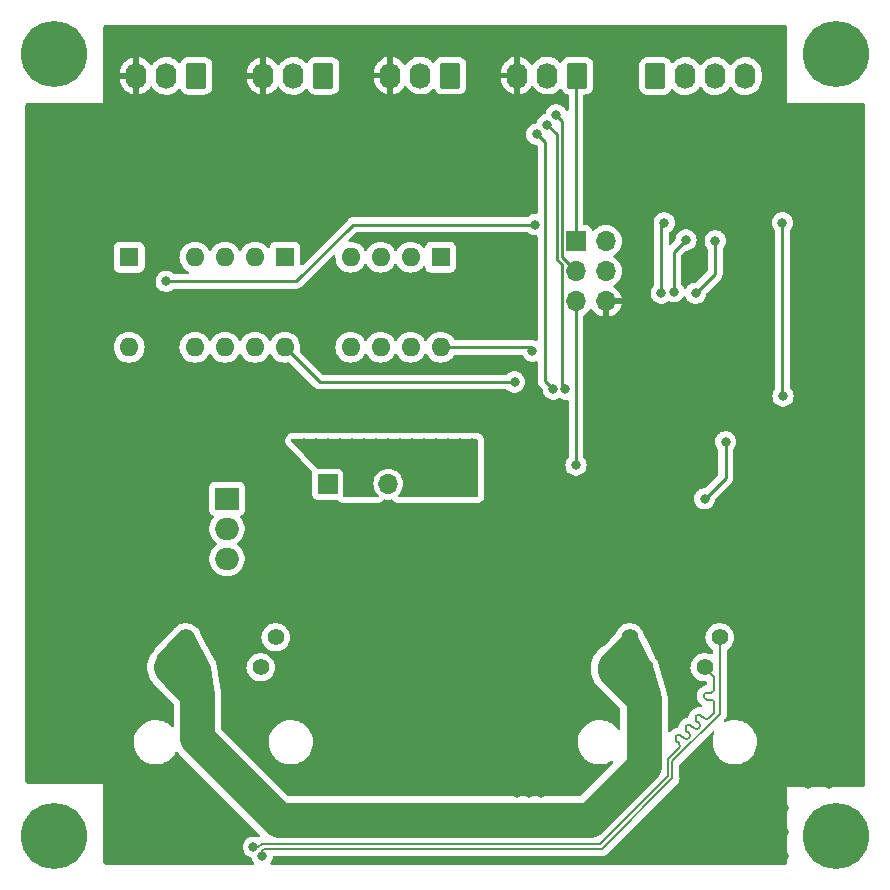
<source format=gbr>
%TF.GenerationSoftware,KiCad,Pcbnew,(7.0.0)*%
%TF.CreationDate,2023-03-10T22:11:32-08:00*%
%TF.ProjectId,smeza_pcb,736d657a-615f-4706-9362-2e6b69636164,rev?*%
%TF.SameCoordinates,Original*%
%TF.FileFunction,Copper,L2,Bot*%
%TF.FilePolarity,Positive*%
%FSLAX46Y46*%
G04 Gerber Fmt 4.6, Leading zero omitted, Abs format (unit mm)*
G04 Created by KiCad (PCBNEW (7.0.0)) date 2023-03-10 22:11:32*
%MOMM*%
%LPD*%
G01*
G04 APERTURE LIST*
G04 Aperture macros list*
%AMRoundRect*
0 Rectangle with rounded corners*
0 $1 Rounding radius*
0 $2 $3 $4 $5 $6 $7 $8 $9 X,Y pos of 4 corners*
0 Add a 4 corners polygon primitive as box body*
4,1,4,$2,$3,$4,$5,$6,$7,$8,$9,$2,$3,0*
0 Add four circle primitives for the rounded corners*
1,1,$1+$1,$2,$3*
1,1,$1+$1,$4,$5*
1,1,$1+$1,$6,$7*
1,1,$1+$1,$8,$9*
0 Add four rect primitives between the rounded corners*
20,1,$1+$1,$2,$3,$4,$5,0*
20,1,$1+$1,$4,$5,$6,$7,0*
20,1,$1+$1,$6,$7,$8,$9,0*
20,1,$1+$1,$8,$9,$2,$3,0*%
G04 Aperture macros list end*
%TA.AperFunction,ComponentPad*%
%ADD10R,1.600000X1.600000*%
%TD*%
%TA.AperFunction,ComponentPad*%
%ADD11O,1.600000X1.600000*%
%TD*%
%TA.AperFunction,ComponentPad*%
%ADD12R,1.700000X1.700000*%
%TD*%
%TA.AperFunction,ComponentPad*%
%ADD13O,1.700000X1.700000*%
%TD*%
%TA.AperFunction,ComponentPad*%
%ADD14RoundRect,0.250000X0.620000X0.845000X-0.620000X0.845000X-0.620000X-0.845000X0.620000X-0.845000X0*%
%TD*%
%TA.AperFunction,ComponentPad*%
%ADD15O,1.740000X2.190000*%
%TD*%
%TA.AperFunction,ComponentPad*%
%ADD16R,2.000000X1.905000*%
%TD*%
%TA.AperFunction,ComponentPad*%
%ADD17O,2.000000X1.905000*%
%TD*%
%TA.AperFunction,ComponentPad*%
%ADD18C,5.600000*%
%TD*%
%TA.AperFunction,ComponentPad*%
%ADD19R,1.400000X1.400000*%
%TD*%
%TA.AperFunction,ComponentPad*%
%ADD20C,1.400000*%
%TD*%
%TA.AperFunction,ComponentPad*%
%ADD21RoundRect,0.250000X-0.620000X-0.845000X0.620000X-0.845000X0.620000X0.845000X-0.620000X0.845000X0*%
%TD*%
%TA.AperFunction,ViaPad*%
%ADD22C,0.800000*%
%TD*%
%TA.AperFunction,ViaPad*%
%ADD23C,1.000000*%
%TD*%
%TA.AperFunction,Conductor*%
%ADD24C,0.500000*%
%TD*%
%TA.AperFunction,Conductor*%
%ADD25C,3.000000*%
%TD*%
%TA.AperFunction,Conductor*%
%ADD26C,0.200000*%
%TD*%
%TA.AperFunction,Conductor*%
%ADD27C,0.250000*%
%TD*%
G04 APERTURE END LIST*
D10*
%TO.P,SW1,1*%
%TO.N,Net-(JP1-A)*%
X139320799Y-75557599D03*
D11*
%TO.P,SW1,2*%
%TO.N,Net-(JP2-A)*%
X136780799Y-75557599D03*
%TO.P,SW1,3*%
%TO.N,Net-(JP3-A)*%
X134240799Y-75557599D03*
%TO.P,SW1,4*%
%TO.N,Net-(JP4-A)*%
X131700799Y-75557599D03*
%TO.P,SW1,5*%
%TO.N,/DIPS14*%
X131700799Y-83177599D03*
%TO.P,SW1,6*%
X134240799Y-83177599D03*
%TO.P,SW1,7*%
X136780799Y-83177599D03*
%TO.P,SW1,8*%
X139320799Y-83177599D03*
%TD*%
D12*
%TO.P,J9,1,Pin_1*%
%TO.N,/M1 +Limit (MISO)*%
X150764999Y-74199999D03*
D13*
%TO.P,J9,2,Pin_2*%
%TO.N,/+5V*%
X153304999Y-74199999D03*
%TO.P,J9,3,Pin_3*%
%TO.N,/M1 -Limit (SCK)*%
X150764999Y-76739999D03*
%TO.P,J9,4,Pin_4*%
%TO.N,/MOSI*%
X153304999Y-76739999D03*
%TO.P,J9,5,Pin_5*%
%TO.N,/RESET*%
X150764999Y-79279999D03*
%TO.P,J9,6,Pin_6*%
%TO.N,GND*%
X153304999Y-79279999D03*
%TD*%
D14*
%TO.P,J7,1,Pin_1*%
%TO.N,/M2 +Limit*%
X129370666Y-60198000D03*
D15*
%TO.P,J7,2,Pin_2*%
%TO.N,/+5V*%
X126830665Y-60197999D03*
%TO.P,J7,3,Pin_3*%
%TO.N,GND*%
X124290665Y-60197999D03*
%TD*%
D16*
%TO.P,U1,1,ADJ*%
%TO.N,Net-(U1-ADJ)*%
X121228999Y-96011999D03*
D17*
%TO.P,U1,2,VO*%
%TO.N,/LVR+5V*%
X121228999Y-98551999D03*
%TO.P,U1,3,VI*%
%TO.N,/+50V*%
X121228999Y-101091999D03*
%TD*%
D18*
%TO.P,REF\u002A\u002A,1*%
%TO.N,N/C*%
X172800000Y-124540000D03*
%TD*%
D10*
%TO.P,SW2,1*%
%TO.N,Net-(JP8-A)*%
X126122799Y-75557599D03*
D11*
%TO.P,SW2,2*%
%TO.N,Net-(JP7-A)*%
X123582799Y-75557599D03*
%TO.P,SW2,3*%
%TO.N,Net-(JP6-A)*%
X121042799Y-75557599D03*
%TO.P,SW2,4*%
%TO.N,Net-(JP5-A)*%
X118502799Y-75557599D03*
%TO.P,SW2,5*%
%TO.N,/DIPS58*%
X118502799Y-83177599D03*
%TO.P,SW2,6*%
X121042799Y-83177599D03*
%TO.P,SW2,7*%
X123582799Y-83177599D03*
%TO.P,SW2,8*%
X126122799Y-83177599D03*
%TD*%
D14*
%TO.P,J5,1,Pin_1*%
%TO.N,/M1 +Limit (MISO)*%
X150876000Y-60178000D03*
D15*
%TO.P,J5,2,Pin_2*%
%TO.N,/+5V*%
X148335999Y-60177999D03*
%TO.P,J5,3,Pin_3*%
%TO.N,GND*%
X145795999Y-60177999D03*
%TD*%
D19*
%TO.P,J2,1,1*%
%TO.N,/+50V*%
X116458999Y-110274999D03*
D20*
%TO.P,J2,2,2*%
X117729000Y-107735000D03*
%TO.P,J2,3,3*%
X118999000Y-110275000D03*
%TO.P,J2,4,4*%
%TO.N,GND*%
X120269000Y-107735000D03*
%TO.P,J2,5,5*%
X121539000Y-110275000D03*
%TO.P,J2,6,6*%
X122809000Y-107735000D03*
%TO.P,J2,7,7*%
%TO.N,/D+*%
X124079000Y-110275000D03*
%TO.P,J2,8,8*%
%TO.N,/D-*%
X125349000Y-107735000D03*
%TD*%
D21*
%TO.P,J4,1,Pin_1*%
%TO.N,/M1 Bkwd*%
X157496000Y-60218000D03*
D15*
%TO.P,J4,2,Pin_2*%
%TO.N,/M1 Fwd*%
X160035999Y-60217999D03*
%TO.P,J4,3,Pin_3*%
%TO.N,/M2 Bkwd*%
X162575999Y-60217999D03*
%TO.P,J4,4,Pin_4*%
%TO.N,/M2 Fwd*%
X165115999Y-60217999D03*
%TD*%
D19*
%TO.P,J1,1,1*%
%TO.N,/+50V*%
X154050999Y-110274999D03*
D20*
%TO.P,J1,2,2*%
X155321000Y-107735000D03*
%TO.P,J1,3,3*%
X156591000Y-110275000D03*
%TO.P,J1,4,4*%
%TO.N,GND*%
X157861000Y-107735000D03*
%TO.P,J1,5,5*%
X159131000Y-110275000D03*
%TO.P,J1,6,6*%
X160401000Y-107735000D03*
%TO.P,J1,7,7*%
%TO.N,/D+*%
X161671000Y-110275000D03*
%TO.P,J1,8,8*%
%TO.N,/D-*%
X162941000Y-107735000D03*
%TD*%
D14*
%TO.P,J8,1,Pin_1*%
%TO.N,/M2 -Limit*%
X118618000Y-60198000D03*
D15*
%TO.P,J8,2,Pin_2*%
%TO.N,/+5V*%
X116077999Y-60197999D03*
%TO.P,J8,3,Pin_3*%
%TO.N,GND*%
X113537999Y-60197999D03*
%TD*%
D14*
%TO.P,J6,1,Pin_1*%
%TO.N,/M1 -Limit (SCK)*%
X140123332Y-60178000D03*
D15*
%TO.P,J6,2,Pin_2*%
%TO.N,/+5V*%
X137583331Y-60177999D03*
%TO.P,J6,3,Pin_3*%
%TO.N,GND*%
X135043331Y-60177999D03*
%TD*%
D12*
%TO.P,J3,1,Pin_1*%
%TO.N,/LVR+5V*%
X129793999Y-94741999D03*
D13*
%TO.P,J3,2,Pin_2*%
%TO.N,/+5V*%
X132333999Y-94741999D03*
%TO.P,J3,3,Pin_3*%
%TO.N,/Buck+5V*%
X134873999Y-94741999D03*
%TD*%
D18*
%TO.P,REF\u002A\u002A,1*%
%TO.N,N/C*%
X106600000Y-58340000D03*
%TD*%
%TO.P,REF\u002A\u002A,1*%
%TO.N,N/C*%
X106600000Y-124540000D03*
%TD*%
%TO.P,REF\u002A\u002A,1*%
%TO.N,N/C*%
X172800000Y-58340000D03*
%TD*%
D10*
%TO.P,SW3,1*%
%TO.N,/+5V*%
X112940199Y-75557599D03*
D11*
%TO.P,SW3,2*%
%TO.N,/DIP9*%
X112940199Y-83177599D03*
%TD*%
D22*
%TO.N,GND*%
X149352000Y-100584000D03*
X113284000Y-110998000D03*
X127508000Y-113792000D03*
X166370000Y-126238000D03*
X127508000Y-100330000D03*
X168402000Y-102108000D03*
X129540000Y-119888000D03*
X130556000Y-113792000D03*
X162560000Y-71120000D03*
X171450000Y-64135000D03*
X172466000Y-102108000D03*
X135636000Y-114808000D03*
X127508000Y-102362000D03*
X109220000Y-105156000D03*
X165049200Y-103759000D03*
X159512000Y-69088000D03*
X132588000Y-114808000D03*
X105156000Y-97028000D03*
X129540000Y-115824000D03*
X157480000Y-100584000D03*
X168402000Y-112014000D03*
X140716000Y-117856000D03*
X117348000Y-123190000D03*
X139700000Y-116840000D03*
X168402000Y-122174000D03*
X109220000Y-110998000D03*
X170434000Y-112014000D03*
X163576000Y-70104000D03*
X131572000Y-113792000D03*
X174498000Y-114046000D03*
X115316000Y-106934000D03*
X105156000Y-115062000D03*
X115316000Y-123190000D03*
X130556000Y-116840000D03*
X121412000Y-125222000D03*
X136486000Y-88138900D03*
X130556000Y-118872000D03*
X141732000Y-112776000D03*
X147828000Y-120904000D03*
X161544000Y-71120000D03*
X111252000Y-108966000D03*
X129540000Y-117856000D03*
X146812000Y-112776000D03*
X123444000Y-100330000D03*
X119380000Y-123190000D03*
X141732000Y-113792000D03*
X111252000Y-94996000D03*
X115316000Y-119126000D03*
X145796000Y-117856000D03*
X128524000Y-114808000D03*
X143764000Y-111760000D03*
X166370000Y-112014000D03*
X140716000Y-112776000D03*
X166500000Y-86045542D03*
X168402000Y-120142000D03*
X111252000Y-99060000D03*
X142748000Y-114808000D03*
X147828000Y-119888000D03*
X147828000Y-115824000D03*
X111252000Y-123190000D03*
X168402000Y-116078000D03*
X142748000Y-115824000D03*
X132588000Y-115824000D03*
X129540000Y-113792000D03*
X143764000Y-114808000D03*
X130556000Y-111760000D03*
X137668000Y-113792000D03*
X168402000Y-114046000D03*
X135636000Y-104394000D03*
X145796000Y-112776000D03*
X174498000Y-112014000D03*
X111252000Y-113030000D03*
X174498000Y-117856000D03*
X143764000Y-117856000D03*
X161544000Y-102616000D03*
X174498000Y-102108000D03*
X107188000Y-108966000D03*
X164338000Y-122174000D03*
X133604000Y-104394000D03*
X162560000Y-69088000D03*
X157480000Y-104648000D03*
X130556000Y-112776000D03*
X109220000Y-101092000D03*
X111252000Y-110998000D03*
X166321370Y-84346542D03*
X133604000Y-100330000D03*
X144780000Y-111760000D03*
X159512000Y-70104000D03*
X132588000Y-112776000D03*
X130556000Y-114808000D03*
X133604000Y-113792000D03*
X158242000Y-126238000D03*
X131572000Y-114808000D03*
X164338000Y-120142000D03*
X138684000Y-114808000D03*
X111252000Y-125222000D03*
X146812000Y-115824000D03*
X148844000Y-115824000D03*
X145796000Y-113792000D03*
X117348000Y-125222000D03*
X153416000Y-102616000D03*
X144780000Y-118872000D03*
X154178000Y-85099500D03*
X142748000Y-112776000D03*
X129540000Y-112776000D03*
X105156000Y-110998000D03*
X136652000Y-115824000D03*
X165049200Y-101752400D03*
X113284000Y-103124000D03*
X109220000Y-103124000D03*
X135636000Y-102362000D03*
X107188000Y-105156000D03*
X168402000Y-106172000D03*
X130556000Y-119888000D03*
X107188000Y-94996000D03*
X131572000Y-116840000D03*
X133604000Y-102362000D03*
X113284000Y-121158000D03*
X172466000Y-109982000D03*
X113284000Y-115062000D03*
X166370000Y-120142000D03*
X168402000Y-124206000D03*
X129540000Y-100330000D03*
X141732000Y-117856000D03*
X164338000Y-124206000D03*
X164033200Y-102743000D03*
X153416000Y-100584000D03*
X139700000Y-113792000D03*
X168402000Y-100076000D03*
X155448000Y-102616000D03*
X139700000Y-117856000D03*
X107188000Y-103124000D03*
X107188000Y-110998000D03*
X105156000Y-113030000D03*
X166370000Y-122174000D03*
X123444000Y-102362000D03*
X160528000Y-71120000D03*
X164033200Y-103759000D03*
X174498000Y-116078000D03*
X105156000Y-108966000D03*
X165049200Y-102743000D03*
X151384000Y-102616000D03*
X128524000Y-111760000D03*
X170434000Y-120142000D03*
X132588000Y-113792000D03*
X170434000Y-107950000D03*
X128524000Y-112776000D03*
X140716000Y-116840000D03*
X105156000Y-106934000D03*
X134620000Y-114808000D03*
X130556000Y-110744000D03*
X105156000Y-101092000D03*
X162306000Y-126238000D03*
X136652000Y-113792000D03*
X107188000Y-117094000D03*
X144780000Y-119888000D03*
X174498000Y-106172000D03*
X125476000Y-100330000D03*
X164033200Y-100736400D03*
X109220000Y-117094000D03*
X113284000Y-125222000D03*
X165049200Y-100736400D03*
X129540000Y-118872000D03*
X128524000Y-110744000D03*
X166370000Y-124206000D03*
X139700000Y-112776000D03*
X109220000Y-106934000D03*
X165862000Y-75311000D03*
X115316000Y-113030000D03*
X158242000Y-122174000D03*
X174498000Y-107950000D03*
X146812000Y-116840000D03*
X145796000Y-118872000D03*
X170434000Y-118110000D03*
X111252000Y-101092000D03*
X134620000Y-113792000D03*
X129540000Y-114808000D03*
X160528000Y-69088000D03*
X142748000Y-111760000D03*
X148844000Y-113792000D03*
X128524000Y-118872000D03*
X146812000Y-114808000D03*
X174498000Y-100076000D03*
X168402000Y-109982000D03*
X149352000Y-104648000D03*
X140716000Y-113792000D03*
X107188000Y-101092000D03*
X145796000Y-114808000D03*
X159512000Y-100584000D03*
X127508000Y-112776000D03*
X140716000Y-114808000D03*
X113284000Y-123190000D03*
X172466000Y-107950000D03*
X127508000Y-119888000D03*
X168402000Y-104140000D03*
X174498000Y-104140000D03*
X148844000Y-119888000D03*
X139700000Y-115824000D03*
X113284000Y-108966000D03*
X170434000Y-116078000D03*
X137668000Y-114808000D03*
X138684000Y-115824000D03*
X172212000Y-120142000D03*
X147828000Y-112776000D03*
X135636000Y-100330000D03*
X160274000Y-122174000D03*
X159512000Y-104648000D03*
X109220000Y-97028000D03*
X147828000Y-116840000D03*
X105156000Y-117094000D03*
X115316000Y-125222000D03*
X131572000Y-102362000D03*
X164338000Y-106172000D03*
X135636000Y-113792000D03*
X161544000Y-100584000D03*
X162306000Y-120142000D03*
X170434000Y-109982000D03*
X145796000Y-120904000D03*
X160274000Y-126238000D03*
X111252000Y-97028000D03*
X113284000Y-113030000D03*
X119380000Y-125222000D03*
X170434000Y-102108000D03*
X155448000Y-100584000D03*
X111252000Y-119126000D03*
X162306000Y-122174000D03*
X161544000Y-104648000D03*
X131572000Y-115824000D03*
X168402000Y-126238000D03*
X170434000Y-106172000D03*
X136652000Y-114808000D03*
X107188000Y-119126000D03*
X168402000Y-118110000D03*
X159512000Y-71120000D03*
X131572000Y-111760000D03*
X170434000Y-100076000D03*
X146304000Y-84582000D03*
X147828000Y-117856000D03*
X145796000Y-115824000D03*
X128524000Y-113792000D03*
X121119000Y-89281900D03*
X171704000Y-82245200D03*
X107188000Y-113030000D03*
X140716000Y-111760000D03*
X109220000Y-119126000D03*
X105156000Y-94996000D03*
X157480000Y-102616000D03*
X109220000Y-108966000D03*
X133604000Y-115824000D03*
X115316000Y-101092000D03*
X111252000Y-121158000D03*
X140716000Y-115824000D03*
X151384000Y-104648000D03*
X160274000Y-120142000D03*
X143764000Y-113792000D03*
X148844000Y-114808000D03*
X144780000Y-114808000D03*
X161560000Y-65193000D03*
X141732000Y-116840000D03*
X111252000Y-106934000D03*
X172466000Y-118110000D03*
X172466000Y-112014000D03*
X166370000Y-118110000D03*
X143764000Y-115824000D03*
X146812000Y-111760000D03*
X127508000Y-110744000D03*
X129540000Y-116840000D03*
X121412000Y-123190000D03*
X131572000Y-112776000D03*
X111252000Y-117094000D03*
X109220000Y-115062000D03*
X125476000Y-102362000D03*
X105156000Y-105156000D03*
X148844000Y-116840000D03*
X107188000Y-99060000D03*
X146812000Y-118872000D03*
X121119000Y-86868900D03*
X129540000Y-111760000D03*
X172466000Y-116078000D03*
X129540000Y-102362000D03*
X160274000Y-124206000D03*
X163576000Y-71120000D03*
X146812000Y-113792000D03*
X172466000Y-106172000D03*
X158242000Y-124206000D03*
X148844000Y-118872000D03*
X135636000Y-115824000D03*
X144780000Y-112776000D03*
X105156000Y-99060000D03*
X129540000Y-110744000D03*
X148844000Y-111760000D03*
X131572000Y-104394000D03*
X137668000Y-115824000D03*
X163576000Y-69088000D03*
X168402000Y-107950000D03*
X113284000Y-105156000D03*
X139700000Y-114808000D03*
X155448000Y-104648000D03*
X113284000Y-101092000D03*
X170434000Y-114046000D03*
X147828000Y-111760000D03*
X127508000Y-111760000D03*
X113284000Y-106934000D03*
X151384000Y-100584000D03*
X138684000Y-113792000D03*
X161544000Y-69088000D03*
X115316000Y-105156000D03*
X147828000Y-118872000D03*
X141732000Y-111760000D03*
X107188000Y-97028000D03*
X164033200Y-101752400D03*
X147828000Y-114808000D03*
X130556000Y-117856000D03*
X142748000Y-117856000D03*
X115316000Y-121158000D03*
X111252000Y-115062000D03*
X132588000Y-116840000D03*
X143764000Y-116840000D03*
X111252000Y-105156000D03*
X160528000Y-70104000D03*
X145796000Y-119888000D03*
X144780000Y-117856000D03*
X113284000Y-119126000D03*
X146812000Y-119888000D03*
X142748000Y-113792000D03*
X166370000Y-107950000D03*
X144780000Y-115824000D03*
X109220000Y-113030000D03*
X141732000Y-114808000D03*
X148844000Y-117856000D03*
X146812000Y-117856000D03*
X162560000Y-70104000D03*
X166370000Y-109982000D03*
X128524000Y-119888000D03*
X153416000Y-104648000D03*
X170434000Y-104140000D03*
X148844000Y-112776000D03*
X146812000Y-120904000D03*
X159512000Y-102616000D03*
X131572000Y-100330000D03*
X107188000Y-106934000D03*
X164338000Y-114046000D03*
X133604000Y-114808000D03*
X145796000Y-111760000D03*
X130556000Y-115824000D03*
X147828000Y-113792000D03*
X142748000Y-116840000D03*
X107188000Y-115062000D03*
X141732000Y-115824000D03*
X164338000Y-126238000D03*
X113284000Y-99060000D03*
X143764000Y-112776000D03*
X144780000Y-113792000D03*
X145796000Y-116840000D03*
X109220000Y-94996000D03*
X117348000Y-121158000D03*
X127508000Y-118872000D03*
X162306000Y-124206000D03*
X111252000Y-103124000D03*
X161544000Y-70104000D03*
X134620000Y-115824000D03*
X172466000Y-104140000D03*
X109220000Y-99060000D03*
X144780000Y-116840000D03*
X149352000Y-102616000D03*
X166370000Y-114046000D03*
X105156000Y-103124000D03*
X174498000Y-109982000D03*
X172466000Y-100076000D03*
X172466000Y-114046000D03*
D23*
%TO.N,/+50V*%
X129667000Y-123215400D03*
D22*
%TO.N,/+5V*%
X138938000Y-95377000D03*
X127762000Y-91313000D03*
X141986000Y-95377000D03*
X130810000Y-92329000D03*
X128778000Y-92329000D03*
X136906000Y-91313000D03*
X141986000Y-92329000D03*
X140970000Y-94361000D03*
X137922000Y-92329000D03*
X132842000Y-91313000D03*
X132842000Y-93345000D03*
X130810000Y-91313000D03*
X137922000Y-93345000D03*
X134874000Y-91313000D03*
X136906000Y-93345000D03*
X129794000Y-91313000D03*
X140970000Y-95377000D03*
X136906000Y-92329000D03*
X133858000Y-93345000D03*
X133858000Y-92329000D03*
X137922000Y-94361000D03*
X136906000Y-94361000D03*
X132842000Y-92329000D03*
X134874000Y-92329000D03*
X141986000Y-91313000D03*
X140970000Y-93345000D03*
X141986000Y-93345000D03*
X137922000Y-95377000D03*
X138938000Y-92329000D03*
X138938000Y-94361000D03*
X141986000Y-94361000D03*
X131826000Y-92329000D03*
X135890000Y-93345000D03*
X139954000Y-91313000D03*
X140970000Y-91313000D03*
X140970000Y-92329000D03*
X138938000Y-91313000D03*
X138938000Y-93345000D03*
X135890000Y-92329000D03*
X137922000Y-91313000D03*
X139954000Y-93345000D03*
X139954000Y-94361000D03*
X129794000Y-92329000D03*
X131826000Y-93345000D03*
X133858000Y-91313000D03*
X135890000Y-91313000D03*
X139954000Y-95377000D03*
X131826000Y-91313000D03*
X128778000Y-91313000D03*
X139954000Y-92329000D03*
%TO.N,/D+*%
X123453768Y-125511168D03*
%TO.N,/D-*%
X124196232Y-126253632D03*
%TO.N,/TransceiverDriverEnable*%
X163449000Y-91186000D03*
X161671000Y-96012000D03*
%TO.N,/DIPS14*%
X147066000Y-83489800D03*
%TO.N,/DIPS58*%
X145567400Y-86131400D03*
%TO.N,/DIP9*%
X147294600Y-72796400D03*
X116078000Y-77597000D03*
%TO.N,/M2 Fwd Signal*%
X168300400Y-87325200D03*
X168249600Y-72644000D03*
%TO.N,/M2 Bkwd Signal*%
X162560000Y-74168000D03*
X160904701Y-78617299D03*
%TO.N,/M1 Fwd Signal*%
X160083500Y-74104500D03*
X159054800Y-78486000D03*
%TO.N,/M1 Bkwd Signal*%
X157988000Y-78587600D03*
X158242000Y-72644000D03*
%TO.N,/M1 -Limit (SCK)*%
X149098000Y-63500000D03*
%TO.N,/M2 +Limit*%
X148336000Y-64331636D03*
X149860000Y-86728900D03*
%TO.N,/M2 -Limit*%
X147447000Y-65151000D03*
X148844000Y-86728900D03*
%TO.N,/RESET*%
X150774400Y-93167200D03*
%TD*%
D24*
%TO.N,GND*%
X154178000Y-85099500D02*
X154178000Y-85217000D01*
D25*
%TO.N,/+50V*%
X125622800Y-123215400D02*
X151942800Y-123215400D01*
X151942800Y-123215400D02*
X156531000Y-118627200D01*
X125622800Y-123215400D02*
X129667000Y-123215400D01*
X118714000Y-112530000D02*
X118714000Y-116306600D01*
X118714000Y-116306600D02*
X125622800Y-123215400D01*
X154051000Y-110275000D02*
X154051000Y-110490000D01*
X154051000Y-110490000D02*
X156531000Y-112970000D01*
X156531000Y-118627200D02*
X156531000Y-112970000D01*
X116459000Y-110275000D02*
X118714000Y-112530000D01*
D26*
%TO.N,/D+*%
X162490999Y-113965600D02*
X162490999Y-114115001D01*
X161182851Y-115423148D02*
X161182851Y-115423149D01*
X160334321Y-116271676D02*
X160334322Y-116271677D01*
X159910056Y-116271678D02*
X159910057Y-116271678D01*
X161607115Y-114574620D02*
X161396916Y-114364421D01*
X124173801Y-125215400D02*
X123878033Y-125511168D01*
X160758585Y-115423149D02*
X160758586Y-115423149D01*
X162490999Y-111094999D02*
X162490999Y-112115600D01*
X159275577Y-116485726D02*
X159485792Y-116695941D01*
X152771228Y-125215400D02*
X124173801Y-125215400D01*
X159485792Y-117120205D02*
X159485793Y-117120206D01*
X158531000Y-119455628D02*
X152771228Y-125215400D01*
X160334322Y-116271677D02*
X160334322Y-116271678D01*
X160972652Y-114788685D02*
X161182850Y-114998883D01*
X160758586Y-115423149D02*
X160548387Y-115212950D01*
X162190999Y-112415600D02*
X161893710Y-112415600D01*
X159910057Y-116271678D02*
X159699841Y-116061462D01*
X159485793Y-117120206D02*
X158531000Y-118075000D01*
X162490999Y-113315600D02*
X162490999Y-113965600D01*
X161671000Y-110275000D02*
X162490999Y-111094999D01*
X161182850Y-115423147D02*
X161182851Y-115423148D01*
X158531000Y-118075000D02*
X158531000Y-119455628D01*
X161607114Y-114574620D02*
X161607115Y-114574620D01*
X123878033Y-125511168D02*
X123453768Y-125511168D01*
X162490999Y-114115001D02*
X162031380Y-114574620D01*
X161893710Y-113015600D02*
X162190999Y-113015600D01*
X160124123Y-115637214D02*
X160334321Y-115847412D01*
X160548386Y-115212951D02*
G75*
G03*
X160124124Y-115212951I-212131J-212131D01*
G01*
X162491000Y-113315600D02*
G75*
G03*
X162190999Y-113015600I-300000J0D01*
G01*
X162190999Y-112415599D02*
G75*
G03*
X162490999Y-112115600I1J299999D01*
G01*
X159275583Y-116061468D02*
G75*
G03*
X159275577Y-116485726I212117J-212132D01*
G01*
X160124141Y-115212968D02*
G75*
G03*
X160124123Y-115637214I212159J-212132D01*
G01*
X160972699Y-114364468D02*
G75*
G03*
X160972652Y-114788685I212101J-212132D01*
G01*
X161396915Y-114364422D02*
G75*
G03*
X160972653Y-114364422I-212131J-212131D01*
G01*
X161893710Y-112415610D02*
G75*
G03*
X161593710Y-112715600I-10J-299990D01*
G01*
X161607114Y-114574620D02*
G75*
G03*
X162031380Y-114574620I212133J212134D01*
G01*
X161182835Y-115423132D02*
G75*
G03*
X161182850Y-114998883I-212135J212132D01*
G01*
X159910056Y-116271678D02*
G75*
G03*
X160334322Y-116271678I212133J212134D01*
G01*
X160334277Y-116271632D02*
G75*
G03*
X160334321Y-115847412I-212077J212132D01*
G01*
X159485818Y-117120231D02*
G75*
G03*
X159485791Y-116695942I-212118J212131D01*
G01*
X159699840Y-116061463D02*
G75*
G03*
X159275578Y-116061463I-212131J-212131D01*
G01*
X160758585Y-115423149D02*
G75*
G03*
X161182851Y-115423149I212133J212134D01*
G01*
X161593700Y-112715600D02*
G75*
G03*
X161893710Y-113015600I300000J0D01*
G01*
%TO.N,/D-*%
X158931000Y-119691998D02*
X158931000Y-118240686D01*
X124196232Y-126253632D02*
X124196232Y-125829367D01*
X152957617Y-125665381D02*
X158931000Y-119691998D01*
X158931000Y-118240686D02*
X162941000Y-114230686D01*
X124360218Y-125665381D02*
X152957617Y-125665381D01*
X124196232Y-125829367D02*
X124360218Y-125665381D01*
X162941000Y-114230686D02*
X162941000Y-107735000D01*
D27*
%TO.N,/TransceiverDriverEnable*%
X163449000Y-91186000D02*
X163449000Y-94234000D01*
X163449000Y-94234000D02*
X161671000Y-96012000D01*
%TO.N,/DIPS14*%
X146753800Y-83177600D02*
X139320800Y-83177600D01*
X147066000Y-83489800D02*
X146753800Y-83177600D01*
%TO.N,/DIPS58*%
X129076600Y-86131400D02*
X126122800Y-83177600D01*
X145567400Y-86131400D02*
X129076600Y-86131400D01*
%TO.N,/DIP9*%
X127101600Y-77597000D02*
X131902200Y-72796400D01*
X116078000Y-77597000D02*
X127101600Y-77597000D01*
X131902200Y-72796400D02*
X147294600Y-72796400D01*
%TO.N,/M2 Fwd Signal*%
X168300400Y-87325200D02*
X168249600Y-87274400D01*
X168249600Y-87274400D02*
X168249600Y-72644000D01*
%TO.N,/M2 Bkwd Signal*%
X160904701Y-78617299D02*
X162560000Y-76962000D01*
X162560000Y-76962000D02*
X162560000Y-74168000D01*
%TO.N,/M1 Fwd Signal*%
X160083500Y-74104500D02*
X159054800Y-75133200D01*
X159054800Y-75133200D02*
X159054800Y-78486000D01*
%TO.N,/M1 Bkwd Signal*%
X158242000Y-72644000D02*
X157988000Y-72898000D01*
X157988000Y-72898000D02*
X157988000Y-78587600D01*
%TO.N,/M1 +Limit (MISO)*%
X150765000Y-74200000D02*
X150765000Y-60289000D01*
X150765000Y-60289000D02*
X150876000Y-60178000D01*
%TO.N,/M1 -Limit (SCK)*%
X149590000Y-63992000D02*
X149098000Y-63500000D01*
X150765000Y-76740000D02*
X149590000Y-75565000D01*
X149590000Y-75184000D02*
X149590000Y-63992000D01*
X149590000Y-75565000D02*
X149590000Y-75184000D01*
%TO.N,/M2 +Limit*%
X149590000Y-76201396D02*
X149590000Y-86458900D01*
X149140000Y-75751396D02*
X149590000Y-76201396D01*
X149140000Y-65135636D02*
X149140000Y-75751396D01*
X149590000Y-86458900D02*
X149860000Y-86728900D01*
X148336000Y-64331636D02*
X149140000Y-65135636D01*
%TO.N,/M2 -Limit*%
X147447000Y-65151000D02*
X148140500Y-65844500D01*
X148140500Y-86025400D02*
X148844000Y-86728900D01*
X148140500Y-65844500D02*
X148140500Y-86025400D01*
%TO.N,/RESET*%
X150765000Y-79280000D02*
X150765000Y-93157800D01*
X150765000Y-93157800D02*
X150774400Y-93167200D01*
%TD*%
%TA.AperFunction,Conductor*%
%TO.N,GND*%
G36*
X168417980Y-55882383D02*
G01*
X168477480Y-55894218D01*
X168522175Y-55912730D01*
X168562272Y-55939522D01*
X168596477Y-55973727D01*
X168623267Y-56013822D01*
X168641781Y-56058518D01*
X168653617Y-56118019D01*
X168656000Y-56142211D01*
X168656000Y-62484000D01*
X174997789Y-62484000D01*
X175021980Y-62486383D01*
X175081480Y-62498218D01*
X175126175Y-62516730D01*
X175166272Y-62543522D01*
X175200477Y-62577727D01*
X175227267Y-62617822D01*
X175245781Y-62662518D01*
X175254667Y-62707189D01*
X175257149Y-62719669D01*
X175257617Y-62722019D01*
X175260000Y-62746211D01*
X175260000Y-120133789D01*
X175257617Y-120157982D01*
X175245781Y-120217482D01*
X175227267Y-120262179D01*
X175200481Y-120302268D01*
X175166269Y-120336479D01*
X175131975Y-120359394D01*
X175126179Y-120363267D01*
X175081482Y-120381781D01*
X175047857Y-120388469D01*
X175021978Y-120393617D01*
X174997789Y-120396000D01*
X168656000Y-120396000D01*
X168656000Y-120646000D01*
X168656000Y-120652096D01*
X168656000Y-126737789D01*
X168653617Y-126761982D01*
X168641781Y-126821482D01*
X168623267Y-126866179D01*
X168596481Y-126906268D01*
X168562269Y-126940479D01*
X168527975Y-126963394D01*
X168522179Y-126967267D01*
X168477482Y-126985781D01*
X168443857Y-126992469D01*
X168417978Y-126997617D01*
X168393789Y-127000000D01*
X125014450Y-127000000D01*
X124959315Y-126987068D01*
X124915680Y-126950970D01*
X124892646Y-126899235D01*
X124895018Y-126842653D01*
X124920672Y-126795989D01*
X124920597Y-126795935D01*
X124921029Y-126795339D01*
X124922301Y-126793027D01*
X124922348Y-126792974D01*
X124928765Y-126785848D01*
X125023411Y-126621916D01*
X125081906Y-126441888D01*
X125088734Y-126376918D01*
X125109254Y-126320542D01*
X125153840Y-126280396D01*
X125212055Y-126265881D01*
X152910130Y-126265881D01*
X152926315Y-126266942D01*
X152957617Y-126271063D01*
X153114379Y-126250425D01*
X153260458Y-126189917D01*
X153335666Y-126132208D01*
X153385899Y-126093663D01*
X153405127Y-126068603D01*
X153415806Y-126056425D01*
X159322044Y-120150187D01*
X159334222Y-120139508D01*
X159359282Y-120120280D01*
X159455536Y-119994839D01*
X159516044Y-119848760D01*
X159531500Y-119731359D01*
X159536682Y-119691998D01*
X159532561Y-119660696D01*
X159531500Y-119644511D01*
X159531500Y-118540783D01*
X159540939Y-118493330D01*
X159567819Y-118453102D01*
X160924742Y-117096179D01*
X162289230Y-115731689D01*
X162349949Y-115698338D01*
X162419085Y-115702763D01*
X162475056Y-115743585D01*
X162500394Y-115808062D01*
X162487190Y-115876067D01*
X162480273Y-115889521D01*
X162478813Y-115893798D01*
X162478808Y-115893812D01*
X162393096Y-116145054D01*
X162393092Y-116145066D01*
X162391630Y-116149354D01*
X162390805Y-116153818D01*
X162390805Y-116153820D01*
X162342587Y-116414866D01*
X162342585Y-116414876D01*
X162341764Y-116419326D01*
X162341598Y-116423851D01*
X162341598Y-116423857D01*
X162336758Y-116556320D01*
X162331738Y-116693680D01*
X162332232Y-116698177D01*
X162332233Y-116698182D01*
X162361267Y-116962059D01*
X162361268Y-116962066D01*
X162361764Y-116966571D01*
X162362909Y-116970951D01*
X162362911Y-116970961D01*
X162426482Y-117214120D01*
X162431204Y-117232182D01*
X162432969Y-117236336D01*
X162432972Y-117236344D01*
X162528232Y-117460509D01*
X162538577Y-117484852D01*
X162540934Y-117488714D01*
X162621053Y-117619995D01*
X162681595Y-117719196D01*
X162684493Y-117722678D01*
X162684495Y-117722681D01*
X162774791Y-117831183D01*
X162857209Y-117930218D01*
X163061677Y-118113423D01*
X163290641Y-118264904D01*
X163294732Y-118266821D01*
X163294736Y-118266824D01*
X163535125Y-118379513D01*
X163539221Y-118381433D01*
X163802119Y-118460527D01*
X164073731Y-118500500D01*
X164277285Y-118500500D01*
X164279547Y-118500500D01*
X164484805Y-118485477D01*
X164752775Y-118425784D01*
X165009198Y-118327711D01*
X165248609Y-118193347D01*
X165465904Y-118025557D01*
X165656454Y-117827916D01*
X165816196Y-117604637D01*
X165941727Y-117360479D01*
X166030370Y-117100646D01*
X166080236Y-116830674D01*
X166090262Y-116556320D01*
X166060236Y-116283429D01*
X165990796Y-116017818D01*
X165883423Y-115765148D01*
X165740405Y-115530804D01*
X165564791Y-115319782D01*
X165360323Y-115136577D01*
X165297885Y-115095268D01*
X165135131Y-114987591D01*
X165135125Y-114987588D01*
X165131359Y-114985096D01*
X165127272Y-114983180D01*
X165127263Y-114983175D01*
X164886874Y-114870486D01*
X164886866Y-114870483D01*
X164882779Y-114868567D01*
X164878452Y-114867265D01*
X164878449Y-114867264D01*
X164624211Y-114790775D01*
X164624202Y-114790773D01*
X164619881Y-114789473D01*
X164615414Y-114788815D01*
X164615407Y-114788814D01*
X164352741Y-114750158D01*
X164352739Y-114750157D01*
X164348269Y-114749500D01*
X164142453Y-114749500D01*
X164140204Y-114749664D01*
X164140193Y-114749665D01*
X163941714Y-114764192D01*
X163941710Y-114764192D01*
X163937195Y-114764523D01*
X163932777Y-114765507D01*
X163932771Y-114765508D01*
X163673651Y-114823229D01*
X163673637Y-114823233D01*
X163669225Y-114824216D01*
X163664999Y-114825832D01*
X163664990Y-114825835D01*
X163447302Y-114909093D01*
X163380928Y-114915294D01*
X163320935Y-114886229D01*
X163284662Y-114830298D01*
X163282593Y-114763667D01*
X163315323Y-114705596D01*
X163332044Y-114688875D01*
X163344222Y-114678196D01*
X163369282Y-114658968D01*
X163465536Y-114533527D01*
X163526044Y-114387448D01*
X163541500Y-114270047D01*
X163546682Y-114230686D01*
X163542561Y-114199384D01*
X163541500Y-114183199D01*
X163541500Y-108844245D01*
X163557171Y-108783906D01*
X163600222Y-108738818D01*
X163667562Y-108697124D01*
X163831981Y-108547236D01*
X163966058Y-108369689D01*
X164065229Y-108170528D01*
X164126115Y-107956536D01*
X164146643Y-107735000D01*
X164126115Y-107513464D01*
X164065229Y-107299472D01*
X163966058Y-107100311D01*
X163962605Y-107095738D01*
X163835438Y-106927341D01*
X163835434Y-106927337D01*
X163831981Y-106922764D01*
X163827744Y-106918901D01*
X163827740Y-106918897D01*
X163701646Y-106803948D01*
X163667562Y-106772876D01*
X163662692Y-106769861D01*
X163662690Y-106769859D01*
X163483275Y-106658771D01*
X163483276Y-106658771D01*
X163478401Y-106655753D01*
X163270940Y-106575382D01*
X163265302Y-106574328D01*
X163057872Y-106535552D01*
X163057869Y-106535551D01*
X163052243Y-106534500D01*
X162829757Y-106534500D01*
X162824131Y-106535551D01*
X162824127Y-106535552D01*
X162616697Y-106574328D01*
X162616694Y-106574328D01*
X162611060Y-106575382D01*
X162605717Y-106577451D01*
X162605713Y-106577453D01*
X162408941Y-106653683D01*
X162408936Y-106653685D01*
X162403599Y-106655753D01*
X162398727Y-106658769D01*
X162398724Y-106658771D01*
X162219309Y-106769859D01*
X162219301Y-106769864D01*
X162214438Y-106772876D01*
X162210207Y-106776732D01*
X162210203Y-106776736D01*
X162054259Y-106918897D01*
X162054249Y-106918907D01*
X162050019Y-106922764D01*
X162046570Y-106927330D01*
X162046561Y-106927341D01*
X161919394Y-107095738D01*
X161919387Y-107095748D01*
X161915942Y-107100311D01*
X161913392Y-107105431D01*
X161913387Y-107105440D01*
X161819325Y-107294341D01*
X161819321Y-107294349D01*
X161816771Y-107299472D01*
X161815205Y-107304975D01*
X161815201Y-107304986D01*
X161787586Y-107402046D01*
X161755885Y-107513464D01*
X161735357Y-107735000D01*
X161755885Y-107956536D01*
X161757454Y-107962050D01*
X161815201Y-108165013D01*
X161815204Y-108165021D01*
X161816771Y-108170528D01*
X161819323Y-108175653D01*
X161819325Y-108175658D01*
X161913387Y-108364559D01*
X161913389Y-108364563D01*
X161915942Y-108369689D01*
X161919391Y-108374256D01*
X161919394Y-108374261D01*
X162046561Y-108542658D01*
X162046566Y-108542663D01*
X162050019Y-108547236D01*
X162054255Y-108551097D01*
X162054259Y-108551102D01*
X162166603Y-108653517D01*
X162214438Y-108697124D01*
X162281777Y-108738818D01*
X162324829Y-108783906D01*
X162340500Y-108844245D01*
X162340500Y-109065910D01*
X162326194Y-109123731D01*
X162286577Y-109168210D01*
X162230790Y-109189084D01*
X162171706Y-109181537D01*
X162006287Y-109117453D01*
X162006282Y-109117451D01*
X162000940Y-109115382D01*
X161995302Y-109114328D01*
X161787872Y-109075552D01*
X161787869Y-109075551D01*
X161782243Y-109074500D01*
X161559757Y-109074500D01*
X161554131Y-109075551D01*
X161554127Y-109075552D01*
X161346697Y-109114328D01*
X161346694Y-109114328D01*
X161341060Y-109115382D01*
X161335717Y-109117451D01*
X161335713Y-109117453D01*
X161138941Y-109193683D01*
X161138936Y-109193685D01*
X161133599Y-109195753D01*
X161128727Y-109198769D01*
X161128724Y-109198771D01*
X160949309Y-109309859D01*
X160949301Y-109309864D01*
X160944438Y-109312876D01*
X160940207Y-109316732D01*
X160940203Y-109316736D01*
X160784259Y-109458897D01*
X160784249Y-109458907D01*
X160780019Y-109462764D01*
X160776570Y-109467330D01*
X160776561Y-109467341D01*
X160649394Y-109635738D01*
X160649387Y-109635748D01*
X160645942Y-109640311D01*
X160643392Y-109645431D01*
X160643387Y-109645440D01*
X160549325Y-109834341D01*
X160549321Y-109834349D01*
X160546771Y-109839472D01*
X160545205Y-109844975D01*
X160545201Y-109844986D01*
X160487457Y-110047940D01*
X160485885Y-110053464D01*
X160485356Y-110059169D01*
X160485356Y-110059171D01*
X160471772Y-110205768D01*
X160465357Y-110275000D01*
X160485885Y-110496536D01*
X160487454Y-110502050D01*
X160545201Y-110705013D01*
X160545204Y-110705021D01*
X160546771Y-110710528D01*
X160549323Y-110715653D01*
X160549325Y-110715658D01*
X160643387Y-110904559D01*
X160643389Y-110904563D01*
X160645942Y-110909689D01*
X160649391Y-110914256D01*
X160649394Y-110914261D01*
X160776561Y-111082658D01*
X160776566Y-111082663D01*
X160780019Y-111087236D01*
X160784255Y-111091097D01*
X160784259Y-111091102D01*
X160813785Y-111118018D01*
X160944438Y-111237124D01*
X161133599Y-111354247D01*
X161341060Y-111434618D01*
X161559757Y-111475500D01*
X161565486Y-111475500D01*
X161766499Y-111475500D01*
X161828499Y-111492113D01*
X161873886Y-111537500D01*
X161890499Y-111599500D01*
X161890499Y-111696343D01*
X161877711Y-111751188D01*
X161841984Y-111794720D01*
X161790687Y-111817961D01*
X161637032Y-111848520D01*
X161637029Y-111848520D01*
X161631060Y-111849708D01*
X161625438Y-111852036D01*
X161625433Y-111852038D01*
X161472804Y-111915254D01*
X161472795Y-111915258D01*
X161467176Y-111917586D01*
X161462119Y-111920964D01*
X161462113Y-111920968D01*
X161324745Y-112012751D01*
X161324741Y-112012753D01*
X161319684Y-112016133D01*
X161315388Y-112020428D01*
X161315378Y-112020437D01*
X161198559Y-112137253D01*
X161198553Y-112137259D01*
X161194252Y-112141561D01*
X161190873Y-112146616D01*
X161190867Y-112146625D01*
X161099083Y-112283987D01*
X161099078Y-112283994D01*
X161095701Y-112289050D01*
X161093374Y-112294666D01*
X161093370Y-112294675D01*
X161049414Y-112400792D01*
X161027817Y-112452931D01*
X161026629Y-112458902D01*
X161026629Y-112458903D01*
X160994399Y-112620928D01*
X160994398Y-112620933D01*
X160993210Y-112626908D01*
X160993210Y-112633003D01*
X160993210Y-112715563D01*
X160993205Y-112715600D01*
X160993200Y-112715600D01*
X160993200Y-112804293D01*
X160994388Y-112810267D01*
X160994389Y-112810273D01*
X161026618Y-112972296D01*
X161027807Y-112978272D01*
X161030136Y-112983894D01*
X161030138Y-112983901D01*
X161093358Y-113136521D01*
X161095692Y-113142155D01*
X161194244Y-113289645D01*
X161319678Y-113415075D01*
X161324740Y-113418457D01*
X161377077Y-113453426D01*
X161420798Y-113504614D01*
X161431330Y-113571102D01*
X161405570Y-113633296D01*
X161351109Y-113672865D01*
X161284001Y-113678147D01*
X161273475Y-113676054D01*
X161096093Y-113676054D01*
X161090118Y-113677242D01*
X161090112Y-113677243D01*
X160928092Y-113709471D01*
X160928085Y-113709473D01*
X160922118Y-113710660D01*
X160916497Y-113712987D01*
X160916491Y-113712990D01*
X160763867Y-113776209D01*
X160763863Y-113776210D01*
X160758238Y-113778541D01*
X160753175Y-113781923D01*
X160753171Y-113781926D01*
X160615812Y-113873706D01*
X160615805Y-113873711D01*
X160610749Y-113877090D01*
X160606446Y-113881392D01*
X160606441Y-113881397D01*
X160561600Y-113926239D01*
X160548065Y-113939772D01*
X160547878Y-113939585D01*
X160547850Y-113939619D01*
X160548034Y-113939803D01*
X160496826Y-113991012D01*
X160496818Y-113991020D01*
X160496477Y-113991362D01*
X160496393Y-113991499D01*
X160496168Y-113991753D01*
X160489705Y-113998215D01*
X160489695Y-113998226D01*
X160485398Y-114002524D01*
X160482022Y-114007574D01*
X160482015Y-114007584D01*
X160390229Y-114144928D01*
X160390226Y-114144932D01*
X160386844Y-114149994D01*
X160384514Y-114155616D01*
X160384511Y-114155623D01*
X160321282Y-114308231D01*
X160321279Y-114308239D01*
X160318952Y-114313857D01*
X160317764Y-114319824D01*
X160317763Y-114319829D01*
X160294397Y-114437233D01*
X160275879Y-114481927D01*
X160241669Y-114516134D01*
X160196973Y-114534646D01*
X160073589Y-114559189D01*
X160067968Y-114561516D01*
X160067962Y-114561519D01*
X159915338Y-114624738D01*
X159915334Y-114624739D01*
X159909709Y-114627070D01*
X159904646Y-114630452D01*
X159904642Y-114630455D01*
X159767285Y-114722234D01*
X159767280Y-114722237D01*
X159762220Y-114725619D01*
X159757917Y-114729921D01*
X159757908Y-114729929D01*
X159751052Y-114736785D01*
X159751045Y-114736791D01*
X159751033Y-114736799D01*
X159751002Y-114736829D01*
X159750992Y-114736839D01*
X159699505Y-114788332D01*
X159648118Y-114839720D01*
X159648110Y-114839728D01*
X159647948Y-114839891D01*
X159647907Y-114839956D01*
X159647810Y-114840067D01*
X159641098Y-114846779D01*
X159641087Y-114846791D01*
X159636792Y-114851088D01*
X159633416Y-114856139D01*
X159633410Y-114856148D01*
X159541642Y-114993499D01*
X159541636Y-114993509D01*
X159538260Y-114998563D01*
X159535932Y-115004183D01*
X159535929Y-115004189D01*
X159479845Y-115139593D01*
X159470388Y-115162426D01*
X159469201Y-115168391D01*
X159469199Y-115168399D01*
X159445859Y-115285733D01*
X159427344Y-115330432D01*
X159393132Y-115364642D01*
X159348433Y-115383157D01*
X159231017Y-115406512D01*
X159231010Y-115406514D01*
X159225043Y-115407701D01*
X159219422Y-115410028D01*
X159219416Y-115410031D01*
X159066792Y-115473250D01*
X159066788Y-115473251D01*
X159061163Y-115475582D01*
X159056100Y-115478964D01*
X159056096Y-115478967D01*
X158918744Y-115570743D01*
X158918741Y-115570744D01*
X158913674Y-115574131D01*
X158909365Y-115578439D01*
X158909360Y-115578444D01*
X158871596Y-115616208D01*
X158850979Y-115636823D01*
X158850975Y-115636827D01*
X158850974Y-115636829D01*
X158850973Y-115636831D01*
X158850964Y-115636840D01*
X158850959Y-115636844D01*
X158799433Y-115688371D01*
X158799423Y-115688381D01*
X158799402Y-115688403D01*
X158799396Y-115688411D01*
X158799373Y-115688437D01*
X158792574Y-115695236D01*
X158792566Y-115695244D01*
X158788263Y-115699549D01*
X158758600Y-115743941D01*
X158711792Y-115785533D01*
X158650630Y-115798951D01*
X158590709Y-115780774D01*
X158547310Y-115735635D01*
X158531500Y-115675047D01*
X158531500Y-112831347D01*
X158531500Y-112826921D01*
X158521932Y-112760382D01*
X158520988Y-112751592D01*
X158518417Y-112715638D01*
X158516196Y-112684572D01*
X158501906Y-112618886D01*
X158500338Y-112610191D01*
X158490776Y-112543678D01*
X158471837Y-112479182D01*
X158469657Y-112470641D01*
X158455369Y-112404954D01*
X158448643Y-112386921D01*
X158431881Y-112341979D01*
X158429085Y-112333579D01*
X158411406Y-112273368D01*
X158411404Y-112273363D01*
X158410156Y-112269112D01*
X158406302Y-112260674D01*
X158400176Y-112244295D01*
X158398980Y-112240248D01*
X157790177Y-110179799D01*
X157785625Y-110156105D01*
X157776115Y-110053464D01*
X157715229Y-109839472D01*
X157616058Y-109640311D01*
X157481981Y-109462764D01*
X157481981Y-109462763D01*
X157482600Y-109462296D01*
X157468837Y-109442273D01*
X156830195Y-108170528D01*
X156516603Y-107546064D01*
X156506304Y-107515506D01*
X156506115Y-107513464D01*
X156445229Y-107299472D01*
X156346058Y-107100311D01*
X156342605Y-107095738D01*
X156215438Y-106927341D01*
X156215434Y-106927337D01*
X156211981Y-106922764D01*
X156207744Y-106918901D01*
X156207740Y-106918897D01*
X156081646Y-106803948D01*
X156047562Y-106772876D01*
X156042692Y-106769861D01*
X156042690Y-106769859D01*
X155863275Y-106658771D01*
X155863276Y-106658771D01*
X155858401Y-106655753D01*
X155650940Y-106575382D01*
X155645302Y-106574328D01*
X155437872Y-106535552D01*
X155437869Y-106535551D01*
X155432243Y-106534500D01*
X155209757Y-106534500D01*
X155204131Y-106535551D01*
X155204127Y-106535552D01*
X154996697Y-106574328D01*
X154996694Y-106574328D01*
X154991060Y-106575382D01*
X154985717Y-106577451D01*
X154985713Y-106577453D01*
X154788941Y-106653683D01*
X154788936Y-106653685D01*
X154783599Y-106655753D01*
X154778727Y-106658769D01*
X154778724Y-106658771D01*
X154599309Y-106769859D01*
X154599301Y-106769864D01*
X154594438Y-106772876D01*
X154590207Y-106776732D01*
X154590203Y-106776736D01*
X154434259Y-106918897D01*
X154434249Y-106918907D01*
X154430019Y-106922764D01*
X154426570Y-106927330D01*
X154426561Y-106927341D01*
X154299394Y-107095738D01*
X154299387Y-107095748D01*
X154295942Y-107100311D01*
X154293392Y-107105431D01*
X154293387Y-107105440D01*
X154199328Y-107294335D01*
X154199326Y-107294341D01*
X154196771Y-107299472D01*
X154195201Y-107304986D01*
X154195201Y-107304989D01*
X154181687Y-107352484D01*
X154154095Y-107402046D01*
X153194425Y-108455691D01*
X153162179Y-108481025D01*
X152970574Y-108585650D01*
X152970569Y-108585652D01*
X152966685Y-108587774D01*
X152963135Y-108590431D01*
X152963131Y-108590434D01*
X152741156Y-108756602D01*
X152741149Y-108756607D01*
X152737605Y-108759261D01*
X152734474Y-108762391D01*
X152734467Y-108762398D01*
X152538398Y-108958467D01*
X152538391Y-108958474D01*
X152535261Y-108961605D01*
X152532607Y-108965149D01*
X152532602Y-108965156D01*
X152370622Y-109181537D01*
X152363774Y-109190685D01*
X152361651Y-109194571D01*
X152361647Y-109194579D01*
X152228756Y-109437949D01*
X152228750Y-109437961D01*
X152226633Y-109441839D01*
X152225089Y-109445976D01*
X152225085Y-109445987D01*
X152128176Y-109705810D01*
X152128173Y-109705818D01*
X152126631Y-109709954D01*
X152125690Y-109714276D01*
X152125690Y-109714279D01*
X152066746Y-109985238D01*
X152066744Y-109985248D01*
X152065804Y-109989572D01*
X152065488Y-109993983D01*
X152065487Y-109993994D01*
X152051260Y-110192928D01*
X152050500Y-110203552D01*
X152050500Y-110346921D01*
X152050500Y-110633079D01*
X152051129Y-110637457D01*
X152051130Y-110637464D01*
X152060062Y-110699594D01*
X152061008Y-110708390D01*
X152065487Y-110771005D01*
X152065488Y-110771013D01*
X152065804Y-110775428D01*
X152066746Y-110779762D01*
X152066747Y-110779763D01*
X152080089Y-110841096D01*
X152081661Y-110849806D01*
X152089533Y-110904559D01*
X152091225Y-110916322D01*
X152092473Y-110920571D01*
X152110155Y-110980793D01*
X152112343Y-110989367D01*
X152125688Y-111050714D01*
X152125690Y-111050722D01*
X152126631Y-111055046D01*
X152128178Y-111059195D01*
X152128180Y-111059200D01*
X152150118Y-111118018D01*
X152152913Y-111126416D01*
X152170596Y-111186640D01*
X152170599Y-111186648D01*
X152171844Y-111190888D01*
X152173678Y-111194905D01*
X152173683Y-111194917D01*
X152199759Y-111252016D01*
X152203145Y-111260191D01*
X152225081Y-111319003D01*
X152225087Y-111319016D01*
X152226633Y-111323161D01*
X152228753Y-111327043D01*
X152228756Y-111327050D01*
X152258840Y-111382144D01*
X152262799Y-111390054D01*
X152290718Y-111451187D01*
X152293111Y-111454911D01*
X152293113Y-111454914D01*
X152327054Y-111507727D01*
X152331569Y-111515336D01*
X152363774Y-111574315D01*
X152366434Y-111577868D01*
X152404039Y-111628103D01*
X152409087Y-111635373D01*
X152443032Y-111688193D01*
X152443037Y-111688199D01*
X152445426Y-111691917D01*
X152448323Y-111695260D01*
X152489434Y-111742705D01*
X152494988Y-111749597D01*
X152535261Y-111803395D01*
X152538393Y-111806527D01*
X154494181Y-113762315D01*
X154521061Y-113802543D01*
X154530500Y-113849996D01*
X154530500Y-115452579D01*
X154515077Y-115512471D01*
X154472644Y-115557464D01*
X154413757Y-115576366D01*
X154353065Y-115564475D01*
X154311652Y-115529765D01*
X154310405Y-115530804D01*
X154134791Y-115319782D01*
X153930323Y-115136577D01*
X153867885Y-115095268D01*
X153705131Y-114987591D01*
X153705125Y-114987588D01*
X153701359Y-114985096D01*
X153697272Y-114983180D01*
X153697263Y-114983175D01*
X153456874Y-114870486D01*
X153456866Y-114870483D01*
X153452779Y-114868567D01*
X153448452Y-114867265D01*
X153448449Y-114867264D01*
X153194211Y-114790775D01*
X153194202Y-114790773D01*
X153189881Y-114789473D01*
X153185414Y-114788815D01*
X153185407Y-114788814D01*
X152922741Y-114750158D01*
X152922739Y-114750157D01*
X152918269Y-114749500D01*
X152712453Y-114749500D01*
X152710204Y-114749664D01*
X152710193Y-114749665D01*
X152511714Y-114764192D01*
X152511710Y-114764192D01*
X152507195Y-114764523D01*
X152502777Y-114765507D01*
X152502771Y-114765508D01*
X152243651Y-114823229D01*
X152243637Y-114823233D01*
X152239225Y-114824216D01*
X152234999Y-114825832D01*
X152234990Y-114825835D01*
X151987033Y-114920670D01*
X151987023Y-114920674D01*
X151982802Y-114922289D01*
X151978861Y-114924500D01*
X151978852Y-114924505D01*
X151747342Y-115054435D01*
X151747336Y-115054438D01*
X151743391Y-115056653D01*
X151739820Y-115059410D01*
X151739807Y-115059419D01*
X151529680Y-115221675D01*
X151529675Y-115221678D01*
X151526096Y-115224443D01*
X151522956Y-115227698D01*
X151522949Y-115227706D01*
X151338695Y-115418816D01*
X151338683Y-115418829D01*
X151335546Y-115422084D01*
X151332913Y-115425763D01*
X151332904Y-115425775D01*
X151178443Y-115641673D01*
X151178437Y-115641682D01*
X151175804Y-115645363D01*
X151173731Y-115649393D01*
X151173729Y-115649398D01*
X151052345Y-115885489D01*
X151052343Y-115885494D01*
X151050273Y-115889521D01*
X151048813Y-115893798D01*
X151048808Y-115893812D01*
X150963096Y-116145054D01*
X150963092Y-116145066D01*
X150961630Y-116149354D01*
X150960805Y-116153818D01*
X150960805Y-116153820D01*
X150912587Y-116414866D01*
X150912585Y-116414876D01*
X150911764Y-116419326D01*
X150911598Y-116423851D01*
X150911598Y-116423857D01*
X150906758Y-116556320D01*
X150901738Y-116693680D01*
X150902232Y-116698177D01*
X150902233Y-116698182D01*
X150931267Y-116962059D01*
X150931268Y-116962066D01*
X150931764Y-116966571D01*
X150932909Y-116970951D01*
X150932911Y-116970961D01*
X150996482Y-117214120D01*
X151001204Y-117232182D01*
X151002969Y-117236336D01*
X151002972Y-117236344D01*
X151098232Y-117460509D01*
X151108577Y-117484852D01*
X151110934Y-117488714D01*
X151191053Y-117619995D01*
X151251595Y-117719196D01*
X151254493Y-117722678D01*
X151254495Y-117722681D01*
X151344791Y-117831183D01*
X151427209Y-117930218D01*
X151631677Y-118113423D01*
X151860641Y-118264904D01*
X151864732Y-118266821D01*
X151864736Y-118266824D01*
X152105125Y-118379513D01*
X152109221Y-118381433D01*
X152372119Y-118460527D01*
X152643731Y-118500500D01*
X152847285Y-118500500D01*
X152849547Y-118500500D01*
X153054805Y-118485477D01*
X153322775Y-118425784D01*
X153579198Y-118327711D01*
X153756906Y-118227975D01*
X153813439Y-118212181D01*
X153870906Y-118224158D01*
X153916424Y-118261225D01*
X153939794Y-118315074D01*
X153935776Y-118373638D01*
X153905272Y-118423792D01*
X151150485Y-121178581D01*
X151110257Y-121205461D01*
X151062804Y-121214900D01*
X126502797Y-121214900D01*
X126455344Y-121205461D01*
X126415116Y-121178581D01*
X121930214Y-116693680D01*
X124739738Y-116693680D01*
X124740232Y-116698177D01*
X124740233Y-116698182D01*
X124769267Y-116962059D01*
X124769268Y-116962066D01*
X124769764Y-116966571D01*
X124770909Y-116970951D01*
X124770911Y-116970961D01*
X124834482Y-117214120D01*
X124839204Y-117232182D01*
X124840969Y-117236336D01*
X124840972Y-117236344D01*
X124936232Y-117460509D01*
X124946577Y-117484852D01*
X124948934Y-117488714D01*
X125029053Y-117619995D01*
X125089595Y-117719196D01*
X125092493Y-117722678D01*
X125092495Y-117722681D01*
X125182791Y-117831183D01*
X125265209Y-117930218D01*
X125469677Y-118113423D01*
X125698641Y-118264904D01*
X125702732Y-118266821D01*
X125702736Y-118266824D01*
X125943125Y-118379513D01*
X125947221Y-118381433D01*
X126210119Y-118460527D01*
X126481731Y-118500500D01*
X126685285Y-118500500D01*
X126687547Y-118500500D01*
X126892805Y-118485477D01*
X127160775Y-118425784D01*
X127417198Y-118327711D01*
X127656609Y-118193347D01*
X127873904Y-118025557D01*
X128064454Y-117827916D01*
X128224196Y-117604637D01*
X128349727Y-117360479D01*
X128438370Y-117100646D01*
X128488236Y-116830674D01*
X128498262Y-116556320D01*
X128468236Y-116283429D01*
X128398796Y-116017818D01*
X128291423Y-115765148D01*
X128148405Y-115530804D01*
X127972791Y-115319782D01*
X127768323Y-115136577D01*
X127705885Y-115095268D01*
X127543131Y-114987591D01*
X127543125Y-114987588D01*
X127539359Y-114985096D01*
X127535272Y-114983180D01*
X127535263Y-114983175D01*
X127294874Y-114870486D01*
X127294866Y-114870483D01*
X127290779Y-114868567D01*
X127286452Y-114867265D01*
X127286449Y-114867264D01*
X127032211Y-114790775D01*
X127032202Y-114790773D01*
X127027881Y-114789473D01*
X127023414Y-114788815D01*
X127023407Y-114788814D01*
X126760741Y-114750158D01*
X126760739Y-114750157D01*
X126756269Y-114749500D01*
X126550453Y-114749500D01*
X126548204Y-114749664D01*
X126548193Y-114749665D01*
X126349714Y-114764192D01*
X126349710Y-114764192D01*
X126345195Y-114764523D01*
X126340777Y-114765507D01*
X126340771Y-114765508D01*
X126081651Y-114823229D01*
X126081637Y-114823233D01*
X126077225Y-114824216D01*
X126072999Y-114825832D01*
X126072990Y-114825835D01*
X125825033Y-114920670D01*
X125825023Y-114920674D01*
X125820802Y-114922289D01*
X125816861Y-114924500D01*
X125816852Y-114924505D01*
X125585342Y-115054435D01*
X125585336Y-115054438D01*
X125581391Y-115056653D01*
X125577820Y-115059410D01*
X125577807Y-115059419D01*
X125367680Y-115221675D01*
X125367675Y-115221678D01*
X125364096Y-115224443D01*
X125360956Y-115227698D01*
X125360949Y-115227706D01*
X125176695Y-115418816D01*
X125176683Y-115418829D01*
X125173546Y-115422084D01*
X125170913Y-115425763D01*
X125170904Y-115425775D01*
X125016443Y-115641673D01*
X125016437Y-115641682D01*
X125013804Y-115645363D01*
X125011731Y-115649393D01*
X125011729Y-115649398D01*
X124890345Y-115885489D01*
X124890343Y-115885494D01*
X124888273Y-115889521D01*
X124886813Y-115893798D01*
X124886808Y-115893812D01*
X124801096Y-116145054D01*
X124801092Y-116145066D01*
X124799630Y-116149354D01*
X124798805Y-116153818D01*
X124798805Y-116153820D01*
X124750587Y-116414866D01*
X124750585Y-116414876D01*
X124749764Y-116419326D01*
X124749598Y-116423851D01*
X124749598Y-116423857D01*
X124744758Y-116556320D01*
X124739738Y-116693680D01*
X121930214Y-116693680D01*
X120750819Y-115514285D01*
X120723939Y-115474057D01*
X120714500Y-115426604D01*
X120714500Y-112391347D01*
X120714500Y-112386921D01*
X120704932Y-112320382D01*
X120703988Y-112311592D01*
X120699196Y-112244572D01*
X120684906Y-112178886D01*
X120683338Y-112170191D01*
X120679222Y-112141561D01*
X120673776Y-112103678D01*
X120654837Y-112039182D01*
X120652657Y-112030641D01*
X120638369Y-111964954D01*
X120636822Y-111960806D01*
X120636819Y-111960796D01*
X120614882Y-111901983D01*
X120612086Y-111893584D01*
X120601922Y-111858970D01*
X120597860Y-111839428D01*
X120402308Y-110275000D01*
X122873357Y-110275000D01*
X122893885Y-110496536D01*
X122895454Y-110502050D01*
X122953201Y-110705013D01*
X122953204Y-110705021D01*
X122954771Y-110710528D01*
X122957323Y-110715653D01*
X122957325Y-110715658D01*
X123051387Y-110904559D01*
X123051389Y-110904563D01*
X123053942Y-110909689D01*
X123057391Y-110914256D01*
X123057394Y-110914261D01*
X123184561Y-111082658D01*
X123184566Y-111082663D01*
X123188019Y-111087236D01*
X123192255Y-111091097D01*
X123192259Y-111091102D01*
X123221785Y-111118018D01*
X123352438Y-111237124D01*
X123541599Y-111354247D01*
X123749060Y-111434618D01*
X123967757Y-111475500D01*
X124184514Y-111475500D01*
X124190243Y-111475500D01*
X124408940Y-111434618D01*
X124616401Y-111354247D01*
X124805562Y-111237124D01*
X124969981Y-111087236D01*
X125104058Y-110909689D01*
X125203229Y-110710528D01*
X125264115Y-110496536D01*
X125284643Y-110275000D01*
X125264115Y-110053464D01*
X125203229Y-109839472D01*
X125104058Y-109640311D01*
X125054067Y-109574112D01*
X124973438Y-109467341D01*
X124973434Y-109467337D01*
X124969981Y-109462764D01*
X124965744Y-109458901D01*
X124965740Y-109458897D01*
X124809796Y-109316736D01*
X124809797Y-109316736D01*
X124805562Y-109312876D01*
X124800692Y-109309861D01*
X124800690Y-109309859D01*
X124621275Y-109198771D01*
X124621276Y-109198771D01*
X124616401Y-109195753D01*
X124599186Y-109189084D01*
X124414286Y-109117453D01*
X124414285Y-109117452D01*
X124408940Y-109115382D01*
X124403302Y-109114328D01*
X124195872Y-109075552D01*
X124195869Y-109075551D01*
X124190243Y-109074500D01*
X123967757Y-109074500D01*
X123962131Y-109075551D01*
X123962127Y-109075552D01*
X123754697Y-109114328D01*
X123754694Y-109114328D01*
X123749060Y-109115382D01*
X123743717Y-109117451D01*
X123743713Y-109117453D01*
X123546941Y-109193683D01*
X123546936Y-109193685D01*
X123541599Y-109195753D01*
X123536727Y-109198769D01*
X123536724Y-109198771D01*
X123357309Y-109309859D01*
X123357301Y-109309864D01*
X123352438Y-109312876D01*
X123348207Y-109316732D01*
X123348203Y-109316736D01*
X123192259Y-109458897D01*
X123192249Y-109458907D01*
X123188019Y-109462764D01*
X123184570Y-109467330D01*
X123184561Y-109467341D01*
X123057394Y-109635738D01*
X123057387Y-109635748D01*
X123053942Y-109640311D01*
X123051392Y-109645431D01*
X123051387Y-109645440D01*
X122957325Y-109834341D01*
X122957321Y-109834349D01*
X122954771Y-109839472D01*
X122953205Y-109844975D01*
X122953201Y-109844986D01*
X122895457Y-110047940D01*
X122893885Y-110053464D01*
X122893356Y-110059169D01*
X122893356Y-110059171D01*
X122879772Y-110205768D01*
X122873357Y-110275000D01*
X120402308Y-110275000D01*
X120392389Y-110195646D01*
X120373120Y-110107046D01*
X120359858Y-110064768D01*
X120325060Y-109981018D01*
X120253316Y-109844420D01*
X119909123Y-109189084D01*
X119145414Y-107735000D01*
X124143357Y-107735000D01*
X124163885Y-107956536D01*
X124165454Y-107962050D01*
X124223201Y-108165013D01*
X124223204Y-108165021D01*
X124224771Y-108170528D01*
X124227323Y-108175653D01*
X124227325Y-108175658D01*
X124321387Y-108364559D01*
X124321389Y-108364563D01*
X124323942Y-108369689D01*
X124327391Y-108374256D01*
X124327394Y-108374261D01*
X124454561Y-108542658D01*
X124454566Y-108542663D01*
X124458019Y-108547236D01*
X124462255Y-108551097D01*
X124462259Y-108551102D01*
X124574603Y-108653517D01*
X124622438Y-108697124D01*
X124811599Y-108814247D01*
X125019060Y-108894618D01*
X125237757Y-108935500D01*
X125454514Y-108935500D01*
X125460243Y-108935500D01*
X125678940Y-108894618D01*
X125886401Y-108814247D01*
X126075562Y-108697124D01*
X126239981Y-108547236D01*
X126374058Y-108369689D01*
X126473229Y-108170528D01*
X126534115Y-107956536D01*
X126554643Y-107735000D01*
X126534115Y-107513464D01*
X126473229Y-107299472D01*
X126374058Y-107100311D01*
X126370605Y-107095738D01*
X126243438Y-106927341D01*
X126243434Y-106927337D01*
X126239981Y-106922764D01*
X126235744Y-106918901D01*
X126235740Y-106918897D01*
X126109646Y-106803948D01*
X126075562Y-106772876D01*
X126070692Y-106769861D01*
X126070690Y-106769859D01*
X125891275Y-106658771D01*
X125891276Y-106658771D01*
X125886401Y-106655753D01*
X125678940Y-106575382D01*
X125673302Y-106574328D01*
X125465872Y-106535552D01*
X125465869Y-106535551D01*
X125460243Y-106534500D01*
X125237757Y-106534500D01*
X125232131Y-106535551D01*
X125232127Y-106535552D01*
X125024697Y-106574328D01*
X125024694Y-106574328D01*
X125019060Y-106575382D01*
X125013717Y-106577451D01*
X125013713Y-106577453D01*
X124816941Y-106653683D01*
X124816936Y-106653685D01*
X124811599Y-106655753D01*
X124806727Y-106658769D01*
X124806724Y-106658771D01*
X124627309Y-106769859D01*
X124627301Y-106769864D01*
X124622438Y-106772876D01*
X124618207Y-106776732D01*
X124618203Y-106776736D01*
X124462259Y-106918897D01*
X124462249Y-106918907D01*
X124458019Y-106922764D01*
X124454570Y-106927330D01*
X124454561Y-106927341D01*
X124327394Y-107095738D01*
X124327387Y-107095748D01*
X124323942Y-107100311D01*
X124321392Y-107105431D01*
X124321387Y-107105440D01*
X124227325Y-107294341D01*
X124227321Y-107294349D01*
X124224771Y-107299472D01*
X124223205Y-107304975D01*
X124223201Y-107304986D01*
X124195586Y-107402046D01*
X124163885Y-107513464D01*
X124143357Y-107735000D01*
X119145414Y-107735000D01*
X118810756Y-107097818D01*
X118727653Y-106982547D01*
X118679819Y-106932787D01*
X118567923Y-106845204D01*
X118559797Y-106841939D01*
X118559794Y-106841937D01*
X118529640Y-106829820D01*
X118492336Y-106806399D01*
X118459801Y-106776740D01*
X118459796Y-106776736D01*
X118455562Y-106772876D01*
X118266401Y-106655753D01*
X118058940Y-106575382D01*
X118053302Y-106574328D01*
X117845872Y-106535552D01*
X117845869Y-106535551D01*
X117840243Y-106534500D01*
X117617757Y-106534500D01*
X117612131Y-106535551D01*
X117612127Y-106535552D01*
X117404697Y-106574328D01*
X117404694Y-106574328D01*
X117399060Y-106575382D01*
X117393717Y-106577451D01*
X117393713Y-106577453D01*
X117196941Y-106653683D01*
X117196936Y-106653685D01*
X117191599Y-106655753D01*
X117186727Y-106658769D01*
X117186724Y-106658771D01*
X117007313Y-106769857D01*
X117007309Y-106769860D01*
X117002438Y-106772876D01*
X116998210Y-106776729D01*
X116998197Y-106776740D01*
X116900386Y-106865906D01*
X116880873Y-106880461D01*
X116821100Y-106916497D01*
X116821078Y-106916511D01*
X116818442Y-106918101D01*
X116815964Y-106919956D01*
X116815958Y-106919961D01*
X116781376Y-106945862D01*
X116781369Y-106945867D01*
X116778888Y-106947726D01*
X116776608Y-106949820D01*
X116776596Y-106949831D01*
X116706622Y-107014131D01*
X116706614Y-107014138D01*
X116704332Y-107016236D01*
X116702276Y-107018545D01*
X116702265Y-107018557D01*
X115156467Y-108755237D01*
X115145050Y-108766502D01*
X115135039Y-108775178D01*
X115044167Y-108853919D01*
X115044161Y-108853924D01*
X115040820Y-108856820D01*
X115037924Y-108860161D01*
X115037916Y-108860170D01*
X114856323Y-109069739D01*
X114856319Y-109069744D01*
X114853426Y-109073083D01*
X114851035Y-109076802D01*
X114851033Y-109076806D01*
X114701115Y-109310082D01*
X114701110Y-109310089D01*
X114698718Y-109313813D01*
X114696879Y-109317839D01*
X114696874Y-109317849D01*
X114581688Y-109570072D01*
X114581683Y-109570083D01*
X114579844Y-109574112D01*
X114578593Y-109578369D01*
X114578593Y-109578372D01*
X114503435Y-109834341D01*
X114499225Y-109848678D01*
X114498595Y-109853054D01*
X114498593Y-109853067D01*
X114459129Y-110127540D01*
X114459128Y-110127552D01*
X114458500Y-110131921D01*
X114458500Y-110418079D01*
X114459128Y-110422448D01*
X114459129Y-110422459D01*
X114498593Y-110696932D01*
X114498595Y-110696942D01*
X114499225Y-110701322D01*
X114579844Y-110975888D01*
X114581685Y-110979920D01*
X114581688Y-110979927D01*
X114696874Y-111232150D01*
X114698718Y-111236187D01*
X114853426Y-111476917D01*
X114993912Y-111639046D01*
X114995492Y-111640626D01*
X114995493Y-111640627D01*
X116677181Y-113322315D01*
X116704061Y-113362543D01*
X116713500Y-113409996D01*
X116713500Y-115195139D01*
X116700595Y-115250220D01*
X116664566Y-115293836D01*
X116612913Y-115316909D01*
X116556386Y-115314636D01*
X116506752Y-115287490D01*
X116341697Y-115139599D01*
X116341687Y-115139591D01*
X116338323Y-115136577D01*
X116275885Y-115095268D01*
X116113131Y-114987591D01*
X116113125Y-114987588D01*
X116109359Y-114985096D01*
X116105272Y-114983180D01*
X116105263Y-114983175D01*
X115864874Y-114870486D01*
X115864866Y-114870483D01*
X115860779Y-114868567D01*
X115856452Y-114867265D01*
X115856449Y-114867264D01*
X115602211Y-114790775D01*
X115602202Y-114790773D01*
X115597881Y-114789473D01*
X115593414Y-114788815D01*
X115593407Y-114788814D01*
X115330741Y-114750158D01*
X115330739Y-114750157D01*
X115326269Y-114749500D01*
X115120453Y-114749500D01*
X115118204Y-114749664D01*
X115118193Y-114749665D01*
X114919714Y-114764192D01*
X114919710Y-114764192D01*
X114915195Y-114764523D01*
X114910777Y-114765507D01*
X114910771Y-114765508D01*
X114651651Y-114823229D01*
X114651637Y-114823233D01*
X114647225Y-114824216D01*
X114642999Y-114825832D01*
X114642990Y-114825835D01*
X114395033Y-114920670D01*
X114395023Y-114920674D01*
X114390802Y-114922289D01*
X114386861Y-114924500D01*
X114386852Y-114924505D01*
X114155342Y-115054435D01*
X114155336Y-115054438D01*
X114151391Y-115056653D01*
X114147820Y-115059410D01*
X114147807Y-115059419D01*
X113937680Y-115221675D01*
X113937675Y-115221678D01*
X113934096Y-115224443D01*
X113930956Y-115227698D01*
X113930949Y-115227706D01*
X113746695Y-115418816D01*
X113746683Y-115418829D01*
X113743546Y-115422084D01*
X113740913Y-115425763D01*
X113740904Y-115425775D01*
X113586443Y-115641673D01*
X113586437Y-115641682D01*
X113583804Y-115645363D01*
X113581731Y-115649393D01*
X113581729Y-115649398D01*
X113460345Y-115885489D01*
X113460343Y-115885494D01*
X113458273Y-115889521D01*
X113456813Y-115893798D01*
X113456808Y-115893812D01*
X113371096Y-116145054D01*
X113371092Y-116145066D01*
X113369630Y-116149354D01*
X113368805Y-116153818D01*
X113368805Y-116153820D01*
X113320587Y-116414866D01*
X113320585Y-116414876D01*
X113319764Y-116419326D01*
X113319598Y-116423851D01*
X113319598Y-116423857D01*
X113314758Y-116556320D01*
X113309738Y-116693680D01*
X113310232Y-116698177D01*
X113310233Y-116698182D01*
X113339267Y-116962059D01*
X113339268Y-116962066D01*
X113339764Y-116966571D01*
X113340909Y-116970951D01*
X113340911Y-116970961D01*
X113404482Y-117214120D01*
X113409204Y-117232182D01*
X113410969Y-117236336D01*
X113410972Y-117236344D01*
X113506232Y-117460509D01*
X113516577Y-117484852D01*
X113518934Y-117488714D01*
X113599053Y-117619995D01*
X113659595Y-117719196D01*
X113662493Y-117722678D01*
X113662495Y-117722681D01*
X113752791Y-117831183D01*
X113835209Y-117930218D01*
X114039677Y-118113423D01*
X114268641Y-118264904D01*
X114272732Y-118266821D01*
X114272736Y-118266824D01*
X114513125Y-118379513D01*
X114517221Y-118381433D01*
X114780119Y-118460527D01*
X115051731Y-118500500D01*
X115255285Y-118500500D01*
X115257547Y-118500500D01*
X115462805Y-118485477D01*
X115730775Y-118425784D01*
X115987198Y-118327711D01*
X116226609Y-118193347D01*
X116443904Y-118025557D01*
X116634454Y-117827916D01*
X116794196Y-117604637D01*
X116862981Y-117470849D01*
X116906132Y-117423289D01*
X116967289Y-117403693D01*
X117030047Y-117417318D01*
X117077573Y-117460509D01*
X117106032Y-117504793D01*
X117106037Y-117504799D01*
X117108426Y-117508517D01*
X117111323Y-117511860D01*
X117152434Y-117559305D01*
X117157988Y-117566197D01*
X117198261Y-117619995D01*
X117201393Y-117623127D01*
X117248912Y-117670646D01*
X124021283Y-124443018D01*
X124052263Y-124494704D01*
X124055219Y-124554890D01*
X124029455Y-124609364D01*
X123981055Y-124645260D01*
X123896524Y-124680274D01*
X123847448Y-124689702D01*
X123798636Y-124678993D01*
X123774195Y-124668111D01*
X123733571Y-124650024D01*
X123727212Y-124648672D01*
X123727208Y-124648671D01*
X123554776Y-124612020D01*
X123554773Y-124612019D01*
X123548414Y-124610668D01*
X123359122Y-124610668D01*
X123352763Y-124612019D01*
X123352759Y-124612020D01*
X123180327Y-124648671D01*
X123180320Y-124648673D01*
X123173965Y-124650024D01*
X123168030Y-124652666D01*
X123168022Y-124652669D01*
X123006975Y-124724373D01*
X123006970Y-124724375D01*
X123001038Y-124727017D01*
X122995784Y-124730833D01*
X122995779Y-124730837D01*
X122853156Y-124834458D01*
X122853149Y-124834463D01*
X122847897Y-124838280D01*
X122843552Y-124843105D01*
X122843547Y-124843110D01*
X122725581Y-124974124D01*
X122725576Y-124974130D01*
X122721235Y-124978952D01*
X122717990Y-124984572D01*
X122717986Y-124984578D01*
X122629837Y-125137257D01*
X122629834Y-125137262D01*
X122626589Y-125142884D01*
X122624583Y-125149056D01*
X122624581Y-125149062D01*
X122570101Y-125316732D01*
X122570099Y-125316741D01*
X122568094Y-125322912D01*
X122567416Y-125329362D01*
X122567414Y-125329372D01*
X122549730Y-125497632D01*
X122548308Y-125511168D01*
X122548987Y-125517628D01*
X122567414Y-125692963D01*
X122567415Y-125692971D01*
X122568094Y-125699424D01*
X122570099Y-125705596D01*
X122570101Y-125705603D01*
X122624581Y-125873273D01*
X122626589Y-125879452D01*
X122721235Y-126043384D01*
X122725579Y-126048209D01*
X122725581Y-126048211D01*
X122770961Y-126098610D01*
X122847897Y-126184056D01*
X123001038Y-126295319D01*
X123173965Y-126372312D01*
X123180326Y-126373664D01*
X123226380Y-126383453D01*
X123283571Y-126412593D01*
X123318530Y-126466424D01*
X123342537Y-126540311D01*
X123369053Y-126621916D01*
X123463699Y-126785848D01*
X123468045Y-126790675D01*
X123468046Y-126790676D01*
X123470163Y-126793027D01*
X123471434Y-126795339D01*
X123471867Y-126795935D01*
X123471791Y-126795989D01*
X123497446Y-126842653D01*
X123499818Y-126899235D01*
X123476784Y-126950970D01*
X123433149Y-126987068D01*
X123378014Y-127000000D01*
X111006211Y-127000000D01*
X110982020Y-126997617D01*
X110967189Y-126994667D01*
X110922518Y-126985781D01*
X110877822Y-126967267D01*
X110837727Y-126940477D01*
X110803522Y-126906272D01*
X110776730Y-126866175D01*
X110758218Y-126821480D01*
X110752558Y-126793027D01*
X110746383Y-126761980D01*
X110744000Y-126737789D01*
X110744000Y-120398096D01*
X110744000Y-120392000D01*
X110744000Y-120142000D01*
X110494000Y-120142000D01*
X110487904Y-120142000D01*
X104402211Y-120142000D01*
X104378020Y-120139617D01*
X104363189Y-120136667D01*
X104318518Y-120127781D01*
X104273822Y-120109267D01*
X104233727Y-120082477D01*
X104199522Y-120048272D01*
X104172730Y-120008175D01*
X104154218Y-119963480D01*
X104142383Y-119903980D01*
X104140000Y-119879789D01*
X104140000Y-101212399D01*
X119728500Y-101212399D01*
X119729343Y-101217452D01*
X119729344Y-101217461D01*
X119767289Y-101444854D01*
X119767291Y-101444863D01*
X119768134Y-101449913D01*
X119846321Y-101677664D01*
X119960928Y-101889439D01*
X120108829Y-102079463D01*
X120112602Y-102082936D01*
X120282220Y-102239081D01*
X120282223Y-102239083D01*
X120285990Y-102242551D01*
X120487578Y-102374255D01*
X120708095Y-102470983D01*
X120941524Y-102530095D01*
X121121400Y-102545000D01*
X121334030Y-102545000D01*
X121336600Y-102545000D01*
X121516476Y-102530095D01*
X121749905Y-102470983D01*
X121970422Y-102374255D01*
X122172010Y-102242551D01*
X122349171Y-102079463D01*
X122497072Y-101889439D01*
X122611679Y-101677664D01*
X122689866Y-101449913D01*
X122729500Y-101212399D01*
X122729500Y-100971601D01*
X122689866Y-100734087D01*
X122611679Y-100506336D01*
X122497072Y-100294561D01*
X122349171Y-100104537D01*
X122172010Y-99941449D01*
X122148070Y-99925808D01*
X122106837Y-99881018D01*
X122091892Y-99822000D01*
X122106837Y-99762982D01*
X122148071Y-99718191D01*
X122172010Y-99702551D01*
X122349171Y-99539463D01*
X122497072Y-99349439D01*
X122611679Y-99137664D01*
X122689866Y-98909913D01*
X122729500Y-98672399D01*
X122729500Y-98431601D01*
X122689866Y-98194087D01*
X122611679Y-97966336D01*
X122497072Y-97754561D01*
X122493922Y-97750514D01*
X122493917Y-97750506D01*
X122386167Y-97612069D01*
X122362312Y-97559640D01*
X122364720Y-97502090D01*
X122392870Y-97451837D01*
X122440686Y-97419725D01*
X122471331Y-97408296D01*
X122586546Y-97322046D01*
X122672796Y-97206831D01*
X122723091Y-97071983D01*
X122729500Y-97012373D01*
X122729499Y-95011628D01*
X122723091Y-94952017D01*
X122672796Y-94817169D01*
X122586546Y-94701954D01*
X122471331Y-94615704D01*
X122336483Y-94565409D01*
X122328770Y-94564579D01*
X122328767Y-94564579D01*
X122280180Y-94559355D01*
X122280169Y-94559354D01*
X122276873Y-94559000D01*
X122273550Y-94559000D01*
X120184439Y-94559000D01*
X120184420Y-94559000D01*
X120181128Y-94559001D01*
X120177850Y-94559353D01*
X120177838Y-94559354D01*
X120129231Y-94564579D01*
X120129225Y-94564580D01*
X120121517Y-94565409D01*
X120114252Y-94568118D01*
X120114246Y-94568120D01*
X119994980Y-94612604D01*
X119994978Y-94612604D01*
X119986669Y-94615704D01*
X119979572Y-94621016D01*
X119979568Y-94621019D01*
X119878550Y-94696641D01*
X119878546Y-94696644D01*
X119871454Y-94701954D01*
X119866144Y-94709046D01*
X119866141Y-94709050D01*
X119790519Y-94810068D01*
X119790516Y-94810072D01*
X119785204Y-94817169D01*
X119782104Y-94825478D01*
X119782104Y-94825480D01*
X119737620Y-94944747D01*
X119737619Y-94944750D01*
X119734909Y-94952017D01*
X119734079Y-94959727D01*
X119734079Y-94959732D01*
X119728855Y-95008319D01*
X119728854Y-95008331D01*
X119728500Y-95011627D01*
X119728500Y-95014948D01*
X119728500Y-95014949D01*
X119728500Y-97009060D01*
X119728500Y-97009078D01*
X119728501Y-97012372D01*
X119728853Y-97015650D01*
X119728854Y-97015661D01*
X119734079Y-97064268D01*
X119734080Y-97064273D01*
X119734909Y-97071983D01*
X119737619Y-97079249D01*
X119737620Y-97079253D01*
X119771217Y-97169331D01*
X119785204Y-97206831D01*
X119871454Y-97322046D01*
X119986669Y-97408296D01*
X120017309Y-97419724D01*
X120017312Y-97419725D01*
X120065129Y-97451838D01*
X120093279Y-97502091D01*
X120095687Y-97559640D01*
X120071833Y-97612069D01*
X119964077Y-97750514D01*
X119964072Y-97750521D01*
X119960928Y-97754561D01*
X119958490Y-97759065D01*
X119958488Y-97759069D01*
X119848758Y-97961831D01*
X119848753Y-97961840D01*
X119846321Y-97966336D01*
X119844659Y-97971176D01*
X119844656Y-97971184D01*
X119769800Y-98189233D01*
X119768134Y-98194087D01*
X119767291Y-98199133D01*
X119767289Y-98199145D01*
X119729344Y-98426538D01*
X119729343Y-98426548D01*
X119728500Y-98431601D01*
X119728500Y-98672399D01*
X119729343Y-98677452D01*
X119729344Y-98677461D01*
X119767289Y-98904854D01*
X119767291Y-98904863D01*
X119768134Y-98909913D01*
X119846321Y-99137664D01*
X119960928Y-99349439D01*
X120108829Y-99539463D01*
X120112602Y-99542936D01*
X120282220Y-99699081D01*
X120282223Y-99699083D01*
X120285990Y-99702551D01*
X120297158Y-99709848D01*
X120309929Y-99718192D01*
X120351161Y-99762983D01*
X120366106Y-99822000D01*
X120351161Y-99881017D01*
X120309929Y-99925808D01*
X120290281Y-99938645D01*
X120290276Y-99938648D01*
X120285990Y-99941449D01*
X120282230Y-99944909D01*
X120282220Y-99944918D01*
X120112602Y-100101063D01*
X120112597Y-100101067D01*
X120108829Y-100104537D01*
X120105685Y-100108576D01*
X120105678Y-100108584D01*
X119964077Y-100290514D01*
X119964072Y-100290521D01*
X119960928Y-100294561D01*
X119958490Y-100299065D01*
X119958488Y-100299069D01*
X119848758Y-100501831D01*
X119848753Y-100501840D01*
X119846321Y-100506336D01*
X119844659Y-100511176D01*
X119844656Y-100511184D01*
X119769800Y-100729233D01*
X119768134Y-100734087D01*
X119767291Y-100739133D01*
X119767289Y-100739145D01*
X119729344Y-100966538D01*
X119729343Y-100966548D01*
X119728500Y-100971601D01*
X119728500Y-101212399D01*
X104140000Y-101212399D01*
X104140000Y-91059216D01*
X126148388Y-91059216D01*
X126148569Y-91062794D01*
X126148569Y-91062803D01*
X126151083Y-91112491D01*
X126151084Y-91112503D01*
X126151265Y-91116073D01*
X126151858Y-91119607D01*
X126151859Y-91119612D01*
X126169420Y-91224194D01*
X126170610Y-91231280D01*
X126215884Y-91338969D01*
X126217647Y-91342093D01*
X126217650Y-91342099D01*
X126235798Y-91374256D01*
X126243864Y-91388549D01*
X126312656Y-91482978D01*
X126606875Y-91801715D01*
X128410831Y-93756001D01*
X128436367Y-93798056D01*
X128443154Y-93844127D01*
X128443500Y-93844127D01*
X128443500Y-93847441D01*
X128443500Y-93847442D01*
X128443500Y-95636560D01*
X128443500Y-95636578D01*
X128443501Y-95639872D01*
X128443853Y-95643150D01*
X128443854Y-95643161D01*
X128449079Y-95691768D01*
X128449080Y-95691773D01*
X128449909Y-95699483D01*
X128452619Y-95706749D01*
X128452620Y-95706753D01*
X128472853Y-95761000D01*
X128500204Y-95834331D01*
X128586454Y-95949546D01*
X128701669Y-96035796D01*
X128836517Y-96086091D01*
X128896127Y-96092500D01*
X130545109Y-96092499D01*
X130594802Y-96102892D01*
X130636166Y-96132328D01*
X130715606Y-96218267D01*
X130759629Y-96255867D01*
X130808812Y-96288730D01*
X130852352Y-96317824D01*
X130852355Y-96317825D01*
X130858435Y-96321888D01*
X130969924Y-96363018D01*
X131026219Y-96376533D01*
X131144224Y-96390500D01*
X133945503Y-96390500D01*
X133949163Y-96390500D01*
X134067168Y-96376533D01*
X134123463Y-96363018D01*
X134234952Y-96321888D01*
X134333758Y-96255867D01*
X134377781Y-96218267D01*
X134458441Y-96131008D01*
X134462014Y-96124627D01*
X134466312Y-96118712D01*
X134467258Y-96119399D01*
X134497263Y-96085922D01*
X134547210Y-96064845D01*
X134601375Y-96067091D01*
X134633361Y-96075662D01*
X134633368Y-96075663D01*
X134638592Y-96077063D01*
X134874000Y-96097659D01*
X135109408Y-96077063D01*
X135146623Y-96067090D01*
X135200779Y-96064843D01*
X135250720Y-96085910D01*
X135280746Y-96119398D01*
X135281689Y-96118714D01*
X135285987Y-96124630D01*
X135289559Y-96131008D01*
X135370219Y-96218267D01*
X135414242Y-96255867D01*
X135463425Y-96288730D01*
X135506965Y-96317824D01*
X135506968Y-96317825D01*
X135513048Y-96321888D01*
X135624537Y-96363018D01*
X135680832Y-96376533D01*
X135798837Y-96390500D01*
X142365947Y-96390500D01*
X142370000Y-96390500D01*
X142500834Y-96373275D01*
X142562834Y-96356662D01*
X142684750Y-96306163D01*
X142789442Y-96225829D01*
X142834829Y-96180442D01*
X142915163Y-96075750D01*
X142941569Y-96012000D01*
X160765540Y-96012000D01*
X160766219Y-96018460D01*
X160784646Y-96193795D01*
X160784647Y-96193803D01*
X160785326Y-96200256D01*
X160787331Y-96206428D01*
X160787333Y-96206435D01*
X160841716Y-96373805D01*
X160843821Y-96380284D01*
X160938467Y-96544216D01*
X161065129Y-96684888D01*
X161218270Y-96796151D01*
X161391197Y-96873144D01*
X161576354Y-96912500D01*
X161759143Y-96912500D01*
X161765646Y-96912500D01*
X161950803Y-96873144D01*
X162123730Y-96796151D01*
X162276871Y-96684888D01*
X162403533Y-96544216D01*
X162498179Y-96380284D01*
X162556674Y-96200256D01*
X162574321Y-96032344D01*
X162585721Y-95991925D01*
X162609958Y-95957630D01*
X163836306Y-94731282D01*
X163844482Y-94723843D01*
X163850877Y-94719786D01*
X163896933Y-94670740D01*
X163899550Y-94668038D01*
X163919120Y-94648470D01*
X163921565Y-94645316D01*
X163929155Y-94636428D01*
X163959062Y-94604582D01*
X163968709Y-94587032D01*
X163979393Y-94570766D01*
X163991674Y-94554936D01*
X164009018Y-94514851D01*
X164014160Y-94504356D01*
X164035197Y-94466092D01*
X164040179Y-94446689D01*
X164046480Y-94428283D01*
X164054438Y-94409895D01*
X164061269Y-94366756D01*
X164063639Y-94355315D01*
X164072560Y-94320574D01*
X164072559Y-94320574D01*
X164074500Y-94313019D01*
X164074500Y-94292983D01*
X164076025Y-94273597D01*
X164079160Y-94253804D01*
X164075050Y-94210324D01*
X164074500Y-94198655D01*
X164074500Y-91884687D01*
X164082736Y-91840249D01*
X164106350Y-91801715D01*
X164181533Y-91718216D01*
X164276179Y-91554284D01*
X164334674Y-91374256D01*
X164354460Y-91186000D01*
X164340797Y-91056000D01*
X164335353Y-91004204D01*
X164335352Y-91004203D01*
X164334674Y-90997744D01*
X164276179Y-90817716D01*
X164181533Y-90653784D01*
X164054871Y-90513112D01*
X164049613Y-90509292D01*
X164049611Y-90509290D01*
X163906988Y-90405669D01*
X163906987Y-90405668D01*
X163901730Y-90401849D01*
X163895792Y-90399205D01*
X163734745Y-90327501D01*
X163734740Y-90327499D01*
X163728803Y-90324856D01*
X163722444Y-90323504D01*
X163722440Y-90323503D01*
X163550008Y-90286852D01*
X163550005Y-90286851D01*
X163543646Y-90285500D01*
X163354354Y-90285500D01*
X163347995Y-90286851D01*
X163347991Y-90286852D01*
X163175559Y-90323503D01*
X163175552Y-90323505D01*
X163169197Y-90324856D01*
X163163262Y-90327498D01*
X163163254Y-90327501D01*
X163002207Y-90399205D01*
X163002202Y-90399207D01*
X162996270Y-90401849D01*
X162991016Y-90405665D01*
X162991011Y-90405669D01*
X162848388Y-90509290D01*
X162848381Y-90509295D01*
X162843129Y-90513112D01*
X162838784Y-90517937D01*
X162838779Y-90517942D01*
X162720813Y-90648956D01*
X162720808Y-90648962D01*
X162716467Y-90653784D01*
X162713222Y-90659404D01*
X162713218Y-90659410D01*
X162625069Y-90812089D01*
X162625066Y-90812094D01*
X162621821Y-90817716D01*
X162619815Y-90823888D01*
X162619813Y-90823894D01*
X162565333Y-90991564D01*
X162565331Y-90991573D01*
X162563326Y-90997744D01*
X162562648Y-91004194D01*
X162562646Y-91004204D01*
X162556777Y-91060053D01*
X162543540Y-91186000D01*
X162544219Y-91192460D01*
X162562646Y-91367795D01*
X162562647Y-91367803D01*
X162563326Y-91374256D01*
X162565331Y-91380428D01*
X162565333Y-91380435D01*
X162619813Y-91548105D01*
X162621821Y-91554284D01*
X162716467Y-91718216D01*
X162720811Y-91723041D01*
X162720813Y-91723043D01*
X162791650Y-91801715D01*
X162815264Y-91840249D01*
X162823500Y-91884687D01*
X162823500Y-93923548D01*
X162814061Y-93971001D01*
X162787181Y-94011229D01*
X161723228Y-95075181D01*
X161683000Y-95102061D01*
X161635547Y-95111500D01*
X161576354Y-95111500D01*
X161569995Y-95112851D01*
X161569991Y-95112852D01*
X161397559Y-95149503D01*
X161397552Y-95149505D01*
X161391197Y-95150856D01*
X161385262Y-95153498D01*
X161385254Y-95153501D01*
X161224207Y-95225205D01*
X161224202Y-95225207D01*
X161218270Y-95227849D01*
X161213016Y-95231665D01*
X161213011Y-95231669D01*
X161070388Y-95335290D01*
X161070381Y-95335295D01*
X161065129Y-95339112D01*
X161060784Y-95343937D01*
X161060779Y-95343942D01*
X160942813Y-95474956D01*
X160942808Y-95474962D01*
X160938467Y-95479784D01*
X160935222Y-95485404D01*
X160935218Y-95485410D01*
X160847069Y-95638089D01*
X160847066Y-95638094D01*
X160843821Y-95643716D01*
X160841815Y-95649888D01*
X160841813Y-95649894D01*
X160787333Y-95817564D01*
X160787331Y-95817573D01*
X160785326Y-95823744D01*
X160784648Y-95830194D01*
X160784646Y-95830204D01*
X160767650Y-95991925D01*
X160765540Y-96012000D01*
X142941569Y-96012000D01*
X142965662Y-95953834D01*
X142982275Y-95891834D01*
X142999500Y-95761000D01*
X142999500Y-91056000D01*
X142982275Y-90925166D01*
X142965662Y-90863166D01*
X142915163Y-90741250D01*
X142834829Y-90636558D01*
X142789442Y-90591171D01*
X142744616Y-90556774D01*
X142691199Y-90515785D01*
X142691196Y-90515783D01*
X142684750Y-90510837D01*
X142677241Y-90507726D01*
X142677240Y-90507726D01*
X142566589Y-90461893D01*
X142566584Y-90461891D01*
X142562834Y-90460338D01*
X142558913Y-90459287D01*
X142558909Y-90459286D01*
X142504754Y-90444775D01*
X142504748Y-90444773D01*
X142500834Y-90443725D01*
X142496819Y-90443196D01*
X142496807Y-90443194D01*
X142374019Y-90427029D01*
X142374017Y-90427028D01*
X142370000Y-90426500D01*
X142365947Y-90426500D01*
X142159542Y-90426500D01*
X142133761Y-90423790D01*
X142087008Y-90413852D01*
X142087005Y-90413851D01*
X142080646Y-90412500D01*
X141891354Y-90412500D01*
X141884995Y-90413851D01*
X141884991Y-90413852D01*
X141838239Y-90423790D01*
X141812458Y-90426500D01*
X141143542Y-90426500D01*
X141117761Y-90423790D01*
X141071008Y-90413852D01*
X141071005Y-90413851D01*
X141064646Y-90412500D01*
X140875354Y-90412500D01*
X140868995Y-90413851D01*
X140868991Y-90413852D01*
X140822239Y-90423790D01*
X140796458Y-90426500D01*
X140127542Y-90426500D01*
X140101761Y-90423790D01*
X140055008Y-90413852D01*
X140055005Y-90413851D01*
X140048646Y-90412500D01*
X139859354Y-90412500D01*
X139852995Y-90413851D01*
X139852991Y-90413852D01*
X139806239Y-90423790D01*
X139780458Y-90426500D01*
X139111542Y-90426500D01*
X139085761Y-90423790D01*
X139039008Y-90413852D01*
X139039005Y-90413851D01*
X139032646Y-90412500D01*
X138843354Y-90412500D01*
X138836995Y-90413851D01*
X138836991Y-90413852D01*
X138790239Y-90423790D01*
X138764458Y-90426500D01*
X138095542Y-90426500D01*
X138069761Y-90423790D01*
X138023008Y-90413852D01*
X138023005Y-90413851D01*
X138016646Y-90412500D01*
X137827354Y-90412500D01*
X137820995Y-90413851D01*
X137820991Y-90413852D01*
X137774239Y-90423790D01*
X137748458Y-90426500D01*
X137079542Y-90426500D01*
X137053761Y-90423790D01*
X137007008Y-90413852D01*
X137007005Y-90413851D01*
X137000646Y-90412500D01*
X136811354Y-90412500D01*
X136804995Y-90413851D01*
X136804991Y-90413852D01*
X136758239Y-90423790D01*
X136732458Y-90426500D01*
X136063542Y-90426500D01*
X136037761Y-90423790D01*
X135991008Y-90413852D01*
X135991005Y-90413851D01*
X135984646Y-90412500D01*
X135795354Y-90412500D01*
X135788995Y-90413851D01*
X135788991Y-90413852D01*
X135742239Y-90423790D01*
X135716458Y-90426500D01*
X135047542Y-90426500D01*
X135021761Y-90423790D01*
X134975008Y-90413852D01*
X134975005Y-90413851D01*
X134968646Y-90412500D01*
X134779354Y-90412500D01*
X134772995Y-90413851D01*
X134772991Y-90413852D01*
X134726239Y-90423790D01*
X134700458Y-90426500D01*
X134031542Y-90426500D01*
X134005761Y-90423790D01*
X133959008Y-90413852D01*
X133959005Y-90413851D01*
X133952646Y-90412500D01*
X133763354Y-90412500D01*
X133756995Y-90413851D01*
X133756991Y-90413852D01*
X133710239Y-90423790D01*
X133684458Y-90426500D01*
X133015542Y-90426500D01*
X132989761Y-90423790D01*
X132943008Y-90413852D01*
X132943005Y-90413851D01*
X132936646Y-90412500D01*
X132747354Y-90412500D01*
X132740995Y-90413851D01*
X132740991Y-90413852D01*
X132694239Y-90423790D01*
X132668458Y-90426500D01*
X131999542Y-90426500D01*
X131973761Y-90423790D01*
X131927008Y-90413852D01*
X131927005Y-90413851D01*
X131920646Y-90412500D01*
X131731354Y-90412500D01*
X131724995Y-90413851D01*
X131724991Y-90413852D01*
X131678239Y-90423790D01*
X131652458Y-90426500D01*
X130983542Y-90426500D01*
X130957761Y-90423790D01*
X130911008Y-90413852D01*
X130911005Y-90413851D01*
X130904646Y-90412500D01*
X130715354Y-90412500D01*
X130708995Y-90413851D01*
X130708991Y-90413852D01*
X130662239Y-90423790D01*
X130636458Y-90426500D01*
X129967542Y-90426500D01*
X129941761Y-90423790D01*
X129895008Y-90413852D01*
X129895005Y-90413851D01*
X129888646Y-90412500D01*
X129699354Y-90412500D01*
X129692995Y-90413851D01*
X129692991Y-90413852D01*
X129646239Y-90423790D01*
X129620458Y-90426500D01*
X128951542Y-90426500D01*
X128925761Y-90423790D01*
X128879008Y-90413852D01*
X128879005Y-90413851D01*
X128872646Y-90412500D01*
X128683354Y-90412500D01*
X128676995Y-90413851D01*
X128676991Y-90413852D01*
X128630239Y-90423790D01*
X128604458Y-90426500D01*
X127935542Y-90426500D01*
X127909761Y-90423790D01*
X127863008Y-90413852D01*
X127863005Y-90413851D01*
X127856646Y-90412500D01*
X127667354Y-90412500D01*
X127660995Y-90413851D01*
X127660991Y-90413852D01*
X127614239Y-90423790D01*
X127588458Y-90426500D01*
X126775215Y-90426500D01*
X126771652Y-90426914D01*
X126771643Y-90426915D01*
X126662736Y-90439585D01*
X126662729Y-90439586D01*
X126659172Y-90440000D01*
X126655679Y-90440823D01*
X126655678Y-90440824D01*
X126607268Y-90452241D01*
X126607250Y-90452246D01*
X126603762Y-90453069D01*
X126600393Y-90454288D01*
X126600376Y-90454294D01*
X126500682Y-90490396D01*
X126500679Y-90490397D01*
X126493920Y-90492845D01*
X126487903Y-90496778D01*
X126487899Y-90496781D01*
X126399154Y-90554804D01*
X126399138Y-90554815D01*
X126396143Y-90556774D01*
X126393388Y-90559069D01*
X126393379Y-90559077D01*
X126355164Y-90590931D01*
X126355155Y-90590939D01*
X126352413Y-90593225D01*
X126349964Y-90595800D01*
X126349948Y-90595816D01*
X126276871Y-90672685D01*
X126276866Y-90672690D01*
X126271921Y-90677893D01*
X126268300Y-90684092D01*
X126268297Y-90684098D01*
X126214823Y-90775677D01*
X126214815Y-90775691D01*
X126213014Y-90778777D01*
X126211576Y-90782059D01*
X126211574Y-90782065D01*
X126191622Y-90827634D01*
X126191617Y-90827645D01*
X126190181Y-90830927D01*
X126189132Y-90834355D01*
X126189129Y-90834364D01*
X126158107Y-90935769D01*
X126158105Y-90935776D01*
X126156006Y-90942640D01*
X126155537Y-90949807D01*
X126155537Y-90949811D01*
X126148622Y-91055626D01*
X126148621Y-91055636D01*
X126148388Y-91059216D01*
X104140000Y-91059216D01*
X104140000Y-83177600D01*
X111634732Y-83177600D01*
X111635204Y-83182995D01*
X111654092Y-83398893D01*
X111654565Y-83404292D01*
X111655962Y-83409507D01*
X111655964Y-83409516D01*
X111712058Y-83618863D01*
X111712061Y-83618871D01*
X111713461Y-83624096D01*
X111809632Y-83830334D01*
X111812739Y-83834771D01*
X111812740Y-83834773D01*
X111833975Y-83865100D01*
X111940153Y-84016739D01*
X112101061Y-84177647D01*
X112287466Y-84308168D01*
X112493704Y-84404339D01*
X112713508Y-84463235D01*
X112940200Y-84483068D01*
X113166892Y-84463235D01*
X113386696Y-84404339D01*
X113592934Y-84308168D01*
X113779339Y-84177647D01*
X113940247Y-84016739D01*
X114070768Y-83830334D01*
X114166939Y-83624096D01*
X114225835Y-83404292D01*
X114245668Y-83177600D01*
X117197332Y-83177600D01*
X117197804Y-83182995D01*
X117216692Y-83398893D01*
X117217165Y-83404292D01*
X117218562Y-83409507D01*
X117218564Y-83409516D01*
X117274658Y-83618863D01*
X117274661Y-83618871D01*
X117276061Y-83624096D01*
X117372232Y-83830334D01*
X117375339Y-83834771D01*
X117375340Y-83834773D01*
X117396575Y-83865100D01*
X117502753Y-84016739D01*
X117663661Y-84177647D01*
X117850066Y-84308168D01*
X118056304Y-84404339D01*
X118276108Y-84463235D01*
X118502800Y-84483068D01*
X118729492Y-84463235D01*
X118949296Y-84404339D01*
X119155534Y-84308168D01*
X119341939Y-84177647D01*
X119502847Y-84016739D01*
X119633368Y-83830334D01*
X119660418Y-83772324D01*
X119706175Y-83720149D01*
X119772800Y-83700730D01*
X119839425Y-83720149D01*
X119885181Y-83772324D01*
X119912232Y-83830334D01*
X119915339Y-83834771D01*
X119915340Y-83834773D01*
X119936575Y-83865100D01*
X120042753Y-84016739D01*
X120203661Y-84177647D01*
X120390066Y-84308168D01*
X120596304Y-84404339D01*
X120816108Y-84463235D01*
X121042800Y-84483068D01*
X121269492Y-84463235D01*
X121489296Y-84404339D01*
X121695534Y-84308168D01*
X121881939Y-84177647D01*
X122042847Y-84016739D01*
X122173368Y-83830334D01*
X122200418Y-83772324D01*
X122246175Y-83720149D01*
X122312800Y-83700730D01*
X122379425Y-83720149D01*
X122425181Y-83772324D01*
X122452232Y-83830334D01*
X122455339Y-83834771D01*
X122455340Y-83834773D01*
X122476575Y-83865100D01*
X122582753Y-84016739D01*
X122743661Y-84177647D01*
X122930066Y-84308168D01*
X123136304Y-84404339D01*
X123356108Y-84463235D01*
X123582800Y-84483068D01*
X123809492Y-84463235D01*
X124029296Y-84404339D01*
X124235534Y-84308168D01*
X124421939Y-84177647D01*
X124582847Y-84016739D01*
X124713368Y-83830334D01*
X124740418Y-83772324D01*
X124786175Y-83720149D01*
X124852800Y-83700730D01*
X124919425Y-83720149D01*
X124965181Y-83772324D01*
X124992232Y-83830334D01*
X124995339Y-83834771D01*
X124995340Y-83834773D01*
X125016575Y-83865100D01*
X125122753Y-84016739D01*
X125283661Y-84177647D01*
X125470066Y-84308168D01*
X125676304Y-84404339D01*
X125896108Y-84463235D01*
X126122800Y-84483068D01*
X126349492Y-84463235D01*
X126417848Y-84444919D01*
X126482034Y-84444919D01*
X126537622Y-84477013D01*
X128579307Y-86518698D01*
X128586759Y-86526887D01*
X128590814Y-86533277D01*
X128630020Y-86570094D01*
X128639823Y-86579300D01*
X128642619Y-86582010D01*
X128662129Y-86601520D01*
X128665309Y-86603987D01*
X128674171Y-86611555D01*
X128687620Y-86624185D01*
X128700332Y-86636123D01*
X128700334Y-86636124D01*
X128706018Y-86641462D01*
X128712851Y-86645218D01*
X128712852Y-86645219D01*
X128723573Y-86651113D01*
X128739834Y-86661794D01*
X128755664Y-86674073D01*
X128795754Y-86691421D01*
X128806231Y-86696554D01*
X128844508Y-86717597D01*
X128861557Y-86721974D01*
X128863905Y-86722577D01*
X128882319Y-86728881D01*
X128900704Y-86736838D01*
X128943865Y-86743673D01*
X128955264Y-86746034D01*
X128997581Y-86756900D01*
X129017617Y-86756900D01*
X129037002Y-86758425D01*
X129056796Y-86761560D01*
X129094876Y-86757960D01*
X129100276Y-86757450D01*
X129111945Y-86756900D01*
X144863652Y-86756900D01*
X144914085Y-86767619D01*
X144952181Y-86795295D01*
X144952350Y-86795109D01*
X144954128Y-86796710D01*
X144955798Y-86797923D01*
X144961529Y-86804288D01*
X145114670Y-86915551D01*
X145287597Y-86992544D01*
X145472754Y-87031900D01*
X145655543Y-87031900D01*
X145662046Y-87031900D01*
X145847203Y-86992544D01*
X146020130Y-86915551D01*
X146173271Y-86804288D01*
X146299933Y-86663616D01*
X146394579Y-86499684D01*
X146453074Y-86319656D01*
X146472860Y-86131400D01*
X146453074Y-85943144D01*
X146394579Y-85763116D01*
X146299933Y-85599184D01*
X146215939Y-85505900D01*
X146177620Y-85463342D01*
X146177619Y-85463341D01*
X146173271Y-85458512D01*
X146168013Y-85454692D01*
X146168011Y-85454690D01*
X146025388Y-85351069D01*
X146025387Y-85351068D01*
X146020130Y-85347249D01*
X146014192Y-85344605D01*
X145853145Y-85272901D01*
X145853140Y-85272899D01*
X145847203Y-85270256D01*
X145840844Y-85268904D01*
X145840840Y-85268903D01*
X145668408Y-85232252D01*
X145668405Y-85232251D01*
X145662046Y-85230900D01*
X145472754Y-85230900D01*
X145466395Y-85232251D01*
X145466391Y-85232252D01*
X145293959Y-85268903D01*
X145293952Y-85268905D01*
X145287597Y-85270256D01*
X145281662Y-85272898D01*
X145281654Y-85272901D01*
X145120607Y-85344605D01*
X145120602Y-85344607D01*
X145114670Y-85347249D01*
X145109416Y-85351065D01*
X145109411Y-85351069D01*
X144966788Y-85454690D01*
X144966781Y-85454695D01*
X144961529Y-85458512D01*
X144957180Y-85463341D01*
X144957181Y-85463341D01*
X144955799Y-85464876D01*
X144954128Y-85466089D01*
X144952350Y-85467691D01*
X144952181Y-85467504D01*
X144914085Y-85495181D01*
X144863652Y-85505900D01*
X129387052Y-85505900D01*
X129339599Y-85496461D01*
X129299371Y-85469581D01*
X127422213Y-83592422D01*
X127390119Y-83536834D01*
X127390119Y-83472647D01*
X127407033Y-83409524D01*
X127407032Y-83409524D01*
X127408435Y-83404292D01*
X127428268Y-83177600D01*
X127408435Y-82950908D01*
X127349539Y-82731104D01*
X127253368Y-82524866D01*
X127122847Y-82338461D01*
X126961939Y-82177553D01*
X126775534Y-82047032D01*
X126569296Y-81950861D01*
X126564071Y-81949461D01*
X126564063Y-81949458D01*
X126354716Y-81893364D01*
X126354707Y-81893362D01*
X126349492Y-81891965D01*
X126344104Y-81891493D01*
X126344101Y-81891493D01*
X126128195Y-81872604D01*
X126122800Y-81872132D01*
X126117405Y-81872604D01*
X125901498Y-81891493D01*
X125901493Y-81891493D01*
X125896108Y-81891965D01*
X125890894Y-81893362D01*
X125890883Y-81893364D01*
X125681536Y-81949458D01*
X125681524Y-81949462D01*
X125676304Y-81950861D01*
X125671399Y-81953147D01*
X125671394Y-81953150D01*
X125474976Y-82044742D01*
X125474972Y-82044744D01*
X125470066Y-82047032D01*
X125465633Y-82050135D01*
X125465626Y-82050140D01*
X125288096Y-82174447D01*
X125288091Y-82174450D01*
X125283661Y-82177553D01*
X125279837Y-82181376D01*
X125279831Y-82181382D01*
X125126582Y-82334631D01*
X125126576Y-82334637D01*
X125122753Y-82338461D01*
X125119650Y-82342891D01*
X125119647Y-82342896D01*
X124995340Y-82520426D01*
X124995335Y-82520433D01*
X124992232Y-82524866D01*
X124989948Y-82529763D01*
X124989941Y-82529776D01*
X124965182Y-82582874D01*
X124919425Y-82635050D01*
X124852800Y-82654469D01*
X124786175Y-82635050D01*
X124740418Y-82582874D01*
X124715658Y-82529776D01*
X124715655Y-82529772D01*
X124713368Y-82524866D01*
X124582847Y-82338461D01*
X124421939Y-82177553D01*
X124235534Y-82047032D01*
X124029296Y-81950861D01*
X124024071Y-81949461D01*
X124024063Y-81949458D01*
X123814716Y-81893364D01*
X123814707Y-81893362D01*
X123809492Y-81891965D01*
X123804104Y-81891493D01*
X123804101Y-81891493D01*
X123588195Y-81872604D01*
X123582800Y-81872132D01*
X123577405Y-81872604D01*
X123361498Y-81891493D01*
X123361493Y-81891493D01*
X123356108Y-81891965D01*
X123350894Y-81893362D01*
X123350883Y-81893364D01*
X123141536Y-81949458D01*
X123141524Y-81949462D01*
X123136304Y-81950861D01*
X123131399Y-81953147D01*
X123131394Y-81953150D01*
X122934976Y-82044742D01*
X122934972Y-82044744D01*
X122930066Y-82047032D01*
X122925633Y-82050135D01*
X122925626Y-82050140D01*
X122748096Y-82174447D01*
X122748091Y-82174450D01*
X122743661Y-82177553D01*
X122739837Y-82181376D01*
X122739831Y-82181382D01*
X122586582Y-82334631D01*
X122586576Y-82334637D01*
X122582753Y-82338461D01*
X122579650Y-82342891D01*
X122579647Y-82342896D01*
X122455340Y-82520426D01*
X122455335Y-82520433D01*
X122452232Y-82524866D01*
X122449948Y-82529763D01*
X122449941Y-82529776D01*
X122425182Y-82582874D01*
X122379425Y-82635050D01*
X122312800Y-82654469D01*
X122246175Y-82635050D01*
X122200418Y-82582874D01*
X122175658Y-82529776D01*
X122175655Y-82529772D01*
X122173368Y-82524866D01*
X122042847Y-82338461D01*
X121881939Y-82177553D01*
X121695534Y-82047032D01*
X121489296Y-81950861D01*
X121484071Y-81949461D01*
X121484063Y-81949458D01*
X121274716Y-81893364D01*
X121274707Y-81893362D01*
X121269492Y-81891965D01*
X121264104Y-81891493D01*
X121264101Y-81891493D01*
X121048195Y-81872604D01*
X121042800Y-81872132D01*
X121037405Y-81872604D01*
X120821498Y-81891493D01*
X120821493Y-81891493D01*
X120816108Y-81891965D01*
X120810894Y-81893362D01*
X120810883Y-81893364D01*
X120601536Y-81949458D01*
X120601524Y-81949462D01*
X120596304Y-81950861D01*
X120591399Y-81953147D01*
X120591394Y-81953150D01*
X120394976Y-82044742D01*
X120394972Y-82044744D01*
X120390066Y-82047032D01*
X120385633Y-82050135D01*
X120385626Y-82050140D01*
X120208096Y-82174447D01*
X120208091Y-82174450D01*
X120203661Y-82177553D01*
X120199837Y-82181376D01*
X120199831Y-82181382D01*
X120046582Y-82334631D01*
X120046576Y-82334637D01*
X120042753Y-82338461D01*
X120039650Y-82342891D01*
X120039647Y-82342896D01*
X119915340Y-82520426D01*
X119915335Y-82520433D01*
X119912232Y-82524866D01*
X119909948Y-82529763D01*
X119909941Y-82529776D01*
X119885182Y-82582874D01*
X119839425Y-82635050D01*
X119772800Y-82654469D01*
X119706175Y-82635050D01*
X119660418Y-82582874D01*
X119635658Y-82529776D01*
X119635655Y-82529772D01*
X119633368Y-82524866D01*
X119502847Y-82338461D01*
X119341939Y-82177553D01*
X119155534Y-82047032D01*
X118949296Y-81950861D01*
X118944071Y-81949461D01*
X118944063Y-81949458D01*
X118734716Y-81893364D01*
X118734707Y-81893362D01*
X118729492Y-81891965D01*
X118724104Y-81891493D01*
X118724101Y-81891493D01*
X118508195Y-81872604D01*
X118502800Y-81872132D01*
X118497405Y-81872604D01*
X118281498Y-81891493D01*
X118281493Y-81891493D01*
X118276108Y-81891965D01*
X118270894Y-81893362D01*
X118270883Y-81893364D01*
X118061536Y-81949458D01*
X118061524Y-81949462D01*
X118056304Y-81950861D01*
X118051399Y-81953147D01*
X118051394Y-81953150D01*
X117854976Y-82044742D01*
X117854972Y-82044744D01*
X117850066Y-82047032D01*
X117845633Y-82050135D01*
X117845626Y-82050140D01*
X117668096Y-82174447D01*
X117668091Y-82174450D01*
X117663661Y-82177553D01*
X117659837Y-82181376D01*
X117659831Y-82181382D01*
X117506582Y-82334631D01*
X117506576Y-82334637D01*
X117502753Y-82338461D01*
X117499650Y-82342891D01*
X117499647Y-82342896D01*
X117375340Y-82520426D01*
X117375335Y-82520433D01*
X117372232Y-82524866D01*
X117369944Y-82529772D01*
X117369942Y-82529776D01*
X117278350Y-82726194D01*
X117278347Y-82726199D01*
X117276061Y-82731104D01*
X117274662Y-82736324D01*
X117274658Y-82736336D01*
X117218564Y-82945683D01*
X117218562Y-82945694D01*
X117217165Y-82950908D01*
X117197332Y-83177600D01*
X114245668Y-83177600D01*
X114225835Y-82950908D01*
X114166939Y-82731104D01*
X114070768Y-82524866D01*
X113940247Y-82338461D01*
X113779339Y-82177553D01*
X113592934Y-82047032D01*
X113386696Y-81950861D01*
X113381471Y-81949461D01*
X113381463Y-81949458D01*
X113172116Y-81893364D01*
X113172107Y-81893362D01*
X113166892Y-81891965D01*
X113161504Y-81891493D01*
X113161501Y-81891493D01*
X112945595Y-81872604D01*
X112940200Y-81872132D01*
X112934805Y-81872604D01*
X112718898Y-81891493D01*
X112718893Y-81891493D01*
X112713508Y-81891965D01*
X112708294Y-81893362D01*
X112708283Y-81893364D01*
X112498936Y-81949458D01*
X112498924Y-81949462D01*
X112493704Y-81950861D01*
X112488799Y-81953147D01*
X112488794Y-81953150D01*
X112292376Y-82044742D01*
X112292372Y-82044744D01*
X112287466Y-82047032D01*
X112283033Y-82050135D01*
X112283026Y-82050140D01*
X112105496Y-82174447D01*
X112105491Y-82174450D01*
X112101061Y-82177553D01*
X112097237Y-82181376D01*
X112097231Y-82181382D01*
X111943982Y-82334631D01*
X111943976Y-82334637D01*
X111940153Y-82338461D01*
X111937050Y-82342891D01*
X111937047Y-82342896D01*
X111812740Y-82520426D01*
X111812735Y-82520433D01*
X111809632Y-82524866D01*
X111807344Y-82529772D01*
X111807342Y-82529776D01*
X111715750Y-82726194D01*
X111715747Y-82726199D01*
X111713461Y-82731104D01*
X111712062Y-82736324D01*
X111712058Y-82736336D01*
X111655964Y-82945683D01*
X111655962Y-82945694D01*
X111654565Y-82950908D01*
X111634732Y-83177600D01*
X104140000Y-83177600D01*
X104140000Y-77597000D01*
X115172540Y-77597000D01*
X115173219Y-77603460D01*
X115191646Y-77778795D01*
X115191647Y-77778803D01*
X115192326Y-77785256D01*
X115194331Y-77791428D01*
X115194333Y-77791435D01*
X115247084Y-77953784D01*
X115250821Y-77965284D01*
X115254068Y-77970908D01*
X115254069Y-77970910D01*
X115335578Y-78112089D01*
X115345467Y-78129216D01*
X115349811Y-78134041D01*
X115349813Y-78134043D01*
X115431417Y-78224673D01*
X115472129Y-78269888D01*
X115625270Y-78381151D01*
X115798197Y-78458144D01*
X115983354Y-78497500D01*
X116166143Y-78497500D01*
X116172646Y-78497500D01*
X116357803Y-78458144D01*
X116530730Y-78381151D01*
X116683871Y-78269888D01*
X116689601Y-78263523D01*
X116691271Y-78262310D01*
X116693050Y-78260709D01*
X116693218Y-78260895D01*
X116731315Y-78233219D01*
X116781748Y-78222500D01*
X127023825Y-78222500D01*
X127034880Y-78223021D01*
X127042267Y-78224673D01*
X127109472Y-78222561D01*
X127113368Y-78222500D01*
X127137048Y-78222500D01*
X127140950Y-78222500D01*
X127144913Y-78221999D01*
X127156563Y-78221080D01*
X127200227Y-78219709D01*
X127219461Y-78214119D01*
X127238517Y-78210174D01*
X127258392Y-78207664D01*
X127298995Y-78191587D01*
X127310050Y-78187802D01*
X127351990Y-78175618D01*
X127369229Y-78165422D01*
X127386703Y-78156862D01*
X127398074Y-78152360D01*
X127398076Y-78152358D01*
X127405332Y-78149486D01*
X127440669Y-78123811D01*
X127450424Y-78117403D01*
X127488020Y-78095170D01*
X127502184Y-78081005D01*
X127516979Y-78068368D01*
X127533187Y-78056594D01*
X127561028Y-78022938D01*
X127568879Y-78014309D01*
X130189882Y-75393306D01*
X130241307Y-75362407D01*
X130301221Y-75359267D01*
X130355597Y-75384623D01*
X130391704Y-75432538D01*
X130401089Y-75491796D01*
X130395332Y-75557600D01*
X130395804Y-75562995D01*
X130411873Y-75746673D01*
X130415165Y-75784292D01*
X130416562Y-75789507D01*
X130416564Y-75789516D01*
X130472658Y-75998863D01*
X130472661Y-75998871D01*
X130474061Y-76004096D01*
X130570232Y-76210334D01*
X130700753Y-76396739D01*
X130861661Y-76557647D01*
X131048066Y-76688168D01*
X131254304Y-76784339D01*
X131259534Y-76785740D01*
X131259536Y-76785741D01*
X131360705Y-76812849D01*
X131474108Y-76843235D01*
X131700800Y-76863068D01*
X131927492Y-76843235D01*
X132147296Y-76784339D01*
X132353534Y-76688168D01*
X132539939Y-76557647D01*
X132700847Y-76396739D01*
X132831368Y-76210334D01*
X132858418Y-76152324D01*
X132904175Y-76100149D01*
X132970800Y-76080730D01*
X133037425Y-76100149D01*
X133083181Y-76152324D01*
X133110232Y-76210334D01*
X133240753Y-76396739D01*
X133401661Y-76557647D01*
X133588066Y-76688168D01*
X133794304Y-76784339D01*
X133799534Y-76785740D01*
X133799536Y-76785741D01*
X133900705Y-76812849D01*
X134014108Y-76843235D01*
X134240800Y-76863068D01*
X134467492Y-76843235D01*
X134687296Y-76784339D01*
X134893534Y-76688168D01*
X135079939Y-76557647D01*
X135240847Y-76396739D01*
X135371368Y-76210334D01*
X135398418Y-76152324D01*
X135444175Y-76100149D01*
X135510800Y-76080730D01*
X135577425Y-76100149D01*
X135623181Y-76152324D01*
X135650232Y-76210334D01*
X135780753Y-76396739D01*
X135941661Y-76557647D01*
X136128066Y-76688168D01*
X136334304Y-76784339D01*
X136339534Y-76785740D01*
X136339536Y-76785741D01*
X136440705Y-76812849D01*
X136554108Y-76843235D01*
X136780800Y-76863068D01*
X137007492Y-76843235D01*
X137227296Y-76784339D01*
X137433534Y-76688168D01*
X137619939Y-76557647D01*
X137780847Y-76396739D01*
X137798073Y-76372136D01*
X137842913Y-76333000D01*
X137900826Y-76319265D01*
X137958468Y-76334098D01*
X138002558Y-76374082D01*
X138022938Y-76430005D01*
X138025879Y-76457368D01*
X138025880Y-76457373D01*
X138026709Y-76465083D01*
X138029419Y-76472349D01*
X138029420Y-76472353D01*
X138039495Y-76499365D01*
X138077004Y-76599931D01*
X138082318Y-76607030D01*
X138082319Y-76607031D01*
X138149295Y-76696500D01*
X138163254Y-76715146D01*
X138278469Y-76801396D01*
X138413317Y-76851691D01*
X138472927Y-76858100D01*
X140168672Y-76858099D01*
X140228283Y-76851691D01*
X140363131Y-76801396D01*
X140478346Y-76715146D01*
X140564596Y-76599931D01*
X140614891Y-76465083D01*
X140621300Y-76405473D01*
X140621299Y-74709728D01*
X140614891Y-74650117D01*
X140564596Y-74515269D01*
X140478346Y-74400054D01*
X140419839Y-74356256D01*
X140370231Y-74319119D01*
X140370230Y-74319118D01*
X140363131Y-74313804D01*
X140292765Y-74287559D01*
X140235552Y-74266220D01*
X140235550Y-74266219D01*
X140228283Y-74263509D01*
X140220570Y-74262679D01*
X140220567Y-74262679D01*
X140171980Y-74257455D01*
X140171969Y-74257454D01*
X140168673Y-74257100D01*
X140165350Y-74257100D01*
X138476239Y-74257100D01*
X138476220Y-74257100D01*
X138472928Y-74257101D01*
X138469650Y-74257453D01*
X138469638Y-74257454D01*
X138421031Y-74262679D01*
X138421025Y-74262680D01*
X138413317Y-74263509D01*
X138406052Y-74266218D01*
X138406046Y-74266220D01*
X138286780Y-74310704D01*
X138286778Y-74310704D01*
X138278469Y-74313804D01*
X138271372Y-74319116D01*
X138271368Y-74319119D01*
X138170350Y-74394741D01*
X138170346Y-74394744D01*
X138163254Y-74400054D01*
X138157944Y-74407146D01*
X138157941Y-74407150D01*
X138082319Y-74508168D01*
X138082316Y-74508172D01*
X138077004Y-74515269D01*
X138073904Y-74523578D01*
X138073904Y-74523580D01*
X138029420Y-74642847D01*
X138029419Y-74642850D01*
X138026709Y-74650117D01*
X138025879Y-74657827D01*
X138025879Y-74657832D01*
X138022937Y-74685197D01*
X138002557Y-74741118D01*
X137958468Y-74781101D01*
X137900827Y-74795934D01*
X137842914Y-74782200D01*
X137798073Y-74743063D01*
X137780847Y-74718461D01*
X137619939Y-74557553D01*
X137490051Y-74466605D01*
X137437973Y-74430140D01*
X137437971Y-74430139D01*
X137433534Y-74427032D01*
X137295006Y-74362435D01*
X137232205Y-74333150D01*
X137232203Y-74333149D01*
X137227296Y-74330861D01*
X137222071Y-74329461D01*
X137222063Y-74329458D01*
X137012716Y-74273364D01*
X137012707Y-74273362D01*
X137007492Y-74271965D01*
X137002104Y-74271493D01*
X137002101Y-74271493D01*
X136786195Y-74252604D01*
X136780800Y-74252132D01*
X136775405Y-74252604D01*
X136559498Y-74271493D01*
X136559493Y-74271493D01*
X136554108Y-74271965D01*
X136548894Y-74273362D01*
X136548883Y-74273364D01*
X136339536Y-74329458D01*
X136339524Y-74329462D01*
X136334304Y-74330861D01*
X136329399Y-74333147D01*
X136329394Y-74333150D01*
X136132976Y-74424742D01*
X136132972Y-74424744D01*
X136128066Y-74427032D01*
X136123633Y-74430135D01*
X136123626Y-74430140D01*
X135946096Y-74554447D01*
X135946091Y-74554450D01*
X135941661Y-74557553D01*
X135937837Y-74561376D01*
X135937831Y-74561382D01*
X135784582Y-74714631D01*
X135784576Y-74714637D01*
X135780753Y-74718461D01*
X135777650Y-74722891D01*
X135777647Y-74722896D01*
X135653340Y-74900426D01*
X135653335Y-74900433D01*
X135650232Y-74904866D01*
X135647948Y-74909763D01*
X135647941Y-74909776D01*
X135623182Y-74962874D01*
X135577425Y-75015050D01*
X135510800Y-75034469D01*
X135444175Y-75015050D01*
X135398418Y-74962874D01*
X135373658Y-74909776D01*
X135373655Y-74909772D01*
X135371368Y-74904866D01*
X135240847Y-74718461D01*
X135079939Y-74557553D01*
X134950051Y-74466605D01*
X134897973Y-74430140D01*
X134897971Y-74430139D01*
X134893534Y-74427032D01*
X134755006Y-74362435D01*
X134692205Y-74333150D01*
X134692203Y-74333149D01*
X134687296Y-74330861D01*
X134682071Y-74329461D01*
X134682063Y-74329458D01*
X134472716Y-74273364D01*
X134472707Y-74273362D01*
X134467492Y-74271965D01*
X134462104Y-74271493D01*
X134462101Y-74271493D01*
X134246195Y-74252604D01*
X134240800Y-74252132D01*
X134235405Y-74252604D01*
X134019498Y-74271493D01*
X134019493Y-74271493D01*
X134014108Y-74271965D01*
X134008894Y-74273362D01*
X134008883Y-74273364D01*
X133799536Y-74329458D01*
X133799524Y-74329462D01*
X133794304Y-74330861D01*
X133789399Y-74333147D01*
X133789394Y-74333150D01*
X133592976Y-74424742D01*
X133592972Y-74424744D01*
X133588066Y-74427032D01*
X133583633Y-74430135D01*
X133583626Y-74430140D01*
X133406096Y-74554447D01*
X133406091Y-74554450D01*
X133401661Y-74557553D01*
X133397837Y-74561376D01*
X133397831Y-74561382D01*
X133244582Y-74714631D01*
X133244576Y-74714637D01*
X133240753Y-74718461D01*
X133237650Y-74722891D01*
X133237647Y-74722896D01*
X133113340Y-74900426D01*
X133113335Y-74900433D01*
X133110232Y-74904866D01*
X133107948Y-74909763D01*
X133107941Y-74909776D01*
X133083182Y-74962874D01*
X133037425Y-75015050D01*
X132970800Y-75034469D01*
X132904175Y-75015050D01*
X132858418Y-74962874D01*
X132833658Y-74909776D01*
X132833655Y-74909772D01*
X132831368Y-74904866D01*
X132700847Y-74718461D01*
X132539939Y-74557553D01*
X132410051Y-74466605D01*
X132357973Y-74430140D01*
X132357971Y-74430139D01*
X132353534Y-74427032D01*
X132215006Y-74362435D01*
X132152205Y-74333150D01*
X132152203Y-74333149D01*
X132147296Y-74330861D01*
X132142071Y-74329461D01*
X132142063Y-74329458D01*
X131932716Y-74273364D01*
X131932707Y-74273362D01*
X131927492Y-74271965D01*
X131922104Y-74271493D01*
X131922101Y-74271493D01*
X131706195Y-74252604D01*
X131700800Y-74252132D01*
X131695405Y-74252604D01*
X131695402Y-74252604D01*
X131634995Y-74257888D01*
X131575738Y-74248502D01*
X131527823Y-74212395D01*
X131502468Y-74158019D01*
X131505608Y-74098105D01*
X131536507Y-74046682D01*
X132124970Y-73458219D01*
X132165199Y-73431339D01*
X132212652Y-73421900D01*
X146590852Y-73421900D01*
X146641285Y-73432619D01*
X146679381Y-73460295D01*
X146679550Y-73460109D01*
X146681328Y-73461710D01*
X146682998Y-73462923D01*
X146688729Y-73469288D01*
X146841870Y-73580551D01*
X147014797Y-73657544D01*
X147199954Y-73696900D01*
X147206457Y-73696900D01*
X147389246Y-73696900D01*
X147389246Y-73699367D01*
X147445373Y-73709273D01*
X147496162Y-73755013D01*
X147515000Y-73820716D01*
X147515000Y-82513675D01*
X147501485Y-82569970D01*
X147463885Y-82613994D01*
X147410396Y-82636149D01*
X147352680Y-82631605D01*
X147351741Y-82631299D01*
X147345803Y-82628656D01*
X147339453Y-82627306D01*
X147339446Y-82627304D01*
X147167008Y-82590652D01*
X147167005Y-82590651D01*
X147160646Y-82589300D01*
X147154143Y-82589300D01*
X146994978Y-82589300D01*
X146945731Y-82579101D01*
X146936857Y-82575260D01*
X146936850Y-82575258D01*
X146929696Y-82572162D01*
X146921992Y-82570941D01*
X146921990Y-82570941D01*
X146886559Y-82565329D01*
X146875124Y-82562961D01*
X146840371Y-82554038D01*
X146840363Y-82554037D01*
X146832819Y-82552100D01*
X146825023Y-82552100D01*
X146812783Y-82552100D01*
X146793397Y-82550574D01*
X146773604Y-82547440D01*
X146765838Y-82548174D01*
X146765835Y-82548174D01*
X146730124Y-82551550D01*
X146718455Y-82552100D01*
X140534988Y-82552100D01*
X140477731Y-82538089D01*
X140433413Y-82499223D01*
X140323952Y-82342896D01*
X140320847Y-82338461D01*
X140159939Y-82177553D01*
X139973534Y-82047032D01*
X139767296Y-81950861D01*
X139762071Y-81949461D01*
X139762063Y-81949458D01*
X139552716Y-81893364D01*
X139552707Y-81893362D01*
X139547492Y-81891965D01*
X139542104Y-81891493D01*
X139542101Y-81891493D01*
X139326195Y-81872604D01*
X139320800Y-81872132D01*
X139315405Y-81872604D01*
X139099498Y-81891493D01*
X139099493Y-81891493D01*
X139094108Y-81891965D01*
X139088894Y-81893362D01*
X139088883Y-81893364D01*
X138879536Y-81949458D01*
X138879524Y-81949462D01*
X138874304Y-81950861D01*
X138869399Y-81953147D01*
X138869394Y-81953150D01*
X138672976Y-82044742D01*
X138672972Y-82044744D01*
X138668066Y-82047032D01*
X138663633Y-82050135D01*
X138663626Y-82050140D01*
X138486096Y-82174447D01*
X138486091Y-82174450D01*
X138481661Y-82177553D01*
X138477837Y-82181376D01*
X138477831Y-82181382D01*
X138324582Y-82334631D01*
X138324576Y-82334637D01*
X138320753Y-82338461D01*
X138317650Y-82342891D01*
X138317647Y-82342896D01*
X138193340Y-82520426D01*
X138193335Y-82520433D01*
X138190232Y-82524866D01*
X138187948Y-82529763D01*
X138187941Y-82529776D01*
X138163182Y-82582874D01*
X138117425Y-82635050D01*
X138050800Y-82654469D01*
X137984175Y-82635050D01*
X137938418Y-82582874D01*
X137913658Y-82529776D01*
X137913655Y-82529772D01*
X137911368Y-82524866D01*
X137780847Y-82338461D01*
X137619939Y-82177553D01*
X137433534Y-82047032D01*
X137227296Y-81950861D01*
X137222071Y-81949461D01*
X137222063Y-81949458D01*
X137012716Y-81893364D01*
X137012707Y-81893362D01*
X137007492Y-81891965D01*
X137002104Y-81891493D01*
X137002101Y-81891493D01*
X136786195Y-81872604D01*
X136780800Y-81872132D01*
X136775405Y-81872604D01*
X136559498Y-81891493D01*
X136559493Y-81891493D01*
X136554108Y-81891965D01*
X136548894Y-81893362D01*
X136548883Y-81893364D01*
X136339536Y-81949458D01*
X136339524Y-81949462D01*
X136334304Y-81950861D01*
X136329399Y-81953147D01*
X136329394Y-81953150D01*
X136132976Y-82044742D01*
X136132972Y-82044744D01*
X136128066Y-82047032D01*
X136123633Y-82050135D01*
X136123626Y-82050140D01*
X135946096Y-82174447D01*
X135946091Y-82174450D01*
X135941661Y-82177553D01*
X135937837Y-82181376D01*
X135937831Y-82181382D01*
X135784582Y-82334631D01*
X135784576Y-82334637D01*
X135780753Y-82338461D01*
X135777650Y-82342891D01*
X135777647Y-82342896D01*
X135653340Y-82520426D01*
X135653335Y-82520433D01*
X135650232Y-82524866D01*
X135647948Y-82529763D01*
X135647941Y-82529776D01*
X135623182Y-82582874D01*
X135577425Y-82635050D01*
X135510800Y-82654469D01*
X135444175Y-82635050D01*
X135398418Y-82582874D01*
X135373658Y-82529776D01*
X135373655Y-82529772D01*
X135371368Y-82524866D01*
X135240847Y-82338461D01*
X135079939Y-82177553D01*
X134893534Y-82047032D01*
X134687296Y-81950861D01*
X134682071Y-81949461D01*
X134682063Y-81949458D01*
X134472716Y-81893364D01*
X134472707Y-81893362D01*
X134467492Y-81891965D01*
X134462104Y-81891493D01*
X134462101Y-81891493D01*
X134246195Y-81872604D01*
X134240800Y-81872132D01*
X134235405Y-81872604D01*
X134019498Y-81891493D01*
X134019493Y-81891493D01*
X134014108Y-81891965D01*
X134008894Y-81893362D01*
X134008883Y-81893364D01*
X133799536Y-81949458D01*
X133799524Y-81949462D01*
X133794304Y-81950861D01*
X133789399Y-81953147D01*
X133789394Y-81953150D01*
X133592976Y-82044742D01*
X133592972Y-82044744D01*
X133588066Y-82047032D01*
X133583633Y-82050135D01*
X133583626Y-82050140D01*
X133406096Y-82174447D01*
X133406091Y-82174450D01*
X133401661Y-82177553D01*
X133397837Y-82181376D01*
X133397831Y-82181382D01*
X133244582Y-82334631D01*
X133244576Y-82334637D01*
X133240753Y-82338461D01*
X133237650Y-82342891D01*
X133237647Y-82342896D01*
X133113340Y-82520426D01*
X133113335Y-82520433D01*
X133110232Y-82524866D01*
X133107948Y-82529763D01*
X133107941Y-82529776D01*
X133083182Y-82582874D01*
X133037425Y-82635050D01*
X132970800Y-82654469D01*
X132904175Y-82635050D01*
X132858418Y-82582874D01*
X132833658Y-82529776D01*
X132833655Y-82529772D01*
X132831368Y-82524866D01*
X132700847Y-82338461D01*
X132539939Y-82177553D01*
X132353534Y-82047032D01*
X132147296Y-81950861D01*
X132142071Y-81949461D01*
X132142063Y-81949458D01*
X131932716Y-81893364D01*
X131932707Y-81893362D01*
X131927492Y-81891965D01*
X131922104Y-81891493D01*
X131922101Y-81891493D01*
X131706195Y-81872604D01*
X131700800Y-81872132D01*
X131695405Y-81872604D01*
X131479498Y-81891493D01*
X131479493Y-81891493D01*
X131474108Y-81891965D01*
X131468894Y-81893362D01*
X131468883Y-81893364D01*
X131259536Y-81949458D01*
X131259524Y-81949462D01*
X131254304Y-81950861D01*
X131249399Y-81953147D01*
X131249394Y-81953150D01*
X131052976Y-82044742D01*
X131052972Y-82044744D01*
X131048066Y-82047032D01*
X131043633Y-82050135D01*
X131043626Y-82050140D01*
X130866096Y-82174447D01*
X130866091Y-82174450D01*
X130861661Y-82177553D01*
X130857837Y-82181376D01*
X130857831Y-82181382D01*
X130704582Y-82334631D01*
X130704576Y-82334637D01*
X130700753Y-82338461D01*
X130697650Y-82342891D01*
X130697647Y-82342896D01*
X130573340Y-82520426D01*
X130573335Y-82520433D01*
X130570232Y-82524866D01*
X130567944Y-82529772D01*
X130567942Y-82529776D01*
X130476350Y-82726194D01*
X130476347Y-82726199D01*
X130474061Y-82731104D01*
X130472662Y-82736324D01*
X130472658Y-82736336D01*
X130416564Y-82945683D01*
X130416562Y-82945694D01*
X130415165Y-82950908D01*
X130395332Y-83177600D01*
X130395804Y-83182995D01*
X130414692Y-83398893D01*
X130415165Y-83404292D01*
X130416562Y-83409507D01*
X130416564Y-83409516D01*
X130472658Y-83618863D01*
X130472661Y-83618871D01*
X130474061Y-83624096D01*
X130570232Y-83830334D01*
X130573339Y-83834771D01*
X130573340Y-83834773D01*
X130594575Y-83865100D01*
X130700753Y-84016739D01*
X130861661Y-84177647D01*
X131048066Y-84308168D01*
X131254304Y-84404339D01*
X131474108Y-84463235D01*
X131700800Y-84483068D01*
X131927492Y-84463235D01*
X132147296Y-84404339D01*
X132353534Y-84308168D01*
X132539939Y-84177647D01*
X132700847Y-84016739D01*
X132831368Y-83830334D01*
X132858418Y-83772324D01*
X132904175Y-83720149D01*
X132970800Y-83700730D01*
X133037425Y-83720149D01*
X133083181Y-83772324D01*
X133110232Y-83830334D01*
X133113339Y-83834771D01*
X133113340Y-83834773D01*
X133134575Y-83865100D01*
X133240753Y-84016739D01*
X133401661Y-84177647D01*
X133588066Y-84308168D01*
X133794304Y-84404339D01*
X134014108Y-84463235D01*
X134240800Y-84483068D01*
X134467492Y-84463235D01*
X134687296Y-84404339D01*
X134893534Y-84308168D01*
X135079939Y-84177647D01*
X135240847Y-84016739D01*
X135371368Y-83830334D01*
X135398418Y-83772324D01*
X135444175Y-83720149D01*
X135510800Y-83700730D01*
X135577425Y-83720149D01*
X135623181Y-83772324D01*
X135650232Y-83830334D01*
X135653339Y-83834771D01*
X135653340Y-83834773D01*
X135674575Y-83865100D01*
X135780753Y-84016739D01*
X135941661Y-84177647D01*
X136128066Y-84308168D01*
X136334304Y-84404339D01*
X136554108Y-84463235D01*
X136780800Y-84483068D01*
X137007492Y-84463235D01*
X137227296Y-84404339D01*
X137433534Y-84308168D01*
X137619939Y-84177647D01*
X137780847Y-84016739D01*
X137911368Y-83830334D01*
X137938418Y-83772324D01*
X137984175Y-83720149D01*
X138050800Y-83700730D01*
X138117425Y-83720149D01*
X138163181Y-83772324D01*
X138190232Y-83830334D01*
X138193339Y-83834771D01*
X138193340Y-83834773D01*
X138214575Y-83865100D01*
X138320753Y-84016739D01*
X138481661Y-84177647D01*
X138668066Y-84308168D01*
X138874304Y-84404339D01*
X139094108Y-84463235D01*
X139320800Y-84483068D01*
X139547492Y-84463235D01*
X139767296Y-84404339D01*
X139973534Y-84308168D01*
X140159939Y-84177647D01*
X140320847Y-84016739D01*
X140427025Y-83865100D01*
X140433413Y-83855977D01*
X140477731Y-83817111D01*
X140534988Y-83803100D01*
X146135485Y-83803100D01*
X146197485Y-83819713D01*
X146242871Y-83865099D01*
X146333467Y-84022016D01*
X146460129Y-84162688D01*
X146613270Y-84273951D01*
X146683139Y-84305059D01*
X146779573Y-84347995D01*
X146786197Y-84350944D01*
X146971354Y-84390300D01*
X147154143Y-84390300D01*
X147160646Y-84390300D01*
X147345803Y-84350944D01*
X147351741Y-84348299D01*
X147352680Y-84347995D01*
X147410396Y-84343451D01*
X147463885Y-84365606D01*
X147501485Y-84409630D01*
X147515000Y-84465925D01*
X147515000Y-85947625D01*
X147514478Y-85958680D01*
X147512827Y-85966067D01*
X147513071Y-85973853D01*
X147513071Y-85973861D01*
X147514939Y-86033273D01*
X147515000Y-86037168D01*
X147515000Y-86064750D01*
X147515488Y-86068619D01*
X147515489Y-86068625D01*
X147515504Y-86068743D01*
X147516418Y-86080366D01*
X147517545Y-86116230D01*
X147517546Y-86116237D01*
X147517791Y-86124027D01*
X147519967Y-86131519D01*
X147519968Y-86131521D01*
X147523379Y-86143262D01*
X147527325Y-86162315D01*
X147529836Y-86182192D01*
X147532706Y-86189442D01*
X147532708Y-86189448D01*
X147545914Y-86222804D01*
X147549697Y-86233851D01*
X147561882Y-86275790D01*
X147565853Y-86282505D01*
X147565854Y-86282507D01*
X147572081Y-86293037D01*
X147580636Y-86310499D01*
X147585142Y-86321880D01*
X147585143Y-86321883D01*
X147588014Y-86329132D01*
X147609940Y-86359312D01*
X147613681Y-86364460D01*
X147620093Y-86374222D01*
X147638356Y-86405102D01*
X147638359Y-86405107D01*
X147642330Y-86411820D01*
X147647845Y-86417335D01*
X147656490Y-86425980D01*
X147669126Y-86440774D01*
X147676319Y-86450675D01*
X147676323Y-86450679D01*
X147680906Y-86456987D01*
X147686915Y-86461958D01*
X147686916Y-86461959D01*
X147714557Y-86484825D01*
X147723198Y-86492688D01*
X147905038Y-86674529D01*
X147929278Y-86708827D01*
X147940678Y-86749248D01*
X147946463Y-86804288D01*
X147958326Y-86917156D01*
X147960331Y-86923328D01*
X147960333Y-86923335D01*
X148014813Y-87091005D01*
X148016821Y-87097184D01*
X148111467Y-87261116D01*
X148115811Y-87265941D01*
X148115813Y-87265943D01*
X148174985Y-87331660D01*
X148238129Y-87401788D01*
X148391270Y-87513051D01*
X148564197Y-87590044D01*
X148749354Y-87629400D01*
X148932143Y-87629400D01*
X148938646Y-87629400D01*
X149123803Y-87590044D01*
X149296730Y-87513051D01*
X149297247Y-87514212D01*
X149351988Y-87499539D01*
X149406754Y-87514208D01*
X149407270Y-87513051D01*
X149580197Y-87590044D01*
X149765354Y-87629400D01*
X149948143Y-87629400D01*
X149954646Y-87629400D01*
X149989719Y-87621945D01*
X150044447Y-87622661D01*
X150093536Y-87646869D01*
X150127421Y-87689852D01*
X150139500Y-87743235D01*
X150139500Y-92478953D01*
X150131264Y-92523391D01*
X150107650Y-92561925D01*
X150046213Y-92630156D01*
X150046208Y-92630162D01*
X150041867Y-92634984D01*
X150038622Y-92640604D01*
X150038618Y-92640610D01*
X149950469Y-92793289D01*
X149950466Y-92793294D01*
X149947221Y-92798916D01*
X149945215Y-92805088D01*
X149945213Y-92805094D01*
X149890733Y-92972764D01*
X149890731Y-92972773D01*
X149888726Y-92978944D01*
X149888048Y-92985394D01*
X149888046Y-92985404D01*
X149870362Y-93153664D01*
X149868940Y-93167200D01*
X149869619Y-93173660D01*
X149888046Y-93348995D01*
X149888047Y-93349003D01*
X149888726Y-93355456D01*
X149890731Y-93361628D01*
X149890733Y-93361635D01*
X149945213Y-93529305D01*
X149947221Y-93535484D01*
X150041867Y-93699416D01*
X150046211Y-93704241D01*
X150046213Y-93704243D01*
X150127699Y-93794742D01*
X150168529Y-93840088D01*
X150173787Y-93843908D01*
X150173788Y-93843909D01*
X150177674Y-93846732D01*
X150321670Y-93951351D01*
X150494597Y-94028344D01*
X150679754Y-94067700D01*
X150862543Y-94067700D01*
X150869046Y-94067700D01*
X151054203Y-94028344D01*
X151227130Y-93951351D01*
X151380271Y-93840088D01*
X151506933Y-93699416D01*
X151601579Y-93535484D01*
X151660074Y-93355456D01*
X151679860Y-93167200D01*
X151660074Y-92978944D01*
X151601579Y-92798916D01*
X151506933Y-92634984D01*
X151422350Y-92541045D01*
X151398736Y-92502511D01*
X151390500Y-92458073D01*
X151390500Y-80555228D01*
X151404511Y-80497971D01*
X151443376Y-80453653D01*
X151523640Y-80397450D01*
X151636401Y-80318495D01*
X151803495Y-80151401D01*
X151933730Y-79965405D01*
X151978048Y-79926540D01*
X152035305Y-79912529D01*
X152092562Y-79926540D01*
X152136880Y-79965405D01*
X152263784Y-80146643D01*
X152270721Y-80154909D01*
X152430090Y-80314278D01*
X152438356Y-80321215D01*
X152622991Y-80450498D01*
X152632323Y-80455886D01*
X152836602Y-80551143D01*
X152846736Y-80554831D01*
X153041219Y-80606943D01*
X153052448Y-80607311D01*
X153055000Y-80596369D01*
X153555000Y-80596369D01*
X153557551Y-80607311D01*
X153568780Y-80606943D01*
X153763263Y-80554831D01*
X153773397Y-80551143D01*
X153977676Y-80455886D01*
X153987008Y-80450498D01*
X154171643Y-80321215D01*
X154179909Y-80314278D01*
X154339278Y-80154909D01*
X154346215Y-80146643D01*
X154475498Y-79962008D01*
X154480886Y-79952676D01*
X154576143Y-79748397D01*
X154579831Y-79738263D01*
X154631943Y-79543780D01*
X154632311Y-79532551D01*
X154621369Y-79530000D01*
X153571326Y-79530000D01*
X153558450Y-79533450D01*
X153555000Y-79546326D01*
X153555000Y-80596369D01*
X153055000Y-80596369D01*
X153055000Y-79154000D01*
X153071613Y-79092000D01*
X153117000Y-79046613D01*
X153179000Y-79030000D01*
X154621369Y-79030000D01*
X154632311Y-79027448D01*
X154631943Y-79016219D01*
X154579831Y-78821736D01*
X154576143Y-78811602D01*
X154480889Y-78607332D01*
X154475491Y-78597982D01*
X154468221Y-78587600D01*
X157082540Y-78587600D01*
X157083219Y-78594060D01*
X157101646Y-78769395D01*
X157101647Y-78769403D01*
X157102326Y-78775856D01*
X157104331Y-78782028D01*
X157104333Y-78782035D01*
X157158813Y-78949705D01*
X157160821Y-78955884D01*
X157255467Y-79119816D01*
X157259811Y-79124641D01*
X157259813Y-79124643D01*
X157294088Y-79162709D01*
X157382129Y-79260488D01*
X157387387Y-79264308D01*
X157387388Y-79264309D01*
X157445179Y-79306296D01*
X157535270Y-79371751D01*
X157708197Y-79448744D01*
X157893354Y-79488100D01*
X158076143Y-79488100D01*
X158082646Y-79488100D01*
X158267803Y-79448744D01*
X158440730Y-79371751D01*
X158530823Y-79306294D01*
X158590743Y-79283293D01*
X158654141Y-79293335D01*
X158774997Y-79347144D01*
X158960154Y-79386500D01*
X159142943Y-79386500D01*
X159149446Y-79386500D01*
X159334603Y-79347144D01*
X159507530Y-79270151D01*
X159660671Y-79158888D01*
X159787333Y-79018216D01*
X159840553Y-78926035D01*
X159879317Y-78884756D01*
X159932396Y-78865016D01*
X159988716Y-78870935D01*
X160036532Y-78901279D01*
X160065869Y-78949719D01*
X160077522Y-78985583D01*
X160080769Y-78991207D01*
X160080770Y-78991209D01*
X160151772Y-79114189D01*
X160172168Y-79149515D01*
X160176512Y-79154340D01*
X160176514Y-79154342D01*
X160294480Y-79285356D01*
X160298830Y-79290187D01*
X160451971Y-79401450D01*
X160624898Y-79478443D01*
X160810055Y-79517799D01*
X160992844Y-79517799D01*
X160999347Y-79517799D01*
X161184504Y-79478443D01*
X161357431Y-79401450D01*
X161510572Y-79290187D01*
X161637234Y-79149515D01*
X161731880Y-78985583D01*
X161790375Y-78805555D01*
X161808022Y-78637644D01*
X161819422Y-78597225D01*
X161843659Y-78562930D01*
X162947311Y-77459278D01*
X162955481Y-77451844D01*
X162961877Y-77447786D01*
X163007918Y-77398756D01*
X163010535Y-77396054D01*
X163030120Y-77376471D01*
X163032585Y-77373292D01*
X163040167Y-77364416D01*
X163070062Y-77332582D01*
X163079713Y-77315023D01*
X163090390Y-77298770D01*
X163102673Y-77282936D01*
X163120018Y-77242852D01*
X163125151Y-77232371D01*
X163146197Y-77194092D01*
X163151179Y-77174684D01*
X163157482Y-77156276D01*
X163165437Y-77137896D01*
X163172271Y-77094744D01*
X163174633Y-77083338D01*
X163185500Y-77041019D01*
X163185500Y-77020983D01*
X163187027Y-77001585D01*
X163188939Y-76989513D01*
X163188938Y-76989513D01*
X163190160Y-76981804D01*
X163186050Y-76938324D01*
X163185500Y-76926655D01*
X163185500Y-74866687D01*
X163193736Y-74822249D01*
X163217350Y-74783715D01*
X163253954Y-74743062D01*
X163292533Y-74700216D01*
X163387179Y-74536284D01*
X163445674Y-74356256D01*
X163465460Y-74168000D01*
X163445674Y-73979744D01*
X163387179Y-73799716D01*
X163292533Y-73635784D01*
X163165871Y-73495112D01*
X163160613Y-73491292D01*
X163160611Y-73491290D01*
X163017988Y-73387669D01*
X163017987Y-73387668D01*
X163012730Y-73383849D01*
X163006792Y-73381205D01*
X162845745Y-73309501D01*
X162845740Y-73309499D01*
X162839803Y-73306856D01*
X162833444Y-73305504D01*
X162833440Y-73305503D01*
X162661008Y-73268852D01*
X162661005Y-73268851D01*
X162654646Y-73267500D01*
X162465354Y-73267500D01*
X162458995Y-73268851D01*
X162458991Y-73268852D01*
X162286559Y-73305503D01*
X162286552Y-73305505D01*
X162280197Y-73306856D01*
X162274262Y-73309498D01*
X162274254Y-73309501D01*
X162113207Y-73381205D01*
X162113202Y-73381207D01*
X162107270Y-73383849D01*
X162102016Y-73387665D01*
X162102011Y-73387669D01*
X161959388Y-73491290D01*
X161959381Y-73491295D01*
X161954129Y-73495112D01*
X161949784Y-73499937D01*
X161949779Y-73499942D01*
X161831813Y-73630956D01*
X161831808Y-73630962D01*
X161827467Y-73635784D01*
X161824222Y-73641404D01*
X161824218Y-73641410D01*
X161736069Y-73794089D01*
X161736066Y-73794094D01*
X161732821Y-73799716D01*
X161730815Y-73805888D01*
X161730813Y-73805894D01*
X161676333Y-73973564D01*
X161676331Y-73973573D01*
X161674326Y-73979744D01*
X161673648Y-73986194D01*
X161673646Y-73986204D01*
X161661893Y-74098040D01*
X161654540Y-74168000D01*
X161655219Y-74174460D01*
X161673646Y-74349795D01*
X161673647Y-74349803D01*
X161674326Y-74356256D01*
X161676331Y-74362428D01*
X161676333Y-74362435D01*
X161728693Y-74523580D01*
X161732821Y-74536284D01*
X161736068Y-74541908D01*
X161736069Y-74541910D01*
X161821219Y-74689395D01*
X161827467Y-74700216D01*
X161831811Y-74705041D01*
X161831813Y-74705043D01*
X161902650Y-74783715D01*
X161926264Y-74822249D01*
X161934500Y-74866687D01*
X161934500Y-76651547D01*
X161925061Y-76699000D01*
X161898181Y-76739228D01*
X160956929Y-77680480D01*
X160916701Y-77707360D01*
X160869248Y-77716799D01*
X160810055Y-77716799D01*
X160803696Y-77718150D01*
X160803692Y-77718151D01*
X160631260Y-77754802D01*
X160631253Y-77754804D01*
X160624898Y-77756155D01*
X160618963Y-77758797D01*
X160618955Y-77758800D01*
X160457908Y-77830504D01*
X160457903Y-77830506D01*
X160451971Y-77833148D01*
X160446717Y-77836964D01*
X160446712Y-77836968D01*
X160304089Y-77940589D01*
X160304082Y-77940594D01*
X160298830Y-77944411D01*
X160294485Y-77949236D01*
X160294480Y-77949241D01*
X160176514Y-78080255D01*
X160176509Y-78080261D01*
X160172168Y-78085083D01*
X160168922Y-78090704D01*
X160168922Y-78090705D01*
X160118949Y-78177261D01*
X160080182Y-78218543D01*
X160027103Y-78238282D01*
X159970782Y-78232362D01*
X159922967Y-78202018D01*
X159893631Y-78153577D01*
X159883987Y-78123896D01*
X159881979Y-78117716D01*
X159787333Y-77953784D01*
X159778893Y-77944411D01*
X159712150Y-77870285D01*
X159688536Y-77831751D01*
X159680300Y-77787313D01*
X159680300Y-75443652D01*
X159689739Y-75396199D01*
X159716619Y-75355971D01*
X160031272Y-75041319D01*
X160071500Y-75014439D01*
X160118953Y-75005000D01*
X160171643Y-75005000D01*
X160178146Y-75005000D01*
X160363303Y-74965644D01*
X160536230Y-74888651D01*
X160689371Y-74777388D01*
X160816033Y-74636716D01*
X160910679Y-74472784D01*
X160969174Y-74292756D01*
X160988960Y-74104500D01*
X160969174Y-73916244D01*
X160910679Y-73736216D01*
X160816033Y-73572284D01*
X160743105Y-73491290D01*
X160693720Y-73436442D01*
X160693719Y-73436441D01*
X160689371Y-73431612D01*
X160684113Y-73427792D01*
X160684111Y-73427790D01*
X160541488Y-73324169D01*
X160541487Y-73324168D01*
X160536230Y-73320349D01*
X160530292Y-73317705D01*
X160369245Y-73246001D01*
X160369240Y-73245999D01*
X160363303Y-73243356D01*
X160356944Y-73242004D01*
X160356940Y-73242003D01*
X160184508Y-73205352D01*
X160184505Y-73205351D01*
X160178146Y-73204000D01*
X159988854Y-73204000D01*
X159982495Y-73205351D01*
X159982491Y-73205352D01*
X159810059Y-73242003D01*
X159810052Y-73242005D01*
X159803697Y-73243356D01*
X159797762Y-73245998D01*
X159797754Y-73246001D01*
X159636707Y-73317705D01*
X159636702Y-73317707D01*
X159630770Y-73320349D01*
X159625516Y-73324165D01*
X159625511Y-73324169D01*
X159482888Y-73427790D01*
X159482881Y-73427795D01*
X159477629Y-73431612D01*
X159473284Y-73436437D01*
X159473279Y-73436442D01*
X159355313Y-73567456D01*
X159355308Y-73567462D01*
X159350967Y-73572284D01*
X159347722Y-73577904D01*
X159347718Y-73577910D01*
X159259569Y-73730589D01*
X159259566Y-73730594D01*
X159256321Y-73736216D01*
X159254315Y-73742388D01*
X159254313Y-73742394D01*
X159199833Y-73910064D01*
X159199831Y-73910073D01*
X159197826Y-73916244D01*
X159197147Y-73922703D01*
X159197147Y-73922704D01*
X159180178Y-74084150D01*
X159168778Y-74124571D01*
X159144538Y-74158869D01*
X158825181Y-74478227D01*
X158775818Y-74508477D01*
X158718102Y-74513019D01*
X158664615Y-74490864D01*
X158627015Y-74446841D01*
X158613500Y-74390546D01*
X158613500Y-73544844D01*
X158622529Y-73498394D01*
X158648300Y-73458708D01*
X158683266Y-73434223D01*
X158683163Y-73434045D01*
X158685202Y-73432867D01*
X158687061Y-73431566D01*
X158688790Y-73430796D01*
X158688792Y-73430794D01*
X158694730Y-73428151D01*
X158847871Y-73316888D01*
X158974533Y-73176216D01*
X159069179Y-73012284D01*
X159127674Y-72832256D01*
X159147460Y-72644000D01*
X167344140Y-72644000D01*
X167344819Y-72650460D01*
X167363246Y-72825795D01*
X167363247Y-72825803D01*
X167363926Y-72832256D01*
X167365931Y-72838428D01*
X167365933Y-72838435D01*
X167418283Y-72999550D01*
X167422421Y-73012284D01*
X167425668Y-73017908D01*
X167425669Y-73017910D01*
X167508573Y-73161505D01*
X167517067Y-73176216D01*
X167521411Y-73181041D01*
X167521413Y-73181043D01*
X167592250Y-73259715D01*
X167615864Y-73298249D01*
X167624100Y-73342687D01*
X167624100Y-86682932D01*
X167615864Y-86727370D01*
X167592250Y-86765904D01*
X167572213Y-86788156D01*
X167572208Y-86788162D01*
X167567867Y-86792984D01*
X167564622Y-86798604D01*
X167564618Y-86798610D01*
X167476469Y-86951289D01*
X167476466Y-86951294D01*
X167473221Y-86956916D01*
X167471215Y-86963088D01*
X167471213Y-86963094D01*
X167416733Y-87130764D01*
X167416731Y-87130773D01*
X167414726Y-87136944D01*
X167414048Y-87143394D01*
X167414046Y-87143404D01*
X167401675Y-87261116D01*
X167394940Y-87325200D01*
X167395619Y-87331660D01*
X167414046Y-87506995D01*
X167414047Y-87507003D01*
X167414726Y-87513456D01*
X167416731Y-87519628D01*
X167416733Y-87519635D01*
X167471213Y-87687305D01*
X167473221Y-87693484D01*
X167567867Y-87857416D01*
X167694529Y-87998088D01*
X167847670Y-88109351D01*
X168020597Y-88186344D01*
X168205754Y-88225700D01*
X168388543Y-88225700D01*
X168395046Y-88225700D01*
X168580203Y-88186344D01*
X168753130Y-88109351D01*
X168906271Y-87998088D01*
X169032933Y-87857416D01*
X169127579Y-87693484D01*
X169186074Y-87513456D01*
X169205860Y-87325200D01*
X169186074Y-87136944D01*
X169127579Y-86956916D01*
X169032933Y-86792984D01*
X168983475Y-86738056D01*
X168906950Y-86653066D01*
X168883336Y-86614532D01*
X168875100Y-86570094D01*
X168875100Y-73342687D01*
X168883336Y-73298249D01*
X168906950Y-73259715D01*
X168925528Y-73239082D01*
X168982133Y-73176216D01*
X169076779Y-73012284D01*
X169135274Y-72832256D01*
X169155060Y-72644000D01*
X169135274Y-72455744D01*
X169076779Y-72275716D01*
X168982133Y-72111784D01*
X168855471Y-71971112D01*
X168850213Y-71967292D01*
X168850211Y-71967290D01*
X168707588Y-71863669D01*
X168707587Y-71863668D01*
X168702330Y-71859849D01*
X168652779Y-71837787D01*
X168535345Y-71785501D01*
X168535340Y-71785499D01*
X168529403Y-71782856D01*
X168523044Y-71781504D01*
X168523040Y-71781503D01*
X168350608Y-71744852D01*
X168350605Y-71744851D01*
X168344246Y-71743500D01*
X168154954Y-71743500D01*
X168148595Y-71744851D01*
X168148591Y-71744852D01*
X167976159Y-71781503D01*
X167976152Y-71781505D01*
X167969797Y-71782856D01*
X167963862Y-71785498D01*
X167963854Y-71785501D01*
X167802807Y-71857205D01*
X167802802Y-71857207D01*
X167796870Y-71859849D01*
X167791616Y-71863665D01*
X167791611Y-71863669D01*
X167648988Y-71967290D01*
X167648981Y-71967295D01*
X167643729Y-71971112D01*
X167639384Y-71975937D01*
X167639379Y-71975942D01*
X167521413Y-72106956D01*
X167521408Y-72106962D01*
X167517067Y-72111784D01*
X167513822Y-72117404D01*
X167513818Y-72117410D01*
X167425669Y-72270089D01*
X167425666Y-72270094D01*
X167422421Y-72275716D01*
X167420415Y-72281888D01*
X167420413Y-72281894D01*
X167365933Y-72449564D01*
X167365931Y-72449573D01*
X167363926Y-72455744D01*
X167363248Y-72462194D01*
X167363246Y-72462204D01*
X167345562Y-72630464D01*
X167344140Y-72644000D01*
X159147460Y-72644000D01*
X159127674Y-72455744D01*
X159069179Y-72275716D01*
X158974533Y-72111784D01*
X158847871Y-71971112D01*
X158842613Y-71967292D01*
X158842611Y-71967290D01*
X158699988Y-71863669D01*
X158699987Y-71863668D01*
X158694730Y-71859849D01*
X158645179Y-71837787D01*
X158527745Y-71785501D01*
X158527740Y-71785499D01*
X158521803Y-71782856D01*
X158515444Y-71781504D01*
X158515440Y-71781503D01*
X158343008Y-71744852D01*
X158343005Y-71744851D01*
X158336646Y-71743500D01*
X158147354Y-71743500D01*
X158140995Y-71744851D01*
X158140991Y-71744852D01*
X157968559Y-71781503D01*
X157968552Y-71781505D01*
X157962197Y-71782856D01*
X157956262Y-71785498D01*
X157956254Y-71785501D01*
X157795207Y-71857205D01*
X157795202Y-71857207D01*
X157789270Y-71859849D01*
X157784016Y-71863665D01*
X157784011Y-71863669D01*
X157641388Y-71967290D01*
X157641381Y-71967295D01*
X157636129Y-71971112D01*
X157631784Y-71975937D01*
X157631779Y-71975942D01*
X157513813Y-72106956D01*
X157513808Y-72106962D01*
X157509467Y-72111784D01*
X157506222Y-72117404D01*
X157506218Y-72117410D01*
X157418069Y-72270089D01*
X157418066Y-72270094D01*
X157414821Y-72275716D01*
X157412815Y-72281888D01*
X157412813Y-72281894D01*
X157358333Y-72449564D01*
X157358331Y-72449573D01*
X157356326Y-72455744D01*
X157355648Y-72462194D01*
X157355646Y-72462204D01*
X157337962Y-72630464D01*
X157336540Y-72644000D01*
X157356326Y-72832256D01*
X157356949Y-72834175D01*
X157357701Y-72862644D01*
X157359305Y-72862695D01*
X157359060Y-72870491D01*
X157357840Y-72878196D01*
X157358574Y-72885960D01*
X157358574Y-72885961D01*
X157361950Y-72921676D01*
X157362500Y-72933345D01*
X157362500Y-77888913D01*
X157354264Y-77933351D01*
X157330650Y-77971885D01*
X157259813Y-78050556D01*
X157259808Y-78050562D01*
X157255467Y-78055384D01*
X157252222Y-78061004D01*
X157252218Y-78061010D01*
X157164069Y-78213689D01*
X157164066Y-78213694D01*
X157160821Y-78219316D01*
X157158815Y-78225488D01*
X157158813Y-78225494D01*
X157104333Y-78393164D01*
X157104331Y-78393173D01*
X157102326Y-78399344D01*
X157101648Y-78405794D01*
X157101646Y-78405804D01*
X157085133Y-78562927D01*
X157082540Y-78587600D01*
X154468221Y-78587600D01*
X154346215Y-78413357D01*
X154339280Y-78405092D01*
X154179909Y-78245721D01*
X154171643Y-78238784D01*
X153990405Y-78111880D01*
X153951540Y-78067562D01*
X153937529Y-78010305D01*
X153951540Y-77953048D01*
X153990406Y-77908730D01*
X154102125Y-77830504D01*
X154176401Y-77778495D01*
X154343495Y-77611401D01*
X154479035Y-77417830D01*
X154578903Y-77203663D01*
X154640063Y-76975408D01*
X154660659Y-76740000D01*
X154640063Y-76504592D01*
X154578903Y-76276337D01*
X154479035Y-76062171D01*
X154343495Y-75868599D01*
X154176401Y-75701505D01*
X154171968Y-75698401D01*
X154171961Y-75698395D01*
X153990842Y-75571575D01*
X153951976Y-75527257D01*
X153937965Y-75470000D01*
X153951976Y-75412743D01*
X153990842Y-75368425D01*
X154171961Y-75241604D01*
X154171961Y-75241603D01*
X154176401Y-75238495D01*
X154343495Y-75071401D01*
X154479035Y-74877830D01*
X154578903Y-74663663D01*
X154640063Y-74435408D01*
X154660659Y-74200000D01*
X154640063Y-73964592D01*
X154578903Y-73736337D01*
X154479035Y-73522171D01*
X154343495Y-73328599D01*
X154176401Y-73161505D01*
X154171970Y-73158402D01*
X154171966Y-73158399D01*
X153987259Y-73029066D01*
X153987257Y-73029064D01*
X153982830Y-73025965D01*
X153977933Y-73023681D01*
X153977927Y-73023678D01*
X153773572Y-72928386D01*
X153773570Y-72928385D01*
X153768663Y-72926097D01*
X153763438Y-72924697D01*
X153763430Y-72924694D01*
X153545634Y-72866337D01*
X153545630Y-72866336D01*
X153540408Y-72864937D01*
X153535020Y-72864465D01*
X153535017Y-72864465D01*
X153310395Y-72844813D01*
X153305000Y-72844341D01*
X153299605Y-72844813D01*
X153074982Y-72864465D01*
X153074977Y-72864465D01*
X153069592Y-72864937D01*
X153064371Y-72866335D01*
X153064365Y-72866337D01*
X152846569Y-72924694D01*
X152846557Y-72924698D01*
X152841337Y-72926097D01*
X152836432Y-72928383D01*
X152836427Y-72928386D01*
X152632081Y-73023675D01*
X152632077Y-73023677D01*
X152627171Y-73025965D01*
X152622738Y-73029068D01*
X152622731Y-73029073D01*
X152438034Y-73158399D01*
X152438029Y-73158402D01*
X152433599Y-73161505D01*
X152429775Y-73165328D01*
X152429775Y-73165329D01*
X152311673Y-73283431D01*
X152258926Y-73314726D01*
X152197633Y-73316915D01*
X152142789Y-73289462D01*
X152107810Y-73239082D01*
X152094725Y-73204000D01*
X152058796Y-73107669D01*
X151972546Y-72992454D01*
X151885769Y-72927493D01*
X151864431Y-72911519D01*
X151864430Y-72911518D01*
X151857331Y-72906204D01*
X151750442Y-72866337D01*
X151729752Y-72858620D01*
X151729750Y-72858619D01*
X151722483Y-72855909D01*
X151714770Y-72855079D01*
X151714767Y-72855079D01*
X151666180Y-72849855D01*
X151666169Y-72849854D01*
X151662873Y-72849500D01*
X151659551Y-72849500D01*
X151514500Y-72849500D01*
X151452500Y-72832887D01*
X151407113Y-72787500D01*
X151390500Y-72725500D01*
X151390500Y-61897499D01*
X151407113Y-61835499D01*
X151452500Y-61790112D01*
X151514500Y-61773499D01*
X151542859Y-61773499D01*
X151546008Y-61773499D01*
X151648797Y-61762999D01*
X151815334Y-61707814D01*
X151964656Y-61615712D01*
X152088712Y-61491656D01*
X152180814Y-61342334D01*
X152235999Y-61175797D01*
X152242733Y-61109878D01*
X156125500Y-61109878D01*
X156125501Y-61113008D01*
X156125820Y-61116140D01*
X156125821Y-61116141D01*
X156135312Y-61209061D01*
X156135313Y-61209069D01*
X156136001Y-61215797D01*
X156138129Y-61222219D01*
X156138130Y-61222223D01*
X156188914Y-61375478D01*
X156191186Y-61382334D01*
X156200980Y-61398212D01*
X156279497Y-61525511D01*
X156279500Y-61525515D01*
X156283288Y-61531656D01*
X156407344Y-61655712D01*
X156413485Y-61659500D01*
X156413488Y-61659502D01*
X156448036Y-61680811D01*
X156556666Y-61747814D01*
X156723203Y-61802999D01*
X156825991Y-61813500D01*
X158166008Y-61813499D01*
X158268797Y-61802999D01*
X158435334Y-61747814D01*
X158584656Y-61655712D01*
X158708712Y-61531656D01*
X158800814Y-61382334D01*
X158802151Y-61378296D01*
X158838666Y-61333044D01*
X158893395Y-61309479D01*
X158952797Y-61314163D01*
X159003155Y-61346015D01*
X159123629Y-61471715D01*
X159127272Y-61475516D01*
X159314839Y-61614240D01*
X159523153Y-61719270D01*
X159746220Y-61787583D01*
X159977624Y-61817216D01*
X160210707Y-61807314D01*
X160438765Y-61758164D01*
X160655235Y-61671179D01*
X160853891Y-61548862D01*
X161029018Y-61394731D01*
X161175578Y-61213220D01*
X161198103Y-61172897D01*
X161241343Y-61127783D01*
X161301094Y-61109484D01*
X161362182Y-61122649D01*
X161409092Y-61163935D01*
X161505847Y-61307088D01*
X161667272Y-61475516D01*
X161854839Y-61614240D01*
X162063153Y-61719270D01*
X162286220Y-61787583D01*
X162517624Y-61817216D01*
X162750707Y-61807314D01*
X162978765Y-61758164D01*
X163195235Y-61671179D01*
X163393891Y-61548862D01*
X163569018Y-61394731D01*
X163715578Y-61213220D01*
X163738103Y-61172897D01*
X163781343Y-61127783D01*
X163841094Y-61109484D01*
X163902182Y-61122649D01*
X163949092Y-61163935D01*
X164045847Y-61307088D01*
X164207272Y-61475516D01*
X164394839Y-61614240D01*
X164603153Y-61719270D01*
X164826220Y-61787583D01*
X165057624Y-61817216D01*
X165290707Y-61807314D01*
X165518765Y-61758164D01*
X165735235Y-61671179D01*
X165933891Y-61548862D01*
X166109018Y-61394731D01*
X166255578Y-61213220D01*
X166369354Y-61009552D01*
X166447073Y-60789584D01*
X166486500Y-60559647D01*
X166486500Y-59934784D01*
X166471670Y-59760547D01*
X166412885Y-59534781D01*
X166349883Y-59395403D01*
X166318963Y-59327000D01*
X166318961Y-59326996D01*
X166316792Y-59322198D01*
X166186153Y-59128912D01*
X166024728Y-58960484D01*
X166003335Y-58944662D01*
X165941918Y-58899238D01*
X165837161Y-58821760D01*
X165832465Y-58819392D01*
X165832463Y-58819391D01*
X165707720Y-58756497D01*
X165628847Y-58716730D01*
X165563540Y-58696730D01*
X165410816Y-58649959D01*
X165410813Y-58649958D01*
X165405780Y-58648417D01*
X165351695Y-58641491D01*
X165179593Y-58619452D01*
X165179592Y-58619451D01*
X165174376Y-58618784D01*
X165169121Y-58619007D01*
X165169117Y-58619007D01*
X164946558Y-58628462D01*
X164946554Y-58628462D01*
X164941293Y-58628686D01*
X164936153Y-58629793D01*
X164936143Y-58629795D01*
X164718383Y-58676726D01*
X164718377Y-58676727D01*
X164713235Y-58677836D01*
X164708351Y-58679798D01*
X164708346Y-58679800D01*
X164501649Y-58762858D01*
X164501644Y-58762860D01*
X164496765Y-58764821D01*
X164492288Y-58767577D01*
X164492285Y-58767579D01*
X164302588Y-58884379D01*
X164302578Y-58884386D01*
X164298109Y-58887138D01*
X164294167Y-58890607D01*
X164294158Y-58890614D01*
X164128297Y-59036591D01*
X164122982Y-59041269D01*
X164119674Y-59045365D01*
X164119669Y-59045371D01*
X163979733Y-59218679D01*
X163976422Y-59222780D01*
X163973856Y-59227372D01*
X163973850Y-59227382D01*
X163953894Y-59263104D01*
X163910654Y-59308218D01*
X163850903Y-59326515D01*
X163789816Y-59313349D01*
X163742907Y-59272064D01*
X163723664Y-59243593D01*
X163646153Y-59128912D01*
X163484728Y-58960484D01*
X163463335Y-58944662D01*
X163401918Y-58899238D01*
X163297161Y-58821760D01*
X163292465Y-58819392D01*
X163292463Y-58819391D01*
X163167720Y-58756497D01*
X163088847Y-58716730D01*
X163023540Y-58696730D01*
X162870816Y-58649959D01*
X162870813Y-58649958D01*
X162865780Y-58648417D01*
X162811695Y-58641491D01*
X162639593Y-58619452D01*
X162639592Y-58619451D01*
X162634376Y-58618784D01*
X162629121Y-58619007D01*
X162629117Y-58619007D01*
X162406558Y-58628462D01*
X162406554Y-58628462D01*
X162401293Y-58628686D01*
X162396153Y-58629793D01*
X162396143Y-58629795D01*
X162178383Y-58676726D01*
X162178377Y-58676727D01*
X162173235Y-58677836D01*
X162168351Y-58679798D01*
X162168346Y-58679800D01*
X161961649Y-58762858D01*
X161961644Y-58762860D01*
X161956765Y-58764821D01*
X161952288Y-58767577D01*
X161952285Y-58767579D01*
X161762588Y-58884379D01*
X161762578Y-58884386D01*
X161758109Y-58887138D01*
X161754167Y-58890607D01*
X161754158Y-58890614D01*
X161588297Y-59036591D01*
X161582982Y-59041269D01*
X161579674Y-59045365D01*
X161579669Y-59045371D01*
X161439733Y-59218679D01*
X161436422Y-59222780D01*
X161433856Y-59227372D01*
X161433850Y-59227382D01*
X161413894Y-59263104D01*
X161370654Y-59308218D01*
X161310903Y-59326515D01*
X161249816Y-59313349D01*
X161202907Y-59272064D01*
X161183664Y-59243593D01*
X161106153Y-59128912D01*
X160944728Y-58960484D01*
X160923335Y-58944662D01*
X160861918Y-58899238D01*
X160757161Y-58821760D01*
X160752465Y-58819392D01*
X160752463Y-58819391D01*
X160627720Y-58756497D01*
X160548847Y-58716730D01*
X160483540Y-58696730D01*
X160330816Y-58649959D01*
X160330813Y-58649958D01*
X160325780Y-58648417D01*
X160271695Y-58641491D01*
X160099593Y-58619452D01*
X160099592Y-58619451D01*
X160094376Y-58618784D01*
X160089121Y-58619007D01*
X160089117Y-58619007D01*
X159866558Y-58628462D01*
X159866554Y-58628462D01*
X159861293Y-58628686D01*
X159856153Y-58629793D01*
X159856143Y-58629795D01*
X159638383Y-58676726D01*
X159638377Y-58676727D01*
X159633235Y-58677836D01*
X159628351Y-58679798D01*
X159628346Y-58679800D01*
X159421649Y-58762858D01*
X159421644Y-58762860D01*
X159416765Y-58764821D01*
X159412288Y-58767577D01*
X159412285Y-58767579D01*
X159222588Y-58884379D01*
X159222578Y-58884386D01*
X159218109Y-58887138D01*
X159214167Y-58890607D01*
X159214158Y-58890614D01*
X159048297Y-59036591D01*
X159042982Y-59041269D01*
X159039673Y-59045366D01*
X159039672Y-59045368D01*
X159010078Y-59082019D01*
X158960174Y-59119040D01*
X158898577Y-59127204D01*
X158840752Y-59104461D01*
X158802123Y-59057617D01*
X158800814Y-59053666D01*
X158797021Y-59047517D01*
X158797020Y-59047514D01*
X158712502Y-58910488D01*
X158712500Y-58910485D01*
X158708712Y-58904344D01*
X158584656Y-58780288D01*
X158578515Y-58776500D01*
X158578511Y-58776497D01*
X158449186Y-58696730D01*
X158435334Y-58688186D01*
X158407917Y-58679101D01*
X158275225Y-58635131D01*
X158275224Y-58635130D01*
X158268797Y-58633001D01*
X158262064Y-58632313D01*
X158262059Y-58632312D01*
X158169140Y-58622819D01*
X158169123Y-58622818D01*
X158166009Y-58622500D01*
X158162860Y-58622500D01*
X156829140Y-58622500D01*
X156829120Y-58622500D01*
X156825992Y-58622501D01*
X156822860Y-58622820D01*
X156822858Y-58622821D01*
X156729938Y-58632312D01*
X156729928Y-58632313D01*
X156723203Y-58633001D01*
X156716781Y-58635128D01*
X156716776Y-58635130D01*
X156563521Y-58685914D01*
X156563517Y-58685915D01*
X156556666Y-58688186D01*
X156550522Y-58691975D01*
X156550519Y-58691977D01*
X156413488Y-58776497D01*
X156413480Y-58776503D01*
X156407344Y-58780288D01*
X156402242Y-58785389D01*
X156402238Y-58785393D01*
X156288393Y-58899238D01*
X156288389Y-58899242D01*
X156283288Y-58904344D01*
X156279503Y-58910480D01*
X156279497Y-58910488D01*
X156194977Y-59047519D01*
X156191186Y-59053666D01*
X156188915Y-59060517D01*
X156188914Y-59060521D01*
X156138131Y-59213774D01*
X156136001Y-59220203D01*
X156135313Y-59226933D01*
X156135312Y-59226940D01*
X156125819Y-59319859D01*
X156125818Y-59319877D01*
X156125500Y-59322991D01*
X156125500Y-59326138D01*
X156125500Y-59326139D01*
X156125500Y-61109859D01*
X156125500Y-61109878D01*
X152242733Y-61109878D01*
X152246500Y-61073009D01*
X152246499Y-59282992D01*
X152235999Y-59180203D01*
X152180814Y-59013666D01*
X152110235Y-58899238D01*
X152092502Y-58870488D01*
X152092500Y-58870485D01*
X152088712Y-58864344D01*
X151964656Y-58740288D01*
X151958515Y-58736500D01*
X151958511Y-58736497D01*
X151829958Y-58657206D01*
X151815334Y-58648186D01*
X151791475Y-58640280D01*
X151655225Y-58595131D01*
X151655224Y-58595130D01*
X151648797Y-58593001D01*
X151642064Y-58592313D01*
X151642059Y-58592312D01*
X151549140Y-58582819D01*
X151549123Y-58582818D01*
X151546009Y-58582500D01*
X151542860Y-58582500D01*
X150209140Y-58582500D01*
X150209120Y-58582500D01*
X150205992Y-58582501D01*
X150202860Y-58582820D01*
X150202858Y-58582821D01*
X150109938Y-58592312D01*
X150109928Y-58592313D01*
X150103203Y-58593001D01*
X150096781Y-58595128D01*
X150096776Y-58595130D01*
X149943521Y-58645914D01*
X149943517Y-58645915D01*
X149936666Y-58648186D01*
X149930522Y-58651975D01*
X149930519Y-58651977D01*
X149793488Y-58736497D01*
X149793480Y-58736503D01*
X149787344Y-58740288D01*
X149782242Y-58745389D01*
X149782238Y-58745393D01*
X149668393Y-58859238D01*
X149668389Y-58859242D01*
X149663288Y-58864344D01*
X149659503Y-58870480D01*
X149659497Y-58870488D01*
X149574978Y-59007517D01*
X149574977Y-59007519D01*
X149571186Y-59013666D01*
X149569847Y-59017705D01*
X149533327Y-59062960D01*
X149478599Y-59086521D01*
X149419200Y-59081835D01*
X149368844Y-59049984D01*
X149248370Y-58924284D01*
X149244728Y-58920484D01*
X149222905Y-58904344D01*
X149150804Y-58851018D01*
X149057161Y-58781760D01*
X149052465Y-58779392D01*
X149052463Y-58779391D01*
X148889786Y-58697371D01*
X148848847Y-58676730D01*
X148795132Y-58660280D01*
X148630816Y-58609959D01*
X148630813Y-58609958D01*
X148625780Y-58608417D01*
X148620556Y-58607748D01*
X148399593Y-58579452D01*
X148399592Y-58579451D01*
X148394376Y-58578784D01*
X148389121Y-58579007D01*
X148389117Y-58579007D01*
X148166558Y-58588462D01*
X148166554Y-58588462D01*
X148161293Y-58588686D01*
X148156153Y-58589793D01*
X148156143Y-58589795D01*
X147938383Y-58636726D01*
X147938377Y-58636727D01*
X147933235Y-58637836D01*
X147928351Y-58639798D01*
X147928346Y-58639800D01*
X147721649Y-58722858D01*
X147721644Y-58722860D01*
X147716765Y-58724821D01*
X147712288Y-58727577D01*
X147712285Y-58727579D01*
X147522588Y-58844379D01*
X147522578Y-58844386D01*
X147518109Y-58847138D01*
X147514167Y-58850607D01*
X147514158Y-58850614D01*
X147385006Y-58964283D01*
X147342982Y-59001269D01*
X147339674Y-59005365D01*
X147339669Y-59005371D01*
X147239917Y-59128912D01*
X147196422Y-59182780D01*
X147193856Y-59187372D01*
X147193850Y-59187382D01*
X147173621Y-59223593D01*
X147130381Y-59268707D01*
X147070630Y-59287004D01*
X147009543Y-59273838D01*
X146962634Y-59232553D01*
X146868712Y-59093591D01*
X146862115Y-59085421D01*
X146708040Y-58924662D01*
X146700169Y-58917734D01*
X146521124Y-58785313D01*
X146512201Y-58779818D01*
X146313362Y-58679567D01*
X146303625Y-58675654D01*
X146090706Y-58610448D01*
X146080452Y-58608238D01*
X146063520Y-58606070D01*
X146049861Y-58608214D01*
X146046000Y-58621491D01*
X146046000Y-61736699D01*
X146048455Y-61747534D01*
X146059564Y-61747652D01*
X146193469Y-61718793D01*
X146203507Y-61715719D01*
X146410124Y-61632693D01*
X146419488Y-61627972D01*
X146609113Y-61511216D01*
X146617543Y-61504981D01*
X146784699Y-61357864D01*
X146791968Y-61350280D01*
X146931850Y-61177039D01*
X146937730Y-61168340D01*
X146957788Y-61132435D01*
X147001027Y-61087318D01*
X147060779Y-61069019D01*
X147121868Y-61082184D01*
X147168777Y-61123469D01*
X147265847Y-61267088D01*
X147427272Y-61435516D01*
X147614839Y-61574240D01*
X147823153Y-61679270D01*
X148046220Y-61747583D01*
X148277624Y-61777216D01*
X148510707Y-61767314D01*
X148738765Y-61718164D01*
X148955235Y-61631179D01*
X149153891Y-61508862D01*
X149329018Y-61354731D01*
X149361922Y-61313979D01*
X149411822Y-61276960D01*
X149473419Y-61268794D01*
X149531244Y-61291536D01*
X149569876Y-61338381D01*
X149571186Y-61342334D01*
X149574975Y-61348477D01*
X149574976Y-61348479D01*
X149659497Y-61485511D01*
X149659500Y-61485515D01*
X149663288Y-61491656D01*
X149787344Y-61615712D01*
X149793485Y-61619500D01*
X149793488Y-61619502D01*
X149847300Y-61652693D01*
X149936666Y-61707814D01*
X150015901Y-61734069D01*
X150054504Y-61746862D01*
X150098829Y-61772741D01*
X150128877Y-61814353D01*
X150139500Y-61864568D01*
X150139500Y-63040157D01*
X150122887Y-63102157D01*
X150077500Y-63147544D01*
X150015500Y-63164157D01*
X149953500Y-63147544D01*
X149908113Y-63102157D01*
X149833781Y-62973410D01*
X149830533Y-62967784D01*
X149703871Y-62827112D01*
X149698613Y-62823292D01*
X149698611Y-62823290D01*
X149555988Y-62719669D01*
X149555987Y-62719668D01*
X149550730Y-62715849D01*
X149531280Y-62707189D01*
X149383745Y-62641501D01*
X149383740Y-62641499D01*
X149377803Y-62638856D01*
X149371444Y-62637504D01*
X149371440Y-62637503D01*
X149199008Y-62600852D01*
X149199005Y-62600851D01*
X149192646Y-62599500D01*
X149003354Y-62599500D01*
X148996995Y-62600851D01*
X148996991Y-62600852D01*
X148824559Y-62637503D01*
X148824552Y-62637505D01*
X148818197Y-62638856D01*
X148812262Y-62641498D01*
X148812254Y-62641501D01*
X148651207Y-62713205D01*
X148651202Y-62713207D01*
X148645270Y-62715849D01*
X148640016Y-62719665D01*
X148640011Y-62719669D01*
X148497388Y-62823290D01*
X148497381Y-62823295D01*
X148492129Y-62827112D01*
X148487784Y-62831937D01*
X148487779Y-62831942D01*
X148369813Y-62962956D01*
X148369808Y-62962962D01*
X148365467Y-62967784D01*
X148362222Y-62973404D01*
X148362218Y-62973410D01*
X148274069Y-63126089D01*
X148274066Y-63126094D01*
X148270821Y-63131716D01*
X148268815Y-63137888D01*
X148268813Y-63137894D01*
X148265678Y-63147544D01*
X148212326Y-63311744D01*
X148211647Y-63318196D01*
X148211646Y-63318205D01*
X148208244Y-63350579D01*
X148192310Y-63399617D01*
X148157808Y-63437934D01*
X148110704Y-63458906D01*
X148062559Y-63469139D01*
X148062552Y-63469141D01*
X148056197Y-63470492D01*
X148050262Y-63473134D01*
X148050254Y-63473137D01*
X147889207Y-63544841D01*
X147889202Y-63544843D01*
X147883270Y-63547485D01*
X147878016Y-63551301D01*
X147878011Y-63551305D01*
X147735388Y-63654926D01*
X147735381Y-63654931D01*
X147730129Y-63658748D01*
X147725784Y-63663573D01*
X147725779Y-63663578D01*
X147607813Y-63794592D01*
X147607808Y-63794598D01*
X147603467Y-63799420D01*
X147600222Y-63805040D01*
X147600218Y-63805046D01*
X147512069Y-63957725D01*
X147512066Y-63957730D01*
X147508821Y-63963352D01*
X147506815Y-63969524D01*
X147506813Y-63969530D01*
X147452332Y-64137204D01*
X147452330Y-64137210D01*
X147450326Y-64143380D01*
X147449648Y-64149830D01*
X147448566Y-64154921D01*
X147427627Y-64201976D01*
X147389377Y-64236465D01*
X147351964Y-64248668D01*
X147352354Y-64250500D01*
X147173559Y-64288503D01*
X147173552Y-64288505D01*
X147167197Y-64289856D01*
X147161262Y-64292498D01*
X147161254Y-64292501D01*
X147000207Y-64364205D01*
X147000202Y-64364207D01*
X146994270Y-64366849D01*
X146989016Y-64370665D01*
X146989011Y-64370669D01*
X146846388Y-64474290D01*
X146846381Y-64474295D01*
X146841129Y-64478112D01*
X146836784Y-64482937D01*
X146836779Y-64482942D01*
X146718813Y-64613956D01*
X146718808Y-64613962D01*
X146714467Y-64618784D01*
X146711222Y-64624404D01*
X146711218Y-64624410D01*
X146623069Y-64777089D01*
X146623066Y-64777094D01*
X146619821Y-64782716D01*
X146617815Y-64788888D01*
X146617813Y-64788894D01*
X146563333Y-64956564D01*
X146563331Y-64956573D01*
X146561326Y-64962744D01*
X146560648Y-64969194D01*
X146560646Y-64969204D01*
X146542962Y-65137464D01*
X146541540Y-65151000D01*
X146542219Y-65157460D01*
X146560646Y-65332795D01*
X146560647Y-65332803D01*
X146561326Y-65339256D01*
X146563331Y-65345428D01*
X146563333Y-65345435D01*
X146617813Y-65513105D01*
X146619821Y-65519284D01*
X146714467Y-65683216D01*
X146841129Y-65823888D01*
X146994270Y-65935151D01*
X147167197Y-66012144D01*
X147352354Y-66051500D01*
X147391000Y-66051500D01*
X147453000Y-66068113D01*
X147498387Y-66113500D01*
X147515000Y-66175500D01*
X147515000Y-71772084D01*
X147496162Y-71837787D01*
X147445373Y-71883527D01*
X147389246Y-71893433D01*
X147389246Y-71895900D01*
X147199954Y-71895900D01*
X147193595Y-71897251D01*
X147193591Y-71897252D01*
X147021159Y-71933903D01*
X147021152Y-71933905D01*
X147014797Y-71935256D01*
X147008862Y-71937898D01*
X147008854Y-71937901D01*
X146847807Y-72009605D01*
X146847802Y-72009607D01*
X146841870Y-72012249D01*
X146836616Y-72016065D01*
X146836611Y-72016069D01*
X146693988Y-72119690D01*
X146693981Y-72119695D01*
X146688729Y-72123512D01*
X146684380Y-72128341D01*
X146684381Y-72128341D01*
X146682999Y-72129876D01*
X146681328Y-72131089D01*
X146679550Y-72132691D01*
X146679381Y-72132504D01*
X146641285Y-72160181D01*
X146590852Y-72170900D01*
X131979975Y-72170900D01*
X131968919Y-72170378D01*
X131961533Y-72168727D01*
X131953745Y-72168971D01*
X131953738Y-72168971D01*
X131894313Y-72170839D01*
X131890419Y-72170900D01*
X131862850Y-72170900D01*
X131858994Y-72171386D01*
X131858991Y-72171387D01*
X131858935Y-72171394D01*
X131858862Y-72171403D01*
X131847244Y-72172317D01*
X131811365Y-72173445D01*
X131811364Y-72173445D01*
X131803573Y-72173690D01*
X131796088Y-72175864D01*
X131796084Y-72175865D01*
X131784325Y-72179281D01*
X131765287Y-72183223D01*
X131753149Y-72184757D01*
X131753141Y-72184758D01*
X131745408Y-72185736D01*
X131738160Y-72188605D01*
X131738154Y-72188607D01*
X131704797Y-72201813D01*
X131693754Y-72205594D01*
X131659300Y-72215605D01*
X131659294Y-72215607D01*
X131651810Y-72217782D01*
X131645098Y-72221751D01*
X131645096Y-72221752D01*
X131634564Y-72227980D01*
X131617104Y-72236534D01*
X131605719Y-72241042D01*
X131605713Y-72241044D01*
X131598468Y-72243914D01*
X131592163Y-72248494D01*
X131592155Y-72248499D01*
X131563132Y-72269585D01*
X131553374Y-72275995D01*
X131522496Y-72294257D01*
X131522490Y-72294261D01*
X131515780Y-72298230D01*
X131510267Y-72303741D01*
X131510260Y-72303748D01*
X131501610Y-72312398D01*
X131486827Y-72325024D01*
X131476926Y-72332217D01*
X131476916Y-72332226D01*
X131470613Y-72336806D01*
X131465644Y-72342811D01*
X131465641Y-72342815D01*
X131442772Y-72370459D01*
X131434911Y-72379097D01*
X127634980Y-76179028D01*
X127585617Y-76209278D01*
X127527901Y-76213820D01*
X127474414Y-76191665D01*
X127436814Y-76147642D01*
X127423299Y-76091347D01*
X127423299Y-74713039D01*
X127423299Y-74709728D01*
X127416891Y-74650117D01*
X127366596Y-74515269D01*
X127280346Y-74400054D01*
X127221839Y-74356256D01*
X127172231Y-74319119D01*
X127172230Y-74319118D01*
X127165131Y-74313804D01*
X127094765Y-74287559D01*
X127037552Y-74266220D01*
X127037550Y-74266219D01*
X127030283Y-74263509D01*
X127022570Y-74262679D01*
X127022567Y-74262679D01*
X126973980Y-74257455D01*
X126973969Y-74257454D01*
X126970673Y-74257100D01*
X126967350Y-74257100D01*
X125278239Y-74257100D01*
X125278220Y-74257100D01*
X125274928Y-74257101D01*
X125271650Y-74257453D01*
X125271638Y-74257454D01*
X125223031Y-74262679D01*
X125223025Y-74262680D01*
X125215317Y-74263509D01*
X125208052Y-74266218D01*
X125208046Y-74266220D01*
X125088780Y-74310704D01*
X125088778Y-74310704D01*
X125080469Y-74313804D01*
X125073372Y-74319116D01*
X125073368Y-74319119D01*
X124972350Y-74394741D01*
X124972346Y-74394744D01*
X124965254Y-74400054D01*
X124959944Y-74407146D01*
X124959941Y-74407150D01*
X124884319Y-74508168D01*
X124884316Y-74508172D01*
X124879004Y-74515269D01*
X124875904Y-74523578D01*
X124875904Y-74523580D01*
X124831420Y-74642847D01*
X124831419Y-74642850D01*
X124828709Y-74650117D01*
X124827879Y-74657827D01*
X124827879Y-74657832D01*
X124824937Y-74685197D01*
X124804557Y-74741118D01*
X124760468Y-74781101D01*
X124702827Y-74795934D01*
X124644914Y-74782200D01*
X124600073Y-74743063D01*
X124582847Y-74718461D01*
X124421939Y-74557553D01*
X124292051Y-74466605D01*
X124239973Y-74430140D01*
X124239971Y-74430139D01*
X124235534Y-74427032D01*
X124097006Y-74362435D01*
X124034205Y-74333150D01*
X124034203Y-74333149D01*
X124029296Y-74330861D01*
X124024071Y-74329461D01*
X124024063Y-74329458D01*
X123814716Y-74273364D01*
X123814707Y-74273362D01*
X123809492Y-74271965D01*
X123804104Y-74271493D01*
X123804101Y-74271493D01*
X123588195Y-74252604D01*
X123582800Y-74252132D01*
X123577405Y-74252604D01*
X123361498Y-74271493D01*
X123361493Y-74271493D01*
X123356108Y-74271965D01*
X123350894Y-74273362D01*
X123350883Y-74273364D01*
X123141536Y-74329458D01*
X123141524Y-74329462D01*
X123136304Y-74330861D01*
X123131399Y-74333147D01*
X123131394Y-74333150D01*
X122934976Y-74424742D01*
X122934972Y-74424744D01*
X122930066Y-74427032D01*
X122925633Y-74430135D01*
X122925626Y-74430140D01*
X122748096Y-74554447D01*
X122748091Y-74554450D01*
X122743661Y-74557553D01*
X122739837Y-74561376D01*
X122739831Y-74561382D01*
X122586582Y-74714631D01*
X122586576Y-74714637D01*
X122582753Y-74718461D01*
X122579650Y-74722891D01*
X122579647Y-74722896D01*
X122455340Y-74900426D01*
X122455335Y-74900433D01*
X122452232Y-74904866D01*
X122449948Y-74909763D01*
X122449941Y-74909776D01*
X122425182Y-74962874D01*
X122379425Y-75015050D01*
X122312800Y-75034469D01*
X122246175Y-75015050D01*
X122200418Y-74962874D01*
X122175658Y-74909776D01*
X122175655Y-74909772D01*
X122173368Y-74904866D01*
X122042847Y-74718461D01*
X121881939Y-74557553D01*
X121752051Y-74466605D01*
X121699973Y-74430140D01*
X121699971Y-74430139D01*
X121695534Y-74427032D01*
X121557006Y-74362435D01*
X121494205Y-74333150D01*
X121494203Y-74333149D01*
X121489296Y-74330861D01*
X121484071Y-74329461D01*
X121484063Y-74329458D01*
X121274716Y-74273364D01*
X121274707Y-74273362D01*
X121269492Y-74271965D01*
X121264104Y-74271493D01*
X121264101Y-74271493D01*
X121048195Y-74252604D01*
X121042800Y-74252132D01*
X121037405Y-74252604D01*
X120821498Y-74271493D01*
X120821493Y-74271493D01*
X120816108Y-74271965D01*
X120810894Y-74273362D01*
X120810883Y-74273364D01*
X120601536Y-74329458D01*
X120601524Y-74329462D01*
X120596304Y-74330861D01*
X120591399Y-74333147D01*
X120591394Y-74333150D01*
X120394976Y-74424742D01*
X120394972Y-74424744D01*
X120390066Y-74427032D01*
X120385633Y-74430135D01*
X120385626Y-74430140D01*
X120208096Y-74554447D01*
X120208091Y-74554450D01*
X120203661Y-74557553D01*
X120199837Y-74561376D01*
X120199831Y-74561382D01*
X120046582Y-74714631D01*
X120046576Y-74714637D01*
X120042753Y-74718461D01*
X120039650Y-74722891D01*
X120039647Y-74722896D01*
X119915340Y-74900426D01*
X119915335Y-74900433D01*
X119912232Y-74904866D01*
X119909948Y-74909763D01*
X119909941Y-74909776D01*
X119885182Y-74962874D01*
X119839425Y-75015050D01*
X119772800Y-75034469D01*
X119706175Y-75015050D01*
X119660418Y-74962874D01*
X119635658Y-74909776D01*
X119635655Y-74909772D01*
X119633368Y-74904866D01*
X119502847Y-74718461D01*
X119341939Y-74557553D01*
X119212051Y-74466605D01*
X119159973Y-74430140D01*
X119159971Y-74430139D01*
X119155534Y-74427032D01*
X119017006Y-74362435D01*
X118954205Y-74333150D01*
X118954203Y-74333149D01*
X118949296Y-74330861D01*
X118944071Y-74329461D01*
X118944063Y-74329458D01*
X118734716Y-74273364D01*
X118734707Y-74273362D01*
X118729492Y-74271965D01*
X118724104Y-74271493D01*
X118724101Y-74271493D01*
X118508195Y-74252604D01*
X118502800Y-74252132D01*
X118497405Y-74252604D01*
X118281498Y-74271493D01*
X118281493Y-74271493D01*
X118276108Y-74271965D01*
X118270894Y-74273362D01*
X118270883Y-74273364D01*
X118061536Y-74329458D01*
X118061524Y-74329462D01*
X118056304Y-74330861D01*
X118051399Y-74333147D01*
X118051394Y-74333150D01*
X117854976Y-74424742D01*
X117854972Y-74424744D01*
X117850066Y-74427032D01*
X117845633Y-74430135D01*
X117845626Y-74430140D01*
X117668096Y-74554447D01*
X117668091Y-74554450D01*
X117663661Y-74557553D01*
X117659837Y-74561376D01*
X117659831Y-74561382D01*
X117506582Y-74714631D01*
X117506576Y-74714637D01*
X117502753Y-74718461D01*
X117499650Y-74722891D01*
X117499647Y-74722896D01*
X117375340Y-74900426D01*
X117375335Y-74900433D01*
X117372232Y-74904866D01*
X117369944Y-74909772D01*
X117369942Y-74909776D01*
X117278350Y-75106194D01*
X117278347Y-75106199D01*
X117276061Y-75111104D01*
X117274662Y-75116324D01*
X117274658Y-75116336D01*
X117218564Y-75325683D01*
X117218562Y-75325694D01*
X117217165Y-75330908D01*
X117216693Y-75336293D01*
X117216693Y-75336298D01*
X117207301Y-75443652D01*
X117197332Y-75557600D01*
X117197804Y-75562995D01*
X117213873Y-75746673D01*
X117217165Y-75784292D01*
X117218562Y-75789507D01*
X117218564Y-75789516D01*
X117274658Y-75998863D01*
X117274661Y-75998871D01*
X117276061Y-76004096D01*
X117372232Y-76210334D01*
X117502753Y-76396739D01*
X117663661Y-76557647D01*
X117850066Y-76688168D01*
X117919312Y-76720458D01*
X117950750Y-76735118D01*
X118001146Y-76778160D01*
X118022175Y-76841011D01*
X118007830Y-76905715D01*
X117962210Y-76953789D01*
X117898345Y-76971500D01*
X116781748Y-76971500D01*
X116731315Y-76960781D01*
X116693218Y-76933104D01*
X116693050Y-76933291D01*
X116691271Y-76931689D01*
X116689601Y-76930476D01*
X116683871Y-76924112D01*
X116678613Y-76920292D01*
X116678611Y-76920290D01*
X116535988Y-76816669D01*
X116535987Y-76816668D01*
X116530730Y-76812849D01*
X116511967Y-76804495D01*
X116363745Y-76738501D01*
X116363740Y-76738499D01*
X116357803Y-76735856D01*
X116351444Y-76734504D01*
X116351440Y-76734503D01*
X116179008Y-76697852D01*
X116179005Y-76697851D01*
X116172646Y-76696500D01*
X115983354Y-76696500D01*
X115976995Y-76697851D01*
X115976991Y-76697852D01*
X115804559Y-76734503D01*
X115804552Y-76734505D01*
X115798197Y-76735856D01*
X115792262Y-76738498D01*
X115792254Y-76738501D01*
X115631207Y-76810205D01*
X115631202Y-76810207D01*
X115625270Y-76812849D01*
X115620016Y-76816665D01*
X115620011Y-76816669D01*
X115477388Y-76920290D01*
X115477381Y-76920295D01*
X115472129Y-76924112D01*
X115467784Y-76928937D01*
X115467779Y-76928942D01*
X115349813Y-77059956D01*
X115349808Y-77059962D01*
X115345467Y-77064784D01*
X115342222Y-77070404D01*
X115342218Y-77070410D01*
X115254069Y-77223089D01*
X115254066Y-77223094D01*
X115250821Y-77228716D01*
X115248815Y-77234888D01*
X115248813Y-77234894D01*
X115194333Y-77402564D01*
X115194331Y-77402573D01*
X115192326Y-77408744D01*
X115191648Y-77415194D01*
X115191646Y-77415204D01*
X115173962Y-77583464D01*
X115172540Y-77597000D01*
X104140000Y-77597000D01*
X104140000Y-76402178D01*
X111639700Y-76402178D01*
X111639701Y-76405472D01*
X111640053Y-76408750D01*
X111640054Y-76408761D01*
X111645279Y-76457368D01*
X111645280Y-76457373D01*
X111646109Y-76465083D01*
X111648819Y-76472349D01*
X111648820Y-76472353D01*
X111658895Y-76499365D01*
X111696404Y-76599931D01*
X111701718Y-76607030D01*
X111701719Y-76607031D01*
X111768695Y-76696500D01*
X111782654Y-76715146D01*
X111897869Y-76801396D01*
X112032717Y-76851691D01*
X112092327Y-76858100D01*
X113788072Y-76858099D01*
X113847683Y-76851691D01*
X113982531Y-76801396D01*
X114097746Y-76715146D01*
X114183996Y-76599931D01*
X114234291Y-76465083D01*
X114240700Y-76405473D01*
X114240699Y-74709728D01*
X114234291Y-74650117D01*
X114183996Y-74515269D01*
X114097746Y-74400054D01*
X114039239Y-74356256D01*
X113989631Y-74319119D01*
X113989630Y-74319118D01*
X113982531Y-74313804D01*
X113912165Y-74287559D01*
X113854952Y-74266220D01*
X113854950Y-74266219D01*
X113847683Y-74263509D01*
X113839970Y-74262679D01*
X113839967Y-74262679D01*
X113791380Y-74257455D01*
X113791369Y-74257454D01*
X113788073Y-74257100D01*
X113784750Y-74257100D01*
X112095639Y-74257100D01*
X112095620Y-74257100D01*
X112092328Y-74257101D01*
X112089050Y-74257453D01*
X112089038Y-74257454D01*
X112040431Y-74262679D01*
X112040425Y-74262680D01*
X112032717Y-74263509D01*
X112025452Y-74266218D01*
X112025446Y-74266220D01*
X111906180Y-74310704D01*
X111906178Y-74310704D01*
X111897869Y-74313804D01*
X111890772Y-74319116D01*
X111890768Y-74319119D01*
X111789750Y-74394741D01*
X111789746Y-74394744D01*
X111782654Y-74400054D01*
X111777344Y-74407146D01*
X111777341Y-74407150D01*
X111701719Y-74508168D01*
X111701716Y-74508172D01*
X111696404Y-74515269D01*
X111693304Y-74523578D01*
X111693304Y-74523580D01*
X111648820Y-74642847D01*
X111648819Y-74642850D01*
X111646109Y-74650117D01*
X111645279Y-74657827D01*
X111645279Y-74657832D01*
X111640055Y-74706419D01*
X111640054Y-74706431D01*
X111639700Y-74709727D01*
X111639700Y-74713048D01*
X111639700Y-74713049D01*
X111639700Y-76402160D01*
X111639700Y-76402178D01*
X104140000Y-76402178D01*
X104140000Y-62746211D01*
X104142381Y-62722028D01*
X104154219Y-62662514D01*
X104172729Y-62617826D01*
X104199524Y-62577724D01*
X104233724Y-62543524D01*
X104273826Y-62516729D01*
X104318514Y-62498219D01*
X104378028Y-62486381D01*
X104402211Y-62484000D01*
X110487904Y-62484000D01*
X110494000Y-62484000D01*
X110744000Y-62484000D01*
X110744000Y-60478564D01*
X112168000Y-60478564D01*
X112168223Y-60483820D01*
X112182377Y-60650116D01*
X112184151Y-60660465D01*
X112240259Y-60875951D01*
X112243760Y-60885857D01*
X112335475Y-61088754D01*
X112340598Y-61097924D01*
X112465287Y-61282408D01*
X112471884Y-61290578D01*
X112625959Y-61451337D01*
X112633830Y-61458265D01*
X112812875Y-61590686D01*
X112821798Y-61596181D01*
X113020637Y-61696432D01*
X113030374Y-61700345D01*
X113243293Y-61765551D01*
X113253547Y-61767761D01*
X113270479Y-61769929D01*
X113284138Y-61767785D01*
X113287363Y-61756699D01*
X113788000Y-61756699D01*
X113790455Y-61767534D01*
X113801564Y-61767652D01*
X113935469Y-61738793D01*
X113945507Y-61735719D01*
X114152124Y-61652693D01*
X114161488Y-61647972D01*
X114351113Y-61531216D01*
X114359543Y-61524981D01*
X114526699Y-61377864D01*
X114533968Y-61370280D01*
X114673850Y-61197039D01*
X114679730Y-61188340D01*
X114699788Y-61152435D01*
X114743027Y-61107318D01*
X114802779Y-61089019D01*
X114863868Y-61102184D01*
X114910777Y-61143469D01*
X115007847Y-61287088D01*
X115169272Y-61455516D01*
X115356839Y-61594240D01*
X115565153Y-61699270D01*
X115788220Y-61767583D01*
X116019624Y-61797216D01*
X116252707Y-61787314D01*
X116480765Y-61738164D01*
X116697235Y-61651179D01*
X116895891Y-61528862D01*
X117071018Y-61374731D01*
X117103922Y-61333979D01*
X117153822Y-61296960D01*
X117215419Y-61288794D01*
X117273244Y-61311536D01*
X117311876Y-61358381D01*
X117313186Y-61362334D01*
X117316975Y-61368477D01*
X117316976Y-61368479D01*
X117401497Y-61505511D01*
X117401500Y-61505515D01*
X117405288Y-61511656D01*
X117529344Y-61635712D01*
X117535485Y-61639500D01*
X117535488Y-61639502D01*
X117590026Y-61673141D01*
X117678666Y-61727814D01*
X117845203Y-61782999D01*
X117947991Y-61793500D01*
X119288008Y-61793499D01*
X119390797Y-61782999D01*
X119557334Y-61727814D01*
X119706656Y-61635712D01*
X119830712Y-61511656D01*
X119922814Y-61362334D01*
X119977999Y-61195797D01*
X119988500Y-61093009D01*
X119988499Y-60478564D01*
X122920666Y-60478564D01*
X122920889Y-60483820D01*
X122935043Y-60650116D01*
X122936817Y-60660465D01*
X122992925Y-60875951D01*
X122996426Y-60885857D01*
X123088141Y-61088754D01*
X123093264Y-61097924D01*
X123217953Y-61282408D01*
X123224550Y-61290578D01*
X123378625Y-61451337D01*
X123386496Y-61458265D01*
X123565541Y-61590686D01*
X123574464Y-61596181D01*
X123773303Y-61696432D01*
X123783040Y-61700345D01*
X123995959Y-61765551D01*
X124006213Y-61767761D01*
X124023145Y-61769929D01*
X124036804Y-61767785D01*
X124040029Y-61756699D01*
X124540666Y-61756699D01*
X124543121Y-61767534D01*
X124554230Y-61767652D01*
X124688135Y-61738793D01*
X124698173Y-61735719D01*
X124904790Y-61652693D01*
X124914154Y-61647972D01*
X125103779Y-61531216D01*
X125112209Y-61524981D01*
X125279365Y-61377864D01*
X125286634Y-61370280D01*
X125426516Y-61197039D01*
X125432396Y-61188340D01*
X125452454Y-61152435D01*
X125495693Y-61107318D01*
X125555445Y-61089019D01*
X125616534Y-61102184D01*
X125663443Y-61143469D01*
X125760513Y-61287088D01*
X125921938Y-61455516D01*
X126109505Y-61594240D01*
X126317819Y-61699270D01*
X126540886Y-61767583D01*
X126772290Y-61797216D01*
X127005373Y-61787314D01*
X127233431Y-61738164D01*
X127449901Y-61651179D01*
X127648557Y-61528862D01*
X127823684Y-61374731D01*
X127856588Y-61333979D01*
X127906488Y-61296960D01*
X127968085Y-61288794D01*
X128025910Y-61311536D01*
X128064542Y-61358381D01*
X128065852Y-61362334D01*
X128069641Y-61368477D01*
X128069642Y-61368479D01*
X128154163Y-61505511D01*
X128154166Y-61505515D01*
X128157954Y-61511656D01*
X128282010Y-61635712D01*
X128288151Y-61639500D01*
X128288154Y-61639502D01*
X128342692Y-61673141D01*
X128431332Y-61727814D01*
X128597869Y-61782999D01*
X128700657Y-61793500D01*
X130040674Y-61793499D01*
X130143463Y-61782999D01*
X130310000Y-61727814D01*
X130459322Y-61635712D01*
X130583378Y-61511656D01*
X130675480Y-61362334D01*
X130730665Y-61195797D01*
X130741166Y-61093009D01*
X130741165Y-60458564D01*
X133673332Y-60458564D01*
X133673555Y-60463820D01*
X133687709Y-60630116D01*
X133689483Y-60640465D01*
X133745591Y-60855951D01*
X133749092Y-60865857D01*
X133840807Y-61068754D01*
X133845930Y-61077924D01*
X133970619Y-61262408D01*
X133977216Y-61270578D01*
X134131291Y-61431337D01*
X134139162Y-61438265D01*
X134318207Y-61570686D01*
X134327130Y-61576181D01*
X134525969Y-61676432D01*
X134535706Y-61680345D01*
X134748625Y-61745551D01*
X134758879Y-61747761D01*
X134775811Y-61749929D01*
X134789470Y-61747785D01*
X134792695Y-61736699D01*
X135293332Y-61736699D01*
X135295787Y-61747534D01*
X135306896Y-61747652D01*
X135440801Y-61718793D01*
X135450839Y-61715719D01*
X135657456Y-61632693D01*
X135666820Y-61627972D01*
X135856445Y-61511216D01*
X135864875Y-61504981D01*
X136032031Y-61357864D01*
X136039300Y-61350280D01*
X136179182Y-61177039D01*
X136185062Y-61168340D01*
X136205120Y-61132435D01*
X136248359Y-61087318D01*
X136308111Y-61069019D01*
X136369200Y-61082184D01*
X136416109Y-61123469D01*
X136513179Y-61267088D01*
X136674604Y-61435516D01*
X136862171Y-61574240D01*
X137070485Y-61679270D01*
X137293552Y-61747583D01*
X137524956Y-61777216D01*
X137758039Y-61767314D01*
X137986097Y-61718164D01*
X138202567Y-61631179D01*
X138401223Y-61508862D01*
X138576350Y-61354731D01*
X138609254Y-61313979D01*
X138659154Y-61276960D01*
X138720751Y-61268794D01*
X138778576Y-61291536D01*
X138817208Y-61338381D01*
X138818518Y-61342334D01*
X138822307Y-61348477D01*
X138822308Y-61348479D01*
X138906829Y-61485511D01*
X138906832Y-61485515D01*
X138910620Y-61491656D01*
X139034676Y-61615712D01*
X139040817Y-61619500D01*
X139040820Y-61619502D01*
X139094632Y-61652693D01*
X139183998Y-61707814D01*
X139350535Y-61762999D01*
X139453323Y-61773500D01*
X140793340Y-61773499D01*
X140896129Y-61762999D01*
X141062666Y-61707814D01*
X141211988Y-61615712D01*
X141336044Y-61491656D01*
X141428146Y-61342334D01*
X141483331Y-61175797D01*
X141493832Y-61073009D01*
X141493831Y-60458564D01*
X144426000Y-60458564D01*
X144426223Y-60463820D01*
X144440377Y-60630116D01*
X144442151Y-60640465D01*
X144498259Y-60855951D01*
X144501760Y-60865857D01*
X144593475Y-61068754D01*
X144598598Y-61077924D01*
X144723287Y-61262408D01*
X144729884Y-61270578D01*
X144883959Y-61431337D01*
X144891830Y-61438265D01*
X145070875Y-61570686D01*
X145079798Y-61576181D01*
X145278637Y-61676432D01*
X145288374Y-61680345D01*
X145501293Y-61745551D01*
X145511547Y-61747761D01*
X145528479Y-61749929D01*
X145542138Y-61747785D01*
X145546000Y-61734509D01*
X145546000Y-60444326D01*
X145542549Y-60431450D01*
X145529674Y-60428000D01*
X144442326Y-60428000D01*
X144429450Y-60431450D01*
X144426000Y-60444326D01*
X144426000Y-60458564D01*
X141493831Y-60458564D01*
X141493831Y-59911674D01*
X144426000Y-59911674D01*
X144429450Y-59924549D01*
X144442326Y-59928000D01*
X145529674Y-59928000D01*
X145542549Y-59924549D01*
X145546000Y-59911674D01*
X145546000Y-58619301D01*
X145543544Y-58608465D01*
X145532435Y-58608347D01*
X145398530Y-58637206D01*
X145388492Y-58640280D01*
X145181875Y-58723306D01*
X145172511Y-58728027D01*
X144982886Y-58844783D01*
X144974456Y-58851018D01*
X144807300Y-58998135D01*
X144800031Y-59005719D01*
X144660149Y-59178960D01*
X144654269Y-59187659D01*
X144545673Y-59382054D01*
X144541348Y-59391624D01*
X144467168Y-59601572D01*
X144464521Y-59611739D01*
X144426890Y-59831202D01*
X144426000Y-59841663D01*
X144426000Y-59911674D01*
X141493831Y-59911674D01*
X141493831Y-59282992D01*
X141483331Y-59180203D01*
X141428146Y-59013666D01*
X141357567Y-58899238D01*
X141339834Y-58870488D01*
X141339832Y-58870485D01*
X141336044Y-58864344D01*
X141211988Y-58740288D01*
X141205847Y-58736500D01*
X141205843Y-58736497D01*
X141077290Y-58657206D01*
X141062666Y-58648186D01*
X141038807Y-58640280D01*
X140902557Y-58595131D01*
X140902556Y-58595130D01*
X140896129Y-58593001D01*
X140889396Y-58592313D01*
X140889391Y-58592312D01*
X140796472Y-58582819D01*
X140796455Y-58582818D01*
X140793341Y-58582500D01*
X140790192Y-58582500D01*
X139456472Y-58582500D01*
X139456452Y-58582500D01*
X139453324Y-58582501D01*
X139450192Y-58582820D01*
X139450190Y-58582821D01*
X139357270Y-58592312D01*
X139357260Y-58592313D01*
X139350535Y-58593001D01*
X139344113Y-58595128D01*
X139344108Y-58595130D01*
X139190853Y-58645914D01*
X139190849Y-58645915D01*
X139183998Y-58648186D01*
X139177854Y-58651975D01*
X139177851Y-58651977D01*
X139040820Y-58736497D01*
X139040812Y-58736503D01*
X139034676Y-58740288D01*
X139029574Y-58745389D01*
X139029570Y-58745393D01*
X138915725Y-58859238D01*
X138915721Y-58859242D01*
X138910620Y-58864344D01*
X138906835Y-58870480D01*
X138906829Y-58870488D01*
X138822310Y-59007517D01*
X138822309Y-59007519D01*
X138818518Y-59013666D01*
X138817179Y-59017705D01*
X138780659Y-59062960D01*
X138725931Y-59086521D01*
X138666532Y-59081835D01*
X138616176Y-59049984D01*
X138495702Y-58924284D01*
X138492060Y-58920484D01*
X138470237Y-58904344D01*
X138398136Y-58851018D01*
X138304493Y-58781760D01*
X138299797Y-58779392D01*
X138299795Y-58779391D01*
X138137118Y-58697371D01*
X138096179Y-58676730D01*
X138042464Y-58660280D01*
X137878148Y-58609959D01*
X137878145Y-58609958D01*
X137873112Y-58608417D01*
X137867888Y-58607748D01*
X137646925Y-58579452D01*
X137646924Y-58579451D01*
X137641708Y-58578784D01*
X137636453Y-58579007D01*
X137636449Y-58579007D01*
X137413890Y-58588462D01*
X137413886Y-58588462D01*
X137408625Y-58588686D01*
X137403485Y-58589793D01*
X137403475Y-58589795D01*
X137185715Y-58636726D01*
X137185709Y-58636727D01*
X137180567Y-58637836D01*
X137175683Y-58639798D01*
X137175678Y-58639800D01*
X136968981Y-58722858D01*
X136968976Y-58722860D01*
X136964097Y-58724821D01*
X136959620Y-58727577D01*
X136959617Y-58727579D01*
X136769920Y-58844379D01*
X136769910Y-58844386D01*
X136765441Y-58847138D01*
X136761499Y-58850607D01*
X136761490Y-58850614D01*
X136632338Y-58964283D01*
X136590314Y-59001269D01*
X136587006Y-59005365D01*
X136587001Y-59005371D01*
X136487249Y-59128912D01*
X136443754Y-59182780D01*
X136441188Y-59187372D01*
X136441182Y-59187382D01*
X136420953Y-59223593D01*
X136377713Y-59268707D01*
X136317962Y-59287004D01*
X136256875Y-59273838D01*
X136209966Y-59232553D01*
X136116044Y-59093591D01*
X136109447Y-59085421D01*
X135955372Y-58924662D01*
X135947501Y-58917734D01*
X135768456Y-58785313D01*
X135759533Y-58779818D01*
X135560694Y-58679567D01*
X135550957Y-58675654D01*
X135338038Y-58610448D01*
X135327784Y-58608238D01*
X135310852Y-58606070D01*
X135297193Y-58608214D01*
X135293332Y-58621491D01*
X135293332Y-61736699D01*
X134792695Y-61736699D01*
X134793332Y-61734509D01*
X134793332Y-60444326D01*
X134789881Y-60431450D01*
X134777006Y-60428000D01*
X133689658Y-60428000D01*
X133676782Y-60431450D01*
X133673332Y-60444326D01*
X133673332Y-60458564D01*
X130741165Y-60458564D01*
X130741165Y-59911674D01*
X133673332Y-59911674D01*
X133676782Y-59924549D01*
X133689658Y-59928000D01*
X134777006Y-59928000D01*
X134789881Y-59924549D01*
X134793332Y-59911674D01*
X134793332Y-58619301D01*
X134790876Y-58608465D01*
X134779767Y-58608347D01*
X134645862Y-58637206D01*
X134635824Y-58640280D01*
X134429207Y-58723306D01*
X134419843Y-58728027D01*
X134230218Y-58844783D01*
X134221788Y-58851018D01*
X134054632Y-58998135D01*
X134047363Y-59005719D01*
X133907481Y-59178960D01*
X133901601Y-59187659D01*
X133793005Y-59382054D01*
X133788680Y-59391624D01*
X133714500Y-59601572D01*
X133711853Y-59611739D01*
X133674222Y-59831202D01*
X133673332Y-59841663D01*
X133673332Y-59911674D01*
X130741165Y-59911674D01*
X130741165Y-59302992D01*
X130730665Y-59200203D01*
X130675480Y-59033666D01*
X130592565Y-58899238D01*
X130587168Y-58890488D01*
X130587166Y-58890485D01*
X130583378Y-58884344D01*
X130459322Y-58760288D01*
X130453181Y-58756500D01*
X130453177Y-58756497D01*
X130323852Y-58676730D01*
X130310000Y-58668186D01*
X130286141Y-58660280D01*
X130149891Y-58615131D01*
X130149890Y-58615130D01*
X130143463Y-58613001D01*
X130136730Y-58612313D01*
X130136725Y-58612312D01*
X130043806Y-58602819D01*
X130043789Y-58602818D01*
X130040675Y-58602500D01*
X130037526Y-58602500D01*
X128703806Y-58602500D01*
X128703786Y-58602500D01*
X128700658Y-58602501D01*
X128697526Y-58602820D01*
X128697524Y-58602821D01*
X128604604Y-58612312D01*
X128604594Y-58612313D01*
X128597869Y-58613001D01*
X128591447Y-58615128D01*
X128591442Y-58615130D01*
X128438187Y-58665914D01*
X128438183Y-58665915D01*
X128431332Y-58668186D01*
X128425188Y-58671975D01*
X128425185Y-58671977D01*
X128288154Y-58756497D01*
X128288146Y-58756503D01*
X128282010Y-58760288D01*
X128276908Y-58765389D01*
X128276904Y-58765393D01*
X128163059Y-58879238D01*
X128163055Y-58879242D01*
X128157954Y-58884344D01*
X128154169Y-58890480D01*
X128154163Y-58890488D01*
X128069644Y-59027517D01*
X128069643Y-59027519D01*
X128065852Y-59033666D01*
X128064513Y-59037705D01*
X128027993Y-59082960D01*
X127973265Y-59106521D01*
X127913866Y-59101835D01*
X127863510Y-59069984D01*
X127743036Y-58944284D01*
X127739394Y-58940484D01*
X127718001Y-58924662D01*
X127645470Y-58871018D01*
X127551827Y-58801760D01*
X127547131Y-58799392D01*
X127547129Y-58799391D01*
X127422386Y-58736497D01*
X127343513Y-58696730D01*
X127308195Y-58685914D01*
X127125482Y-58629959D01*
X127125479Y-58629958D01*
X127120446Y-58628417D01*
X127115222Y-58627748D01*
X126894259Y-58599452D01*
X126894258Y-58599451D01*
X126889042Y-58598784D01*
X126883787Y-58599007D01*
X126883783Y-58599007D01*
X126661224Y-58608462D01*
X126661220Y-58608462D01*
X126655959Y-58608686D01*
X126650819Y-58609793D01*
X126650809Y-58609795D01*
X126433049Y-58656726D01*
X126433043Y-58656727D01*
X126427901Y-58657836D01*
X126423017Y-58659798D01*
X126423012Y-58659800D01*
X126216315Y-58742858D01*
X126216310Y-58742860D01*
X126211431Y-58744821D01*
X126206954Y-58747577D01*
X126206951Y-58747579D01*
X126017254Y-58864379D01*
X126017244Y-58864386D01*
X126012775Y-58867138D01*
X126008833Y-58870607D01*
X126008824Y-58870614D01*
X125842963Y-59016591D01*
X125837648Y-59021269D01*
X125834340Y-59025365D01*
X125834335Y-59025371D01*
X125703521Y-59187382D01*
X125691088Y-59202780D01*
X125688522Y-59207372D01*
X125688516Y-59207382D01*
X125668287Y-59243593D01*
X125625047Y-59288707D01*
X125565296Y-59307004D01*
X125504209Y-59293838D01*
X125457300Y-59252553D01*
X125363378Y-59113591D01*
X125356781Y-59105421D01*
X125202706Y-58944662D01*
X125194835Y-58937734D01*
X125015790Y-58805313D01*
X125006867Y-58799818D01*
X124808028Y-58699567D01*
X124798291Y-58695654D01*
X124585372Y-58630448D01*
X124575118Y-58628238D01*
X124558186Y-58626070D01*
X124544527Y-58628214D01*
X124540666Y-58641491D01*
X124540666Y-61756699D01*
X124040029Y-61756699D01*
X124040666Y-61754509D01*
X124040666Y-60464326D01*
X124037215Y-60451450D01*
X124024340Y-60448000D01*
X122936992Y-60448000D01*
X122924116Y-60451450D01*
X122920666Y-60464326D01*
X122920666Y-60478564D01*
X119988499Y-60478564D01*
X119988499Y-59931674D01*
X122920666Y-59931674D01*
X122924116Y-59944549D01*
X122936992Y-59948000D01*
X124024340Y-59948000D01*
X124037215Y-59944549D01*
X124040666Y-59931674D01*
X124040666Y-58639301D01*
X124038210Y-58628465D01*
X124027101Y-58628347D01*
X123893196Y-58657206D01*
X123883158Y-58660280D01*
X123676541Y-58743306D01*
X123667177Y-58748027D01*
X123477552Y-58864783D01*
X123469122Y-58871018D01*
X123301966Y-59018135D01*
X123294697Y-59025719D01*
X123154815Y-59198960D01*
X123148935Y-59207659D01*
X123040339Y-59402054D01*
X123036014Y-59411624D01*
X122961834Y-59621572D01*
X122959187Y-59631739D01*
X122921556Y-59851202D01*
X122920666Y-59861663D01*
X122920666Y-59931674D01*
X119988499Y-59931674D01*
X119988499Y-59302992D01*
X119977999Y-59200203D01*
X119922814Y-59033666D01*
X119839899Y-58899238D01*
X119834502Y-58890488D01*
X119834500Y-58890485D01*
X119830712Y-58884344D01*
X119706656Y-58760288D01*
X119700515Y-58756500D01*
X119700511Y-58756497D01*
X119571186Y-58676730D01*
X119557334Y-58668186D01*
X119533475Y-58660280D01*
X119397225Y-58615131D01*
X119397224Y-58615130D01*
X119390797Y-58613001D01*
X119384064Y-58612313D01*
X119384059Y-58612312D01*
X119291140Y-58602819D01*
X119291123Y-58602818D01*
X119288009Y-58602500D01*
X119284860Y-58602500D01*
X117951140Y-58602500D01*
X117951120Y-58602500D01*
X117947992Y-58602501D01*
X117944860Y-58602820D01*
X117944858Y-58602821D01*
X117851938Y-58612312D01*
X117851928Y-58612313D01*
X117845203Y-58613001D01*
X117838781Y-58615128D01*
X117838776Y-58615130D01*
X117685521Y-58665914D01*
X117685517Y-58665915D01*
X117678666Y-58668186D01*
X117672522Y-58671975D01*
X117672519Y-58671977D01*
X117535488Y-58756497D01*
X117535480Y-58756503D01*
X117529344Y-58760288D01*
X117524242Y-58765389D01*
X117524238Y-58765393D01*
X117410393Y-58879238D01*
X117410389Y-58879242D01*
X117405288Y-58884344D01*
X117401503Y-58890480D01*
X117401497Y-58890488D01*
X117316978Y-59027517D01*
X117316977Y-59027519D01*
X117313186Y-59033666D01*
X117311847Y-59037705D01*
X117275327Y-59082960D01*
X117220599Y-59106521D01*
X117161200Y-59101835D01*
X117110844Y-59069984D01*
X116990370Y-58944284D01*
X116986728Y-58940484D01*
X116965335Y-58924662D01*
X116892804Y-58871018D01*
X116799161Y-58801760D01*
X116794465Y-58799392D01*
X116794463Y-58799391D01*
X116669720Y-58736497D01*
X116590847Y-58696730D01*
X116555529Y-58685914D01*
X116372816Y-58629959D01*
X116372813Y-58629958D01*
X116367780Y-58628417D01*
X116362556Y-58627748D01*
X116141593Y-58599452D01*
X116141592Y-58599451D01*
X116136376Y-58598784D01*
X116131121Y-58599007D01*
X116131117Y-58599007D01*
X115908558Y-58608462D01*
X115908554Y-58608462D01*
X115903293Y-58608686D01*
X115898153Y-58609793D01*
X115898143Y-58609795D01*
X115680383Y-58656726D01*
X115680377Y-58656727D01*
X115675235Y-58657836D01*
X115670351Y-58659798D01*
X115670346Y-58659800D01*
X115463649Y-58742858D01*
X115463644Y-58742860D01*
X115458765Y-58744821D01*
X115454288Y-58747577D01*
X115454285Y-58747579D01*
X115264588Y-58864379D01*
X115264578Y-58864386D01*
X115260109Y-58867138D01*
X115256167Y-58870607D01*
X115256158Y-58870614D01*
X115090297Y-59016591D01*
X115084982Y-59021269D01*
X115081674Y-59025365D01*
X115081669Y-59025371D01*
X114950855Y-59187382D01*
X114938422Y-59202780D01*
X114935856Y-59207372D01*
X114935850Y-59207382D01*
X114915621Y-59243593D01*
X114872381Y-59288707D01*
X114812630Y-59307004D01*
X114751543Y-59293838D01*
X114704634Y-59252553D01*
X114610712Y-59113591D01*
X114604115Y-59105421D01*
X114450040Y-58944662D01*
X114442169Y-58937734D01*
X114263124Y-58805313D01*
X114254201Y-58799818D01*
X114055362Y-58699567D01*
X114045625Y-58695654D01*
X113832706Y-58630448D01*
X113822452Y-58628238D01*
X113805520Y-58626070D01*
X113791861Y-58628214D01*
X113788000Y-58641491D01*
X113788000Y-61756699D01*
X113287363Y-61756699D01*
X113288000Y-61754509D01*
X113288000Y-60464326D01*
X113284549Y-60451450D01*
X113271674Y-60448000D01*
X112184326Y-60448000D01*
X112171450Y-60451450D01*
X112168000Y-60464326D01*
X112168000Y-60478564D01*
X110744000Y-60478564D01*
X110744000Y-59931674D01*
X112168000Y-59931674D01*
X112171450Y-59944549D01*
X112184326Y-59948000D01*
X113271674Y-59948000D01*
X113284549Y-59944549D01*
X113288000Y-59931674D01*
X113288000Y-58639301D01*
X113285544Y-58628465D01*
X113274435Y-58628347D01*
X113140530Y-58657206D01*
X113130492Y-58660280D01*
X112923875Y-58743306D01*
X112914511Y-58748027D01*
X112724886Y-58864783D01*
X112716456Y-58871018D01*
X112549300Y-59018135D01*
X112542031Y-59025719D01*
X112402149Y-59198960D01*
X112396269Y-59207659D01*
X112287673Y-59402054D01*
X112283348Y-59411624D01*
X112209168Y-59621572D01*
X112206521Y-59631739D01*
X112168890Y-59851202D01*
X112168000Y-59861663D01*
X112168000Y-59931674D01*
X110744000Y-59931674D01*
X110744000Y-56142211D01*
X110746381Y-56118028D01*
X110758219Y-56058514D01*
X110776729Y-56013826D01*
X110803524Y-55973724D01*
X110837724Y-55939524D01*
X110877826Y-55912729D01*
X110922514Y-55894219D01*
X110982028Y-55882381D01*
X111006211Y-55880000D01*
X168393789Y-55880000D01*
X168417980Y-55882383D01*
G37*
%TD.AperFunction*%
%TD*%
%TA.AperFunction,Conductor*%
%TO.N,/+50V*%
G36*
X118315393Y-107283107D02*
G01*
X118363227Y-107332867D01*
X119877531Y-110216067D01*
X119890793Y-110258345D01*
X120118534Y-112080277D01*
X120111058Y-112140607D01*
X120075806Y-112190133D01*
X120021250Y-112216952D01*
X119960503Y-112214618D01*
X115885608Y-111016120D01*
X115834820Y-110986704D01*
X115803251Y-110937232D01*
X115296477Y-109452972D01*
X115292278Y-109388379D01*
X115321201Y-109330469D01*
X117081923Y-107352325D01*
X117121477Y-107322700D01*
X117169461Y-107310875D01*
X118248367Y-107266629D01*
X118315393Y-107283107D01*
G37*
%TD.AperFunction*%
%TD*%
%TA.AperFunction,Conductor*%
%TO.N,/+50V*%
G36*
X155913976Y-107616175D02*
G01*
X155976568Y-107635719D01*
X156020440Y-107684452D01*
X157243134Y-110119238D01*
X157251240Y-110139748D01*
X157930270Y-112437874D01*
X157931492Y-112503709D01*
X157898838Y-112560887D01*
X157841515Y-112593286D01*
X157775687Y-112591771D01*
X153384870Y-111273163D01*
X153329259Y-111238336D01*
X153299208Y-111180007D01*
X152954475Y-109546386D01*
X152956145Y-109488259D01*
X152984128Y-109437287D01*
X154643531Y-107615389D01*
X154687088Y-107584605D01*
X154739546Y-107574966D01*
X155913976Y-107616175D01*
G37*
%TD.AperFunction*%
%TD*%
%TA.AperFunction,Conductor*%
%TO.N,/+5V*%
G36*
X142432000Y-90948613D02*
G01*
X142477387Y-90994000D01*
X142494000Y-91056000D01*
X142494000Y-95761000D01*
X142477387Y-95823000D01*
X142432000Y-95868387D01*
X142370000Y-95885000D01*
X135798837Y-95885000D01*
X135742542Y-95871485D01*
X135698519Y-95833885D01*
X135676364Y-95780398D01*
X135680906Y-95722682D01*
X135711156Y-95673319D01*
X135765835Y-95618640D01*
X135835598Y-95548877D01*
X135961102Y-95369639D01*
X136053575Y-95171330D01*
X136110207Y-94959977D01*
X136129277Y-94742000D01*
X136110207Y-94524023D01*
X136053575Y-94312670D01*
X135961102Y-94114362D01*
X135835598Y-93935123D01*
X135680877Y-93780402D01*
X135676446Y-93777299D01*
X135676442Y-93777296D01*
X135506068Y-93657999D01*
X135506066Y-93657997D01*
X135501639Y-93654898D01*
X135496742Y-93652614D01*
X135496736Y-93652611D01*
X135308236Y-93564712D01*
X135308229Y-93564709D01*
X135303330Y-93562425D01*
X135298103Y-93561024D01*
X135298102Y-93561024D01*
X135097209Y-93507194D01*
X135097199Y-93507192D01*
X135091977Y-93505793D01*
X135086585Y-93505321D01*
X135086578Y-93505320D01*
X134879395Y-93487195D01*
X134874000Y-93486723D01*
X134868605Y-93487195D01*
X134661421Y-93505320D01*
X134661412Y-93505321D01*
X134656023Y-93505793D01*
X134650802Y-93507191D01*
X134650790Y-93507194D01*
X134449897Y-93561024D01*
X134449892Y-93561025D01*
X134444670Y-93562425D01*
X134439774Y-93564707D01*
X134439763Y-93564712D01*
X134251272Y-93652608D01*
X134251268Y-93652610D01*
X134246362Y-93654898D01*
X134241929Y-93658001D01*
X134241922Y-93658006D01*
X134071558Y-93777296D01*
X134071553Y-93777299D01*
X134067123Y-93780402D01*
X134063299Y-93784225D01*
X134063293Y-93784231D01*
X133916231Y-93931293D01*
X133916225Y-93931299D01*
X133912402Y-93935123D01*
X133909299Y-93939553D01*
X133909296Y-93939558D01*
X133790006Y-94109922D01*
X133790001Y-94109929D01*
X133786898Y-94114362D01*
X133784610Y-94119268D01*
X133784608Y-94119272D01*
X133696712Y-94307763D01*
X133696707Y-94307774D01*
X133694425Y-94312670D01*
X133693025Y-94317892D01*
X133693024Y-94317897D01*
X133639194Y-94518790D01*
X133639191Y-94518802D01*
X133637793Y-94524023D01*
X133637321Y-94529412D01*
X133637320Y-94529421D01*
X133619467Y-94733487D01*
X133618723Y-94742000D01*
X133619195Y-94747395D01*
X133637320Y-94954578D01*
X133637321Y-94954585D01*
X133637793Y-94959977D01*
X133639192Y-94965199D01*
X133639194Y-94965209D01*
X133693024Y-95166102D01*
X133694425Y-95171330D01*
X133696709Y-95176229D01*
X133696712Y-95176236D01*
X133784611Y-95364736D01*
X133784614Y-95364742D01*
X133786898Y-95369639D01*
X133789997Y-95374066D01*
X133789999Y-95374068D01*
X133909296Y-95544442D01*
X133909299Y-95544446D01*
X133912402Y-95548877D01*
X133916233Y-95552708D01*
X134036844Y-95673319D01*
X134067094Y-95722682D01*
X134071636Y-95780398D01*
X134049481Y-95833885D01*
X134005458Y-95871485D01*
X133949163Y-95885000D01*
X131144224Y-95885000D01*
X131087929Y-95871485D01*
X131043906Y-95833885D01*
X131021751Y-95780398D01*
X131026180Y-95724104D01*
X131029646Y-95717304D01*
X131044500Y-95623519D01*
X131044499Y-93860482D01*
X131029646Y-93766696D01*
X130972050Y-93653658D01*
X130882342Y-93563950D01*
X130769304Y-93506354D01*
X130759667Y-93504827D01*
X130759662Y-93504826D01*
X130680339Y-93492263D01*
X130680333Y-93492262D01*
X130675519Y-93491500D01*
X130670640Y-93491500D01*
X128912482Y-93491501D01*
X128912482Y-93490433D01*
X128863908Y-93483216D01*
X128818035Y-93451871D01*
X126684099Y-91140107D01*
X126656119Y-91090527D01*
X126653242Y-91033670D01*
X126676075Y-90981520D01*
X126719805Y-90945069D01*
X126775215Y-90932000D01*
X142370000Y-90932000D01*
X142432000Y-90948613D01*
G37*
%TD.AperFunction*%
%TD*%
M02*

</source>
